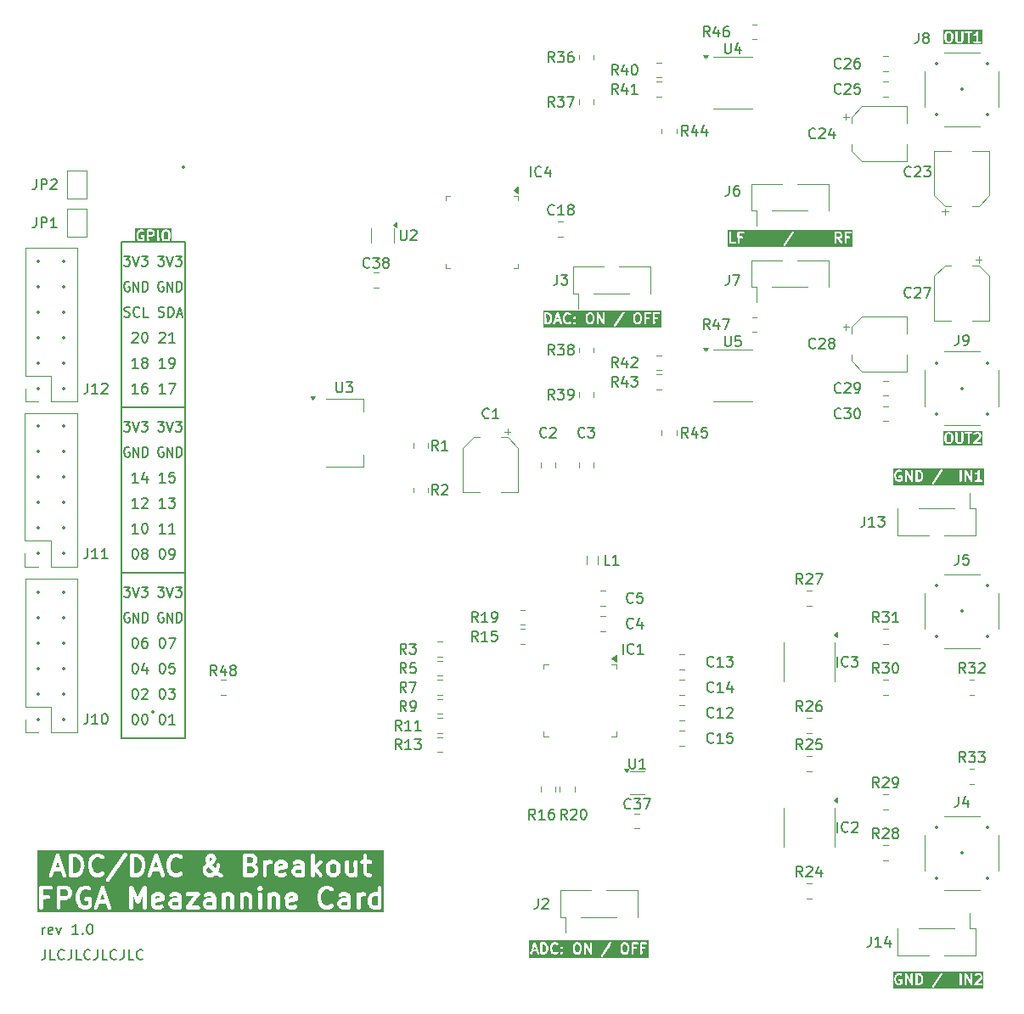
<source format=gto>
%TF.GenerationSoftware,KiCad,Pcbnew,8.0.0*%
%TF.CreationDate,2024-08-30T23:26:17+03:00*%
%TF.ProjectId,ML605_LPC_Board_wADC_DAC,4d4c3630-355f-44c5-9043-5f426f617264,rev?*%
%TF.SameCoordinates,Original*%
%TF.FileFunction,Legend,Top*%
%TF.FilePolarity,Positive*%
%FSLAX46Y46*%
G04 Gerber Fmt 4.6, Leading zero omitted, Abs format (unit mm)*
G04 Created by KiCad (PCBNEW 8.0.0) date 2024-08-30 23:26:17*
%MOMM*%
%LPD*%
G01*
G04 APERTURE LIST*
%ADD10C,0.200000*%
%ADD11C,0.203200*%
%ADD12C,0.177800*%
%ADD13C,0.400000*%
%ADD14C,0.120000*%
%ADD15C,0.350000*%
G04 APERTURE END LIST*
D10*
X85160000Y-73800000D02*
X91510000Y-73800000D01*
X91510000Y-123330000D01*
X85160000Y-123330000D01*
X85160000Y-73800000D01*
X85160000Y-90310000D02*
X91510000Y-90310000D01*
X85160000Y-106820000D02*
X91510000Y-106820000D01*
D11*
G36*
X156795677Y-72978364D02*
G01*
X156821864Y-73003417D01*
X156853480Y-73064310D01*
X156854632Y-73161689D01*
X156825553Y-73222137D01*
X156800499Y-73248324D01*
X156739903Y-73279786D01*
X156617722Y-73280372D01*
X156613955Y-73279708D01*
X156610804Y-73280406D01*
X156474751Y-73281058D01*
X156474127Y-72950213D01*
X156734565Y-72948964D01*
X156795677Y-72978364D01*
G37*
G36*
X158086599Y-74321487D02*
G01*
X145661099Y-74321487D01*
X145661099Y-74107104D01*
X151192653Y-74107104D01*
X151200428Y-74145976D01*
X151222486Y-74178915D01*
X151255470Y-74200905D01*
X151294359Y-74208598D01*
X151333231Y-74200823D01*
X151366170Y-74178765D01*
X151378789Y-74163356D01*
X152252637Y-72849093D01*
X156272652Y-72849093D01*
X156274604Y-73884914D01*
X156289775Y-73921539D01*
X156317806Y-73949570D01*
X156354431Y-73964741D01*
X156394073Y-73964741D01*
X156430698Y-73949570D01*
X156458729Y-73921539D01*
X156473900Y-73884914D01*
X156475852Y-73865093D01*
X156475130Y-73482400D01*
X156562827Y-73481979D01*
X156884556Y-73938476D01*
X156917988Y-73959780D01*
X156957026Y-73966669D01*
X156995731Y-73958095D01*
X157028207Y-73935362D01*
X157049511Y-73901930D01*
X157056400Y-73862891D01*
X157047826Y-73824187D01*
X157038058Y-73806830D01*
X156803154Y-73473528D01*
X156806737Y-73472158D01*
X156903290Y-73422026D01*
X156914508Y-73417380D01*
X156918414Y-73414173D01*
X156920354Y-73413167D01*
X156922112Y-73411138D01*
X156929904Y-73404745D01*
X156978602Y-73353842D01*
X156986707Y-73346814D01*
X156989361Y-73342596D01*
X156990920Y-73340968D01*
X156991945Y-73338491D01*
X156997317Y-73329959D01*
X157037894Y-73245612D01*
X157039301Y-73244206D01*
X157043822Y-73233289D01*
X157052816Y-73214596D01*
X157053074Y-73210954D01*
X157054472Y-73207581D01*
X157056424Y-73187760D01*
X157054883Y-73057552D01*
X157055626Y-73055324D01*
X157054703Y-73042338D01*
X157054472Y-73022796D01*
X157053074Y-73019422D01*
X157052816Y-73015781D01*
X157045698Y-72997180D01*
X156995566Y-72900626D01*
X156990920Y-72889409D01*
X156987713Y-72885502D01*
X156986707Y-72883563D01*
X156984678Y-72881804D01*
X156978285Y-72874013D01*
X156952237Y-72849093D01*
X157288652Y-72849093D01*
X157290604Y-73884914D01*
X157305775Y-73921539D01*
X157333806Y-73949570D01*
X157370431Y-73964741D01*
X157410073Y-73964741D01*
X157446698Y-73949570D01*
X157474729Y-73921539D01*
X157489900Y-73884914D01*
X157491852Y-73865093D01*
X157491039Y-73433954D01*
X157748740Y-73432551D01*
X157785365Y-73417380D01*
X157813396Y-73389349D01*
X157828567Y-73352724D01*
X157828567Y-73313082D01*
X157813396Y-73276457D01*
X157785365Y-73248426D01*
X157748740Y-73233255D01*
X157728919Y-73231303D01*
X157490660Y-73232600D01*
X157490128Y-72950305D01*
X157893883Y-72948741D01*
X157930508Y-72933570D01*
X157958539Y-72905539D01*
X157973710Y-72868914D01*
X157973710Y-72829272D01*
X157958539Y-72792647D01*
X157930508Y-72764616D01*
X157893883Y-72749445D01*
X157874062Y-72747493D01*
X157370431Y-72749445D01*
X157333806Y-72764616D01*
X157305775Y-72792647D01*
X157290604Y-72829272D01*
X157288652Y-72849093D01*
X156952237Y-72849093D01*
X156927382Y-72825314D01*
X156920354Y-72817210D01*
X156916136Y-72814555D01*
X156914508Y-72812997D01*
X156912031Y-72811971D01*
X156903499Y-72806600D01*
X156819153Y-72766023D01*
X156817746Y-72764616D01*
X156806823Y-72760091D01*
X156788135Y-72751101D01*
X156784494Y-72750842D01*
X156781121Y-72749445D01*
X156761300Y-72747493D01*
X156354431Y-72749445D01*
X156317806Y-72764616D01*
X156289775Y-72792647D01*
X156274604Y-72829272D01*
X156272652Y-72849093D01*
X152252637Y-72849093D01*
X152259018Y-72839496D01*
X152266711Y-72800607D01*
X152258936Y-72761734D01*
X152236878Y-72728796D01*
X152203894Y-72706806D01*
X152165005Y-72699113D01*
X152126133Y-72706888D01*
X152093194Y-72728946D01*
X152080575Y-72744355D01*
X151200346Y-74068215D01*
X151192653Y-74107104D01*
X145661099Y-74107104D01*
X145661099Y-72849093D01*
X145773988Y-72849093D01*
X145775940Y-73884914D01*
X145791111Y-73921539D01*
X145819142Y-73949570D01*
X145855767Y-73964741D01*
X145875588Y-73966693D01*
X146379219Y-73964741D01*
X146415844Y-73949570D01*
X146443875Y-73921539D01*
X146459046Y-73884914D01*
X146459046Y-73845272D01*
X146443875Y-73808647D01*
X146415844Y-73780616D01*
X146379219Y-73765445D01*
X146359398Y-73763493D01*
X145976999Y-73764975D01*
X145975273Y-72849093D01*
X146596464Y-72849093D01*
X146598416Y-73884914D01*
X146613587Y-73921539D01*
X146641618Y-73949570D01*
X146678243Y-73964741D01*
X146717885Y-73964741D01*
X146754510Y-73949570D01*
X146782541Y-73921539D01*
X146797712Y-73884914D01*
X146799664Y-73865093D01*
X146798851Y-73433954D01*
X147056552Y-73432551D01*
X147093177Y-73417380D01*
X147121208Y-73389349D01*
X147136379Y-73352724D01*
X147136379Y-73313082D01*
X147121208Y-73276457D01*
X147093177Y-73248426D01*
X147056552Y-73233255D01*
X147036731Y-73231303D01*
X146798472Y-73232600D01*
X146797940Y-72950305D01*
X147201695Y-72948741D01*
X147238320Y-72933570D01*
X147266351Y-72905539D01*
X147281522Y-72868914D01*
X147281522Y-72829272D01*
X147266351Y-72792647D01*
X147238320Y-72764616D01*
X147201695Y-72749445D01*
X147181874Y-72747493D01*
X146678243Y-72749445D01*
X146641618Y-72764616D01*
X146613587Y-72792647D01*
X146598416Y-72829272D01*
X146596464Y-72849093D01*
X145975273Y-72849093D01*
X145975236Y-72829272D01*
X145960065Y-72792647D01*
X145932034Y-72764616D01*
X145895409Y-72749445D01*
X145855767Y-72749445D01*
X145819142Y-72764616D01*
X145791111Y-72792647D01*
X145775940Y-72829272D01*
X145773988Y-72849093D01*
X145661099Y-72849093D01*
X145661099Y-72586224D01*
X158086599Y-72586224D01*
X158086599Y-74321487D01*
G37*
D12*
X85414858Y-108210414D02*
X86012363Y-108210414D01*
X86012363Y-108210414D02*
X85690630Y-108597462D01*
X85690630Y-108597462D02*
X85828515Y-108597462D01*
X85828515Y-108597462D02*
X85920439Y-108645843D01*
X85920439Y-108645843D02*
X85966401Y-108694224D01*
X85966401Y-108694224D02*
X86012363Y-108790986D01*
X86012363Y-108790986D02*
X86012363Y-109032891D01*
X86012363Y-109032891D02*
X85966401Y-109129653D01*
X85966401Y-109129653D02*
X85920439Y-109178034D01*
X85920439Y-109178034D02*
X85828515Y-109226414D01*
X85828515Y-109226414D02*
X85552744Y-109226414D01*
X85552744Y-109226414D02*
X85460820Y-109178034D01*
X85460820Y-109178034D02*
X85414858Y-109129653D01*
X86288134Y-108210414D02*
X86609868Y-109226414D01*
X86609868Y-109226414D02*
X86931601Y-108210414D01*
X87161410Y-108210414D02*
X87758915Y-108210414D01*
X87758915Y-108210414D02*
X87437182Y-108597462D01*
X87437182Y-108597462D02*
X87575067Y-108597462D01*
X87575067Y-108597462D02*
X87666991Y-108645843D01*
X87666991Y-108645843D02*
X87712953Y-108694224D01*
X87712953Y-108694224D02*
X87758915Y-108790986D01*
X87758915Y-108790986D02*
X87758915Y-109032891D01*
X87758915Y-109032891D02*
X87712953Y-109129653D01*
X87712953Y-109129653D02*
X87666991Y-109178034D01*
X87666991Y-109178034D02*
X87575067Y-109226414D01*
X87575067Y-109226414D02*
X87299296Y-109226414D01*
X87299296Y-109226414D02*
X87207372Y-109178034D01*
X87207372Y-109178034D02*
X87161410Y-109129653D01*
X88816038Y-108210414D02*
X89413543Y-108210414D01*
X89413543Y-108210414D02*
X89091810Y-108597462D01*
X89091810Y-108597462D02*
X89229695Y-108597462D01*
X89229695Y-108597462D02*
X89321619Y-108645843D01*
X89321619Y-108645843D02*
X89367581Y-108694224D01*
X89367581Y-108694224D02*
X89413543Y-108790986D01*
X89413543Y-108790986D02*
X89413543Y-109032891D01*
X89413543Y-109032891D02*
X89367581Y-109129653D01*
X89367581Y-109129653D02*
X89321619Y-109178034D01*
X89321619Y-109178034D02*
X89229695Y-109226414D01*
X89229695Y-109226414D02*
X88953924Y-109226414D01*
X88953924Y-109226414D02*
X88862000Y-109178034D01*
X88862000Y-109178034D02*
X88816038Y-109129653D01*
X89689314Y-108210414D02*
X90011048Y-109226414D01*
X90011048Y-109226414D02*
X90332781Y-108210414D01*
X90562590Y-108210414D02*
X91160095Y-108210414D01*
X91160095Y-108210414D02*
X90838362Y-108597462D01*
X90838362Y-108597462D02*
X90976247Y-108597462D01*
X90976247Y-108597462D02*
X91068171Y-108645843D01*
X91068171Y-108645843D02*
X91114133Y-108694224D01*
X91114133Y-108694224D02*
X91160095Y-108790986D01*
X91160095Y-108790986D02*
X91160095Y-109032891D01*
X91160095Y-109032891D02*
X91114133Y-109129653D01*
X91114133Y-109129653D02*
X91068171Y-109178034D01*
X91068171Y-109178034D02*
X90976247Y-109226414D01*
X90976247Y-109226414D02*
X90700476Y-109226414D01*
X90700476Y-109226414D02*
X90608552Y-109178034D01*
X90608552Y-109178034D02*
X90562590Y-109129653D01*
X86825163Y-102876414D02*
X86244591Y-102876414D01*
X86534877Y-102876414D02*
X86534877Y-101860414D01*
X86534877Y-101860414D02*
X86438115Y-102005557D01*
X86438115Y-102005557D02*
X86341353Y-102102319D01*
X86341353Y-102102319D02*
X86244591Y-102150700D01*
X87454115Y-101860414D02*
X87550877Y-101860414D01*
X87550877Y-101860414D02*
X87647639Y-101908795D01*
X87647639Y-101908795D02*
X87696020Y-101957176D01*
X87696020Y-101957176D02*
X87744401Y-102053938D01*
X87744401Y-102053938D02*
X87792782Y-102247462D01*
X87792782Y-102247462D02*
X87792782Y-102489367D01*
X87792782Y-102489367D02*
X87744401Y-102682891D01*
X87744401Y-102682891D02*
X87696020Y-102779653D01*
X87696020Y-102779653D02*
X87647639Y-102828034D01*
X87647639Y-102828034D02*
X87550877Y-102876414D01*
X87550877Y-102876414D02*
X87454115Y-102876414D01*
X87454115Y-102876414D02*
X87357353Y-102828034D01*
X87357353Y-102828034D02*
X87308972Y-102779653D01*
X87308972Y-102779653D02*
X87260591Y-102682891D01*
X87260591Y-102682891D02*
X87212210Y-102489367D01*
X87212210Y-102489367D02*
X87212210Y-102247462D01*
X87212210Y-102247462D02*
X87260591Y-102053938D01*
X87260591Y-102053938D02*
X87308972Y-101957176D01*
X87308972Y-101957176D02*
X87357353Y-101908795D01*
X87357353Y-101908795D02*
X87454115Y-101860414D01*
X89534496Y-102876414D02*
X88953924Y-102876414D01*
X89244210Y-102876414D02*
X89244210Y-101860414D01*
X89244210Y-101860414D02*
X89147448Y-102005557D01*
X89147448Y-102005557D02*
X89050686Y-102102319D01*
X89050686Y-102102319D02*
X88953924Y-102150700D01*
X90502115Y-102876414D02*
X89921543Y-102876414D01*
X90211829Y-102876414D02*
X90211829Y-101860414D01*
X90211829Y-101860414D02*
X90115067Y-102005557D01*
X90115067Y-102005557D02*
X90018305Y-102102319D01*
X90018305Y-102102319D02*
X89921543Y-102150700D01*
X86486496Y-113290414D02*
X86583258Y-113290414D01*
X86583258Y-113290414D02*
X86680020Y-113338795D01*
X86680020Y-113338795D02*
X86728401Y-113387176D01*
X86728401Y-113387176D02*
X86776782Y-113483938D01*
X86776782Y-113483938D02*
X86825163Y-113677462D01*
X86825163Y-113677462D02*
X86825163Y-113919367D01*
X86825163Y-113919367D02*
X86776782Y-114112891D01*
X86776782Y-114112891D02*
X86728401Y-114209653D01*
X86728401Y-114209653D02*
X86680020Y-114258034D01*
X86680020Y-114258034D02*
X86583258Y-114306414D01*
X86583258Y-114306414D02*
X86486496Y-114306414D01*
X86486496Y-114306414D02*
X86389734Y-114258034D01*
X86389734Y-114258034D02*
X86341353Y-114209653D01*
X86341353Y-114209653D02*
X86292972Y-114112891D01*
X86292972Y-114112891D02*
X86244591Y-113919367D01*
X86244591Y-113919367D02*
X86244591Y-113677462D01*
X86244591Y-113677462D02*
X86292972Y-113483938D01*
X86292972Y-113483938D02*
X86341353Y-113387176D01*
X86341353Y-113387176D02*
X86389734Y-113338795D01*
X86389734Y-113338795D02*
X86486496Y-113290414D01*
X87696020Y-113290414D02*
X87502496Y-113290414D01*
X87502496Y-113290414D02*
X87405734Y-113338795D01*
X87405734Y-113338795D02*
X87357353Y-113387176D01*
X87357353Y-113387176D02*
X87260591Y-113532319D01*
X87260591Y-113532319D02*
X87212210Y-113725843D01*
X87212210Y-113725843D02*
X87212210Y-114112891D01*
X87212210Y-114112891D02*
X87260591Y-114209653D01*
X87260591Y-114209653D02*
X87308972Y-114258034D01*
X87308972Y-114258034D02*
X87405734Y-114306414D01*
X87405734Y-114306414D02*
X87599258Y-114306414D01*
X87599258Y-114306414D02*
X87696020Y-114258034D01*
X87696020Y-114258034D02*
X87744401Y-114209653D01*
X87744401Y-114209653D02*
X87792782Y-114112891D01*
X87792782Y-114112891D02*
X87792782Y-113870986D01*
X87792782Y-113870986D02*
X87744401Y-113774224D01*
X87744401Y-113774224D02*
X87696020Y-113725843D01*
X87696020Y-113725843D02*
X87599258Y-113677462D01*
X87599258Y-113677462D02*
X87405734Y-113677462D01*
X87405734Y-113677462D02*
X87308972Y-113725843D01*
X87308972Y-113725843D02*
X87260591Y-113774224D01*
X87260591Y-113774224D02*
X87212210Y-113870986D01*
X89195829Y-113290414D02*
X89292591Y-113290414D01*
X89292591Y-113290414D02*
X89389353Y-113338795D01*
X89389353Y-113338795D02*
X89437734Y-113387176D01*
X89437734Y-113387176D02*
X89486115Y-113483938D01*
X89486115Y-113483938D02*
X89534496Y-113677462D01*
X89534496Y-113677462D02*
X89534496Y-113919367D01*
X89534496Y-113919367D02*
X89486115Y-114112891D01*
X89486115Y-114112891D02*
X89437734Y-114209653D01*
X89437734Y-114209653D02*
X89389353Y-114258034D01*
X89389353Y-114258034D02*
X89292591Y-114306414D01*
X89292591Y-114306414D02*
X89195829Y-114306414D01*
X89195829Y-114306414D02*
X89099067Y-114258034D01*
X89099067Y-114258034D02*
X89050686Y-114209653D01*
X89050686Y-114209653D02*
X89002305Y-114112891D01*
X89002305Y-114112891D02*
X88953924Y-113919367D01*
X88953924Y-113919367D02*
X88953924Y-113677462D01*
X88953924Y-113677462D02*
X89002305Y-113483938D01*
X89002305Y-113483938D02*
X89050686Y-113387176D01*
X89050686Y-113387176D02*
X89099067Y-113338795D01*
X89099067Y-113338795D02*
X89195829Y-113290414D01*
X89873162Y-113290414D02*
X90550496Y-113290414D01*
X90550496Y-113290414D02*
X90115067Y-114306414D01*
X85954306Y-110798795D02*
X85869639Y-110750414D01*
X85869639Y-110750414D02*
X85742639Y-110750414D01*
X85742639Y-110750414D02*
X85615639Y-110798795D01*
X85615639Y-110798795D02*
X85530973Y-110895557D01*
X85530973Y-110895557D02*
X85488639Y-110992319D01*
X85488639Y-110992319D02*
X85446306Y-111185843D01*
X85446306Y-111185843D02*
X85446306Y-111330986D01*
X85446306Y-111330986D02*
X85488639Y-111524510D01*
X85488639Y-111524510D02*
X85530973Y-111621272D01*
X85530973Y-111621272D02*
X85615639Y-111718034D01*
X85615639Y-111718034D02*
X85742639Y-111766414D01*
X85742639Y-111766414D02*
X85827306Y-111766414D01*
X85827306Y-111766414D02*
X85954306Y-111718034D01*
X85954306Y-111718034D02*
X85996639Y-111669653D01*
X85996639Y-111669653D02*
X85996639Y-111330986D01*
X85996639Y-111330986D02*
X85827306Y-111330986D01*
X86377639Y-111766414D02*
X86377639Y-110750414D01*
X86377639Y-110750414D02*
X86885639Y-111766414D01*
X86885639Y-111766414D02*
X86885639Y-110750414D01*
X87308972Y-111766414D02*
X87308972Y-110750414D01*
X87308972Y-110750414D02*
X87520639Y-110750414D01*
X87520639Y-110750414D02*
X87647639Y-110798795D01*
X87647639Y-110798795D02*
X87732306Y-110895557D01*
X87732306Y-110895557D02*
X87774639Y-110992319D01*
X87774639Y-110992319D02*
X87816972Y-111185843D01*
X87816972Y-111185843D02*
X87816972Y-111330986D01*
X87816972Y-111330986D02*
X87774639Y-111524510D01*
X87774639Y-111524510D02*
X87732306Y-111621272D01*
X87732306Y-111621272D02*
X87647639Y-111718034D01*
X87647639Y-111718034D02*
X87520639Y-111766414D01*
X87520639Y-111766414D02*
X87308972Y-111766414D01*
X89340972Y-110798795D02*
X89256305Y-110750414D01*
X89256305Y-110750414D02*
X89129305Y-110750414D01*
X89129305Y-110750414D02*
X89002305Y-110798795D01*
X89002305Y-110798795D02*
X88917639Y-110895557D01*
X88917639Y-110895557D02*
X88875305Y-110992319D01*
X88875305Y-110992319D02*
X88832972Y-111185843D01*
X88832972Y-111185843D02*
X88832972Y-111330986D01*
X88832972Y-111330986D02*
X88875305Y-111524510D01*
X88875305Y-111524510D02*
X88917639Y-111621272D01*
X88917639Y-111621272D02*
X89002305Y-111718034D01*
X89002305Y-111718034D02*
X89129305Y-111766414D01*
X89129305Y-111766414D02*
X89213972Y-111766414D01*
X89213972Y-111766414D02*
X89340972Y-111718034D01*
X89340972Y-111718034D02*
X89383305Y-111669653D01*
X89383305Y-111669653D02*
X89383305Y-111330986D01*
X89383305Y-111330986D02*
X89213972Y-111330986D01*
X89764305Y-111766414D02*
X89764305Y-110750414D01*
X89764305Y-110750414D02*
X90272305Y-111766414D01*
X90272305Y-111766414D02*
X90272305Y-110750414D01*
X90695638Y-111766414D02*
X90695638Y-110750414D01*
X90695638Y-110750414D02*
X90907305Y-110750414D01*
X90907305Y-110750414D02*
X91034305Y-110798795D01*
X91034305Y-110798795D02*
X91118972Y-110895557D01*
X91118972Y-110895557D02*
X91161305Y-110992319D01*
X91161305Y-110992319D02*
X91203638Y-111185843D01*
X91203638Y-111185843D02*
X91203638Y-111330986D01*
X91203638Y-111330986D02*
X91161305Y-111524510D01*
X91161305Y-111524510D02*
X91118972Y-111621272D01*
X91118972Y-111621272D02*
X91034305Y-111718034D01*
X91034305Y-111718034D02*
X90907305Y-111766414D01*
X90907305Y-111766414D02*
X90695638Y-111766414D01*
X86486496Y-120910414D02*
X86583258Y-120910414D01*
X86583258Y-120910414D02*
X86680020Y-120958795D01*
X86680020Y-120958795D02*
X86728401Y-121007176D01*
X86728401Y-121007176D02*
X86776782Y-121103938D01*
X86776782Y-121103938D02*
X86825163Y-121297462D01*
X86825163Y-121297462D02*
X86825163Y-121539367D01*
X86825163Y-121539367D02*
X86776782Y-121732891D01*
X86776782Y-121732891D02*
X86728401Y-121829653D01*
X86728401Y-121829653D02*
X86680020Y-121878034D01*
X86680020Y-121878034D02*
X86583258Y-121926414D01*
X86583258Y-121926414D02*
X86486496Y-121926414D01*
X86486496Y-121926414D02*
X86389734Y-121878034D01*
X86389734Y-121878034D02*
X86341353Y-121829653D01*
X86341353Y-121829653D02*
X86292972Y-121732891D01*
X86292972Y-121732891D02*
X86244591Y-121539367D01*
X86244591Y-121539367D02*
X86244591Y-121297462D01*
X86244591Y-121297462D02*
X86292972Y-121103938D01*
X86292972Y-121103938D02*
X86341353Y-121007176D01*
X86341353Y-121007176D02*
X86389734Y-120958795D01*
X86389734Y-120958795D02*
X86486496Y-120910414D01*
X87454115Y-120910414D02*
X87550877Y-120910414D01*
X87550877Y-120910414D02*
X87647639Y-120958795D01*
X87647639Y-120958795D02*
X87696020Y-121007176D01*
X87696020Y-121007176D02*
X87744401Y-121103938D01*
X87744401Y-121103938D02*
X87792782Y-121297462D01*
X87792782Y-121297462D02*
X87792782Y-121539367D01*
X87792782Y-121539367D02*
X87744401Y-121732891D01*
X87744401Y-121732891D02*
X87696020Y-121829653D01*
X87696020Y-121829653D02*
X87647639Y-121878034D01*
X87647639Y-121878034D02*
X87550877Y-121926414D01*
X87550877Y-121926414D02*
X87454115Y-121926414D01*
X87454115Y-121926414D02*
X87357353Y-121878034D01*
X87357353Y-121878034D02*
X87308972Y-121829653D01*
X87308972Y-121829653D02*
X87260591Y-121732891D01*
X87260591Y-121732891D02*
X87212210Y-121539367D01*
X87212210Y-121539367D02*
X87212210Y-121297462D01*
X87212210Y-121297462D02*
X87260591Y-121103938D01*
X87260591Y-121103938D02*
X87308972Y-121007176D01*
X87308972Y-121007176D02*
X87357353Y-120958795D01*
X87357353Y-120958795D02*
X87454115Y-120910414D01*
X89195829Y-120910414D02*
X89292591Y-120910414D01*
X89292591Y-120910414D02*
X89389353Y-120958795D01*
X89389353Y-120958795D02*
X89437734Y-121007176D01*
X89437734Y-121007176D02*
X89486115Y-121103938D01*
X89486115Y-121103938D02*
X89534496Y-121297462D01*
X89534496Y-121297462D02*
X89534496Y-121539367D01*
X89534496Y-121539367D02*
X89486115Y-121732891D01*
X89486115Y-121732891D02*
X89437734Y-121829653D01*
X89437734Y-121829653D02*
X89389353Y-121878034D01*
X89389353Y-121878034D02*
X89292591Y-121926414D01*
X89292591Y-121926414D02*
X89195829Y-121926414D01*
X89195829Y-121926414D02*
X89099067Y-121878034D01*
X89099067Y-121878034D02*
X89050686Y-121829653D01*
X89050686Y-121829653D02*
X89002305Y-121732891D01*
X89002305Y-121732891D02*
X88953924Y-121539367D01*
X88953924Y-121539367D02*
X88953924Y-121297462D01*
X88953924Y-121297462D02*
X89002305Y-121103938D01*
X89002305Y-121103938D02*
X89050686Y-121007176D01*
X89050686Y-121007176D02*
X89099067Y-120958795D01*
X89099067Y-120958795D02*
X89195829Y-120910414D01*
X90502115Y-121926414D02*
X89921543Y-121926414D01*
X90211829Y-121926414D02*
X90211829Y-120910414D01*
X90211829Y-120910414D02*
X90115067Y-121055557D01*
X90115067Y-121055557D02*
X90018305Y-121152319D01*
X90018305Y-121152319D02*
X89921543Y-121200700D01*
D11*
G36*
X164786434Y-96754199D02*
G01*
X164854648Y-96820734D01*
X164890839Y-96890438D01*
X164935013Y-97060682D01*
X164936442Y-97181394D01*
X164895558Y-97351342D01*
X164859061Y-97427208D01*
X164790677Y-97497318D01*
X164685843Y-97533582D01*
X164557379Y-97534540D01*
X164555844Y-96719948D01*
X164676861Y-96719045D01*
X164786434Y-96754199D01*
G37*
G36*
X171151554Y-98091487D02*
G01*
X162112718Y-98091487D01*
X162112718Y-97877104D01*
X165999321Y-97877104D01*
X166007096Y-97915976D01*
X166029154Y-97948915D01*
X166062138Y-97970905D01*
X166101027Y-97978598D01*
X166139899Y-97970823D01*
X166172838Y-97948765D01*
X166185457Y-97933356D01*
X167059305Y-96619093D01*
X168757035Y-96619093D01*
X168758987Y-97654914D01*
X168774158Y-97691539D01*
X168802189Y-97719570D01*
X168838814Y-97734741D01*
X168878456Y-97734741D01*
X168915081Y-97719570D01*
X168943112Y-97691539D01*
X168958283Y-97654914D01*
X168960235Y-97635093D01*
X168958320Y-96619093D01*
X169240845Y-96619093D01*
X169242797Y-97654914D01*
X169257968Y-97691539D01*
X169285999Y-97719570D01*
X169322624Y-97734741D01*
X169362266Y-97734741D01*
X169398891Y-97719570D01*
X169426922Y-97691539D01*
X169442093Y-97654914D01*
X169444045Y-97635093D01*
X169442845Y-96998320D01*
X169833497Y-97679366D01*
X169838540Y-97691539D01*
X169843089Y-97696088D01*
X169846332Y-97701741D01*
X169857016Y-97710015D01*
X169866571Y-97719570D01*
X169872554Y-97722048D01*
X169877675Y-97726014D01*
X169890709Y-97729568D01*
X169903196Y-97734741D01*
X169909675Y-97734741D01*
X169915920Y-97736444D01*
X169929317Y-97734741D01*
X169942838Y-97734741D01*
X169948823Y-97732261D01*
X169955247Y-97731445D01*
X169966977Y-97724741D01*
X169979463Y-97719570D01*
X169984042Y-97714990D01*
X169989666Y-97711777D01*
X169997938Y-97701094D01*
X170007494Y-97691539D01*
X170009973Y-97685553D01*
X170013938Y-97680434D01*
X170017491Y-97667402D01*
X170022665Y-97654914D01*
X170023663Y-97644770D01*
X170024368Y-97642189D01*
X170024114Y-97640195D01*
X170024617Y-97635093D01*
X170023225Y-96896671D01*
X170257643Y-96896671D01*
X170260453Y-96936214D01*
X170278181Y-96971671D01*
X170308130Y-96997645D01*
X170345737Y-97010181D01*
X170385280Y-97007371D01*
X170403882Y-97000253D01*
X170500435Y-96950121D01*
X170511653Y-96945475D01*
X170515559Y-96942268D01*
X170517499Y-96941262D01*
X170519257Y-96939233D01*
X170527049Y-96932840D01*
X170547682Y-96911685D01*
X170548856Y-97534761D01*
X170338624Y-97535445D01*
X170301999Y-97550616D01*
X170273968Y-97578647D01*
X170258797Y-97615272D01*
X170258797Y-97654914D01*
X170273968Y-97691539D01*
X170301999Y-97719570D01*
X170338624Y-97734741D01*
X170358445Y-97736693D01*
X170958838Y-97734741D01*
X170995463Y-97719570D01*
X171023494Y-97691539D01*
X171038665Y-97654914D01*
X171038665Y-97615272D01*
X171023494Y-97578647D01*
X170995463Y-97550616D01*
X170958838Y-97535445D01*
X170939017Y-97533493D01*
X170750140Y-97534107D01*
X170748434Y-96628575D01*
X170750331Y-96618987D01*
X170748397Y-96609322D01*
X170748379Y-96599272D01*
X170744528Y-96589975D01*
X170742556Y-96580115D01*
X170737018Y-96571845D01*
X170733208Y-96562647D01*
X170726095Y-96555534D01*
X170720498Y-96547176D01*
X170712214Y-96541653D01*
X170705177Y-96534616D01*
X170695885Y-96530767D01*
X170687514Y-96525186D01*
X170677747Y-96523254D01*
X170668552Y-96519445D01*
X170658492Y-96519445D01*
X170648624Y-96517493D01*
X170638865Y-96519445D01*
X170628910Y-96519445D01*
X170619614Y-96523295D01*
X170609752Y-96525268D01*
X170601480Y-96530806D01*
X170592285Y-96534616D01*
X170585174Y-96541726D01*
X170576813Y-96547326D01*
X170564330Y-96562570D01*
X170564254Y-96562647D01*
X170564239Y-96562681D01*
X170564195Y-96562736D01*
X170478611Y-96693947D01*
X170398708Y-96775867D01*
X170296153Y-96829115D01*
X170270179Y-96859064D01*
X170257643Y-96896671D01*
X170023225Y-96896671D01*
X170022665Y-96599272D01*
X170007494Y-96562647D01*
X169979463Y-96534616D01*
X169942838Y-96519445D01*
X169903196Y-96519445D01*
X169866571Y-96534616D01*
X169838540Y-96562647D01*
X169823369Y-96599272D01*
X169821417Y-96619093D01*
X169822616Y-97255865D01*
X169431962Y-96574815D01*
X169426922Y-96562647D01*
X169422373Y-96558098D01*
X169419130Y-96552444D01*
X169408444Y-96544169D01*
X169398891Y-96534616D01*
X169392906Y-96532136D01*
X169387786Y-96528172D01*
X169374752Y-96524617D01*
X169362266Y-96519445D01*
X169355789Y-96519445D01*
X169349541Y-96517741D01*
X169336136Y-96519445D01*
X169322624Y-96519445D01*
X169316641Y-96521923D01*
X169310215Y-96522740D01*
X169298477Y-96529446D01*
X169285999Y-96534616D01*
X169281421Y-96539193D01*
X169275796Y-96542408D01*
X169267521Y-96553093D01*
X169257968Y-96562647D01*
X169255488Y-96568631D01*
X169251524Y-96573752D01*
X169247969Y-96586785D01*
X169242797Y-96599272D01*
X169241798Y-96609409D01*
X169241093Y-96611997D01*
X169241347Y-96613995D01*
X169240845Y-96619093D01*
X168958320Y-96619093D01*
X168958283Y-96599272D01*
X168943112Y-96562647D01*
X168915081Y-96534616D01*
X168878456Y-96519445D01*
X168838814Y-96519445D01*
X168802189Y-96534616D01*
X168774158Y-96562647D01*
X168758987Y-96599272D01*
X168757035Y-96619093D01*
X167059305Y-96619093D01*
X167065686Y-96609496D01*
X167073379Y-96570607D01*
X167065604Y-96531734D01*
X167043546Y-96498796D01*
X167010562Y-96476806D01*
X166971673Y-96469113D01*
X166932801Y-96476888D01*
X166899862Y-96498946D01*
X166887243Y-96514355D01*
X166007014Y-97838215D01*
X165999321Y-97877104D01*
X162112718Y-97877104D01*
X162112718Y-97054522D01*
X162225607Y-97054522D01*
X162227260Y-97194296D01*
X162225727Y-97204604D01*
X162227526Y-97216774D01*
X162227559Y-97219486D01*
X162228132Y-97220871D01*
X162228641Y-97224307D01*
X162276905Y-97410314D01*
X162277596Y-97420024D01*
X162283279Y-97434877D01*
X162283723Y-97436586D01*
X162284158Y-97437173D01*
X162284714Y-97438626D01*
X162334845Y-97535179D01*
X162339492Y-97546397D01*
X162342698Y-97550303D01*
X162343705Y-97552243D01*
X162345733Y-97554001D01*
X162352127Y-97561793D01*
X162439446Y-97646962D01*
X162440468Y-97649006D01*
X162450152Y-97657405D01*
X162464285Y-97671190D01*
X162467656Y-97672586D01*
X162470416Y-97674980D01*
X162488603Y-97683099D01*
X162633972Y-97729736D01*
X162646053Y-97734741D01*
X162651127Y-97735240D01*
X162653167Y-97735895D01*
X162655841Y-97735704D01*
X162665874Y-97736693D01*
X162763556Y-97735057D01*
X162775343Y-97735895D01*
X162780256Y-97734777D01*
X162782457Y-97734741D01*
X162784938Y-97733713D01*
X162794764Y-97731479D01*
X162925193Y-97686361D01*
X162927600Y-97686361D01*
X162939788Y-97681312D01*
X162958094Y-97674980D01*
X162960853Y-97672586D01*
X162964225Y-97671190D01*
X162979621Y-97658555D01*
X163040637Y-97594778D01*
X163055808Y-97558153D01*
X163057760Y-97538332D01*
X163055808Y-97179844D01*
X163040637Y-97143219D01*
X163012606Y-97115188D01*
X162975981Y-97100017D01*
X162956160Y-97098065D01*
X162742815Y-97100017D01*
X162706190Y-97115188D01*
X162678159Y-97143219D01*
X162662988Y-97179844D01*
X162662988Y-97219486D01*
X162678159Y-97256111D01*
X162706190Y-97284142D01*
X162742815Y-97299313D01*
X162762636Y-97301265D01*
X162855108Y-97300418D01*
X162856173Y-97495908D01*
X162854519Y-97497636D01*
X162750265Y-97533700D01*
X162685762Y-97534780D01*
X162577313Y-97499987D01*
X162509099Y-97433452D01*
X162472908Y-97363748D01*
X162428734Y-97193504D01*
X162427305Y-97072792D01*
X162468189Y-96902844D01*
X162504687Y-96826977D01*
X162573070Y-96756868D01*
X162678060Y-96720548D01*
X162784946Y-96719284D01*
X162880943Y-96765466D01*
X162920486Y-96768276D01*
X162958094Y-96755740D01*
X162988042Y-96729766D01*
X163005771Y-96694309D01*
X163008581Y-96654766D01*
X162996690Y-96619093D01*
X163289988Y-96619093D01*
X163291940Y-97654914D01*
X163307111Y-97691539D01*
X163335142Y-97719570D01*
X163371767Y-97734741D01*
X163411409Y-97734741D01*
X163448034Y-97719570D01*
X163476065Y-97691539D01*
X163491236Y-97654914D01*
X163493188Y-97635093D01*
X163491988Y-96998320D01*
X163882640Y-97679366D01*
X163887683Y-97691539D01*
X163892232Y-97696088D01*
X163895475Y-97701741D01*
X163906159Y-97710015D01*
X163915714Y-97719570D01*
X163921697Y-97722048D01*
X163926818Y-97726014D01*
X163939852Y-97729568D01*
X163952339Y-97734741D01*
X163958818Y-97734741D01*
X163965063Y-97736444D01*
X163978460Y-97734741D01*
X163991981Y-97734741D01*
X163997966Y-97732261D01*
X164004390Y-97731445D01*
X164016120Y-97724741D01*
X164028606Y-97719570D01*
X164033185Y-97714990D01*
X164038809Y-97711777D01*
X164047081Y-97701094D01*
X164056637Y-97691539D01*
X164059116Y-97685553D01*
X164063081Y-97680434D01*
X164066634Y-97667402D01*
X164071808Y-97654914D01*
X164072806Y-97644770D01*
X164073511Y-97642189D01*
X164073257Y-97640195D01*
X164073760Y-97635093D01*
X164071845Y-96619093D01*
X164354369Y-96619093D01*
X164356321Y-97654914D01*
X164371492Y-97691539D01*
X164399523Y-97719570D01*
X164436148Y-97734741D01*
X164455969Y-97736693D01*
X164696559Y-97734898D01*
X164710581Y-97735895D01*
X164715587Y-97734756D01*
X164717695Y-97734741D01*
X164720176Y-97733713D01*
X164730002Y-97731479D01*
X164860431Y-97686361D01*
X164862838Y-97686361D01*
X164875026Y-97681312D01*
X164893332Y-97674980D01*
X164896091Y-97672586D01*
X164899463Y-97671190D01*
X164914859Y-97658555D01*
X165010378Y-97560624D01*
X165020043Y-97552243D01*
X165022752Y-97547937D01*
X165024256Y-97546397D01*
X165025281Y-97543920D01*
X165030653Y-97535388D01*
X165074777Y-97443667D01*
X165080025Y-97436586D01*
X165085336Y-97421720D01*
X165086152Y-97420025D01*
X165086204Y-97419291D01*
X165086726Y-97417831D01*
X165132019Y-97229552D01*
X165136189Y-97219486D01*
X165137400Y-97207182D01*
X165138021Y-97204604D01*
X165137800Y-97203122D01*
X165138141Y-97199665D01*
X165136487Y-97059890D01*
X165138021Y-97049583D01*
X165136221Y-97037412D01*
X165136189Y-97034701D01*
X165135615Y-97033315D01*
X165135107Y-97029880D01*
X165086842Y-96843873D01*
X165086152Y-96834162D01*
X165080468Y-96819308D01*
X165080025Y-96817601D01*
X165079589Y-96817013D01*
X165079034Y-96815561D01*
X165028902Y-96719007D01*
X165024256Y-96707790D01*
X165021049Y-96703883D01*
X165020043Y-96701944D01*
X165018014Y-96700185D01*
X165011621Y-96692394D01*
X164924300Y-96607223D01*
X164923280Y-96605182D01*
X164913604Y-96596790D01*
X164899463Y-96582997D01*
X164896089Y-96581599D01*
X164893332Y-96579208D01*
X164875146Y-96571088D01*
X164729773Y-96524448D01*
X164717695Y-96519445D01*
X164712621Y-96518945D01*
X164710582Y-96518291D01*
X164707907Y-96518481D01*
X164697874Y-96517493D01*
X164436148Y-96519445D01*
X164399523Y-96534616D01*
X164371492Y-96562647D01*
X164356321Y-96599272D01*
X164354369Y-96619093D01*
X164071845Y-96619093D01*
X164071808Y-96599272D01*
X164056637Y-96562647D01*
X164028606Y-96534616D01*
X163991981Y-96519445D01*
X163952339Y-96519445D01*
X163915714Y-96534616D01*
X163887683Y-96562647D01*
X163872512Y-96599272D01*
X163870560Y-96619093D01*
X163871759Y-97255865D01*
X163481105Y-96574815D01*
X163476065Y-96562647D01*
X163471516Y-96558098D01*
X163468273Y-96552444D01*
X163457587Y-96544169D01*
X163448034Y-96534616D01*
X163442049Y-96532136D01*
X163436929Y-96528172D01*
X163423895Y-96524617D01*
X163411409Y-96519445D01*
X163404932Y-96519445D01*
X163398684Y-96517741D01*
X163385279Y-96519445D01*
X163371767Y-96519445D01*
X163365784Y-96521923D01*
X163359358Y-96522740D01*
X163347620Y-96529446D01*
X163335142Y-96534616D01*
X163330564Y-96539193D01*
X163324939Y-96542408D01*
X163316664Y-96553093D01*
X163307111Y-96562647D01*
X163304631Y-96568631D01*
X163300667Y-96573752D01*
X163297112Y-96586785D01*
X163291940Y-96599272D01*
X163290941Y-96609409D01*
X163290236Y-96611997D01*
X163290490Y-96613995D01*
X163289988Y-96619093D01*
X162996690Y-96619093D01*
X162996045Y-96617159D01*
X162970071Y-96587210D01*
X162953216Y-96576600D01*
X162868870Y-96536023D01*
X162867463Y-96534616D01*
X162856540Y-96530091D01*
X162837852Y-96521101D01*
X162834211Y-96520842D01*
X162830838Y-96519445D01*
X162811017Y-96517493D01*
X162666071Y-96519208D01*
X162653166Y-96518291D01*
X162648202Y-96519419D01*
X162646053Y-96519445D01*
X162643572Y-96520472D01*
X162633745Y-96522707D01*
X162503318Y-96567826D01*
X162500910Y-96567826D01*
X162488710Y-96572879D01*
X162470416Y-96579208D01*
X162467658Y-96581599D01*
X162464285Y-96582997D01*
X162448889Y-96595632D01*
X162353369Y-96693562D01*
X162343705Y-96701944D01*
X162340995Y-96706249D01*
X162339492Y-96707790D01*
X162338466Y-96710266D01*
X162333095Y-96718799D01*
X162288971Y-96810517D01*
X162283723Y-96817601D01*
X162278410Y-96832470D01*
X162277596Y-96834163D01*
X162277543Y-96834895D01*
X162277022Y-96836356D01*
X162231728Y-97024634D01*
X162227559Y-97034701D01*
X162226347Y-97047004D01*
X162225727Y-97049583D01*
X162225947Y-97051064D01*
X162225607Y-97054522D01*
X162112718Y-97054522D01*
X162112718Y-96356224D01*
X171151554Y-96356224D01*
X171151554Y-98091487D01*
G37*
D13*
G36*
X89043597Y-139117847D02*
G01*
X89081250Y-139190366D01*
X88532730Y-139302241D01*
X88532309Y-139214446D01*
X88577457Y-139120599D01*
X88663904Y-139075715D01*
X88950567Y-139073092D01*
X89043597Y-139117847D01*
G37*
G36*
X90786890Y-139645963D02*
G01*
X90804087Y-139644740D01*
X90805313Y-139991193D01*
X90769566Y-140009753D01*
X90387840Y-140012601D01*
X90294495Y-139967694D01*
X90249276Y-139880603D01*
X90247653Y-139783674D01*
X90291743Y-139692028D01*
X90378049Y-139647217D01*
X90781621Y-139644206D01*
X90786890Y-139645963D01*
G37*
G36*
X94215462Y-139645963D02*
G01*
X94232659Y-139644740D01*
X94233885Y-139991193D01*
X94198138Y-140009753D01*
X93816412Y-140012601D01*
X93723067Y-139967694D01*
X93677848Y-139880603D01*
X93676225Y-139783674D01*
X93720315Y-139692028D01*
X93806621Y-139647217D01*
X94210193Y-139644206D01*
X94215462Y-139645963D01*
G37*
G36*
X102376932Y-139117847D02*
G01*
X102414585Y-139190366D01*
X101866065Y-139302241D01*
X101865644Y-139214446D01*
X101910792Y-139120599D01*
X101997239Y-139075715D01*
X102283902Y-139073092D01*
X102376932Y-139117847D01*
G37*
G36*
X107644035Y-139645963D02*
G01*
X107661232Y-139644740D01*
X107662458Y-139991193D01*
X107626711Y-140009753D01*
X107244985Y-140012601D01*
X107151640Y-139967694D01*
X107106421Y-139880603D01*
X107104798Y-139783674D01*
X107148888Y-139692028D01*
X107235194Y-139647217D01*
X107638766Y-139644206D01*
X107644035Y-139645963D01*
G37*
G36*
X110708811Y-139094238D02*
G01*
X110710501Y-139990973D01*
X110674190Y-140009826D01*
X110387527Y-140012449D01*
X110268042Y-139954967D01*
X110216493Y-139905648D01*
X110154497Y-139786243D01*
X110151495Y-139309402D01*
X110209233Y-139189383D01*
X110258552Y-139137833D01*
X110378192Y-139075715D01*
X110664855Y-139073092D01*
X110708811Y-139094238D01*
G37*
G36*
X83489474Y-139439074D02*
G01*
X83086859Y-139440634D01*
X83287225Y-138835929D01*
X83489474Y-139439074D01*
G37*
G36*
X79736718Y-138463908D02*
G01*
X79788268Y-138513227D01*
X79850503Y-138633091D01*
X79852771Y-138824785D01*
X79795528Y-138943775D01*
X79746208Y-138995327D01*
X79626927Y-139057259D01*
X79104974Y-139059763D01*
X79103746Y-138408494D01*
X79616419Y-138406034D01*
X79736718Y-138463908D01*
G37*
G36*
X80795758Y-135255507D02*
G01*
X80930039Y-135386483D01*
X81001276Y-135523686D01*
X81088237Y-135858821D01*
X81091049Y-136096435D01*
X81010570Y-136430985D01*
X80938724Y-136580326D01*
X80804110Y-136718338D01*
X80597746Y-136789726D01*
X80344863Y-136791612D01*
X80341841Y-135188083D01*
X80580061Y-135186306D01*
X80795758Y-135255507D01*
G37*
G36*
X86890996Y-135255507D02*
G01*
X87025277Y-135386483D01*
X87096514Y-135523686D01*
X87183475Y-135858821D01*
X87186287Y-136096435D01*
X87105808Y-136430985D01*
X87033962Y-136580326D01*
X86899348Y-136718338D01*
X86692984Y-136789726D01*
X86440101Y-136791612D01*
X86437079Y-135188083D01*
X86675299Y-135186306D01*
X86890996Y-135255507D01*
G37*
G36*
X93896356Y-136165206D02*
G01*
X94300370Y-136645212D01*
X94293730Y-136654204D01*
X94289530Y-136657652D01*
X94222400Y-136727820D01*
X94102535Y-136790055D01*
X93910841Y-136792323D01*
X93791850Y-136735079D01*
X93740301Y-136685760D01*
X93678065Y-136565894D01*
X93675797Y-136374201D01*
X93733041Y-136255210D01*
X93786895Y-136198920D01*
X93877677Y-136137701D01*
X93896356Y-136165206D01*
G37*
G36*
X94186456Y-135231294D02*
G01*
X94232216Y-135319427D01*
X94232294Y-135322159D01*
X94176481Y-135438174D01*
X94122627Y-135494464D01*
X94008792Y-135571228D01*
X93963877Y-135441390D01*
X93961939Y-135325691D01*
X94006028Y-135234046D01*
X94094163Y-135188285D01*
X94096895Y-135188207D01*
X94186456Y-135231294D01*
G37*
G36*
X98320451Y-136208171D02*
G01*
X98359698Y-136245720D01*
X98421933Y-136365584D01*
X98424201Y-136557278D01*
X98366958Y-136676268D01*
X98317638Y-136727820D01*
X98198357Y-136789752D01*
X97678199Y-136792247D01*
X97676971Y-136140850D01*
X98103375Y-136138528D01*
X98320451Y-136208171D01*
G37*
G36*
X98212910Y-135244020D02*
G01*
X98264460Y-135293339D01*
X98326912Y-135413621D01*
X98328535Y-135510550D01*
X98271719Y-135628650D01*
X98222400Y-135680200D01*
X98103066Y-135742160D01*
X97676224Y-135744485D01*
X97675176Y-135188479D01*
X98092733Y-135186205D01*
X98212910Y-135244020D01*
G37*
G36*
X101329312Y-135897959D02*
G01*
X101366965Y-135970478D01*
X100818445Y-136082353D01*
X100818024Y-135994558D01*
X100863172Y-135900711D01*
X100949619Y-135855827D01*
X101236282Y-135853204D01*
X101329312Y-135897959D01*
G37*
G36*
X103072605Y-136426075D02*
G01*
X103089802Y-136424852D01*
X103091028Y-136771305D01*
X103055281Y-136789865D01*
X102673555Y-136792713D01*
X102580210Y-136747806D01*
X102534991Y-136660715D01*
X102533368Y-136563786D01*
X102577458Y-136472140D01*
X102663764Y-136427329D01*
X103067336Y-136424318D01*
X103072605Y-136426075D01*
G37*
G36*
X106498625Y-135910686D02*
G01*
X106550174Y-135960004D01*
X106612170Y-136079409D01*
X106615172Y-136556251D01*
X106557435Y-136676268D01*
X106508115Y-136727820D01*
X106388250Y-136790055D01*
X106196556Y-136792323D01*
X106077565Y-136735079D01*
X106026016Y-136685760D01*
X105964020Y-136566355D01*
X105961018Y-136089514D01*
X106018756Y-135969495D01*
X106068075Y-135917945D01*
X106187939Y-135855710D01*
X106379634Y-135853442D01*
X106498625Y-135910686D01*
G37*
G36*
X79013284Y-136219186D02*
G01*
X78610669Y-136220746D01*
X78811035Y-135616041D01*
X79013284Y-136219186D01*
G37*
G36*
X88822808Y-136219186D02*
G01*
X88420193Y-136220746D01*
X88620559Y-135616041D01*
X88822808Y-136219186D01*
G37*
G36*
X111329366Y-140631660D02*
G01*
X76770633Y-140631660D01*
X76770633Y-138209438D01*
X76992855Y-138209438D01*
X76996698Y-140248456D01*
X77026561Y-140320552D01*
X77081741Y-140375732D01*
X77153837Y-140405595D01*
X77231873Y-140405595D01*
X77303969Y-140375732D01*
X77359149Y-140320552D01*
X77389012Y-140248456D01*
X77392855Y-140209438D01*
X77391255Y-139360738D01*
X77898540Y-139357976D01*
X77970636Y-139328113D01*
X78025816Y-139272933D01*
X78055679Y-139200837D01*
X78055679Y-139122801D01*
X78025816Y-139050705D01*
X77970636Y-138995525D01*
X77898540Y-138965662D01*
X77859522Y-138961819D01*
X77390508Y-138964373D01*
X77389461Y-138408675D01*
X78184254Y-138405595D01*
X78256350Y-138375732D01*
X78311530Y-138320552D01*
X78341393Y-138248456D01*
X78341393Y-138209438D01*
X78707141Y-138209438D01*
X78710984Y-140248456D01*
X78740847Y-140320552D01*
X78796027Y-140375732D01*
X78868123Y-140405595D01*
X78946159Y-140405595D01*
X79018255Y-140375732D01*
X79073435Y-140320552D01*
X79103298Y-140248456D01*
X79107141Y-140209438D01*
X79105721Y-139456104D01*
X79638218Y-139453549D01*
X79644032Y-139455487D01*
X79673694Y-139453378D01*
X79708064Y-139453214D01*
X79714701Y-139450464D01*
X79721871Y-139449955D01*
X79758489Y-139435942D01*
X79948548Y-139337261D01*
X79970637Y-139328112D01*
X79978329Y-139321799D01*
X79982145Y-139319818D01*
X79985606Y-139315827D01*
X80000944Y-139303240D01*
X80096809Y-139203035D01*
X80112759Y-139189203D01*
X80117982Y-139180904D01*
X80121055Y-139177693D01*
X80123076Y-139172811D01*
X80133645Y-139156023D01*
X80176674Y-139066580D01*
X80611903Y-139066580D01*
X80615159Y-139341726D01*
X80612140Y-139362017D01*
X80615682Y-139385981D01*
X80615746Y-139391313D01*
X80616873Y-139394035D01*
X80617874Y-139400802D01*
X80712884Y-139766958D01*
X80714243Y-139786072D01*
X80725428Y-139815302D01*
X80726304Y-139818675D01*
X80727163Y-139819834D01*
X80728256Y-139822690D01*
X80826934Y-140012746D01*
X80836085Y-140034837D01*
X80842399Y-140042530D01*
X80844380Y-140046346D01*
X80848370Y-140049806D01*
X80860957Y-140065144D01*
X81032845Y-140232801D01*
X81034856Y-140236823D01*
X81053912Y-140253350D01*
X81081740Y-140280493D01*
X81088379Y-140283243D01*
X81093809Y-140287952D01*
X81129610Y-140303937D01*
X81415770Y-140395744D01*
X81439552Y-140405595D01*
X81449540Y-140406578D01*
X81453556Y-140407867D01*
X81458821Y-140407492D01*
X81478570Y-140409438D01*
X81670855Y-140406218D01*
X81694061Y-140407867D01*
X81703735Y-140405667D01*
X81708064Y-140405595D01*
X81712942Y-140403574D01*
X81732292Y-140399175D01*
X81989040Y-140310357D01*
X81993779Y-140310357D01*
X82017787Y-140300412D01*
X82053806Y-140287952D01*
X82059235Y-140283243D01*
X82065875Y-140280493D01*
X82096182Y-140255621D01*
X82164297Y-140184423D01*
X82422998Y-140184423D01*
X82428529Y-140262263D01*
X82463428Y-140332061D01*
X82522381Y-140383190D01*
X82596412Y-140407867D01*
X82674252Y-140402336D01*
X82744050Y-140367437D01*
X82795179Y-140308484D01*
X82811164Y-140272683D01*
X82955375Y-139837452D01*
X83622193Y-139834868D01*
X83781008Y-140308484D01*
X83832137Y-140367437D01*
X83901935Y-140402335D01*
X83979775Y-140407867D01*
X84053806Y-140383190D01*
X84112759Y-140332061D01*
X84147658Y-140262263D01*
X84153189Y-140184423D01*
X84144497Y-140146192D01*
X83495057Y-138209438D01*
X85945237Y-138209438D01*
X85949080Y-140248456D01*
X85978943Y-140320552D01*
X86034123Y-140375732D01*
X86106219Y-140405595D01*
X86184255Y-140405595D01*
X86256351Y-140375732D01*
X86311531Y-140320552D01*
X86341394Y-140248456D01*
X86345237Y-140209438D01*
X86343148Y-139101458D01*
X86630934Y-139714333D01*
X86640891Y-139741713D01*
X86646843Y-139748213D01*
X86650650Y-139756319D01*
X86673069Y-139776850D01*
X86693595Y-139799263D01*
X86701646Y-139803020D01*
X86708200Y-139809022D01*
X86736772Y-139819412D01*
X86764310Y-139832263D01*
X86773183Y-139832653D01*
X86781538Y-139835691D01*
X86811915Y-139834355D01*
X86842270Y-139835690D01*
X86850618Y-139832654D01*
X86859499Y-139832264D01*
X86887050Y-139819406D01*
X86915608Y-139809022D01*
X86922160Y-139803021D01*
X86930214Y-139799263D01*
X86950747Y-139776841D01*
X86973158Y-139756318D01*
X86979780Y-139745138D01*
X86982917Y-139741714D01*
X86984677Y-139736872D01*
X86993141Y-139722586D01*
X87280255Y-139103501D01*
X87282413Y-140248456D01*
X87312276Y-140320552D01*
X87367456Y-140375732D01*
X87439552Y-140405595D01*
X87517588Y-140405595D01*
X87589684Y-140375732D01*
X87644864Y-140320552D01*
X87674727Y-140248456D01*
X87678570Y-140209438D01*
X87677314Y-139542980D01*
X88135713Y-139542980D01*
X88137586Y-139552349D01*
X88139220Y-139892894D01*
X88137283Y-139898708D01*
X88139391Y-139928370D01*
X88139556Y-139962741D01*
X88142305Y-139969378D01*
X88142815Y-139976548D01*
X88156827Y-140013165D01*
X88250901Y-140194352D01*
X88257199Y-140213246D01*
X88265948Y-140223334D01*
X88272952Y-140236823D01*
X88291898Y-140253255D01*
X88308328Y-140272199D01*
X88328066Y-140284624D01*
X88331905Y-140287953D01*
X88334987Y-140288980D01*
X88341508Y-140293085D01*
X88507542Y-140372961D01*
X88510313Y-140375732D01*
X88531814Y-140384638D01*
X88568602Y-140402336D01*
X88575771Y-140402845D01*
X88582409Y-140405595D01*
X88621427Y-140409438D01*
X88972440Y-140406226D01*
X88977366Y-140407868D01*
X89004612Y-140405931D01*
X89041398Y-140405595D01*
X89048035Y-140402845D01*
X89055205Y-140402336D01*
X89091823Y-140388323D01*
X89315479Y-140272199D01*
X89366609Y-140213246D01*
X89391286Y-140139214D01*
X89385754Y-140061375D01*
X89350855Y-139991577D01*
X89291903Y-139940448D01*
X89217871Y-139915770D01*
X89140031Y-139921302D01*
X89103414Y-139935314D01*
X88959902Y-140009826D01*
X88673239Y-140012449D01*
X88580209Y-139967694D01*
X88535510Y-139881605D01*
X88534798Y-139733247D01*
X89849999Y-139733247D01*
X89852712Y-139895278D01*
X89851569Y-139898708D01*
X89853139Y-139920811D01*
X89853842Y-139962741D01*
X89856591Y-139969378D01*
X89857101Y-139976548D01*
X89871113Y-140013165D01*
X89965187Y-140194352D01*
X89971485Y-140213246D01*
X89980234Y-140223334D01*
X89987238Y-140236823D01*
X90006184Y-140253255D01*
X90022614Y-140272199D01*
X90042352Y-140284624D01*
X90046191Y-140287953D01*
X90049273Y-140288980D01*
X90055794Y-140293085D01*
X90221828Y-140372961D01*
X90224599Y-140375732D01*
X90246100Y-140384638D01*
X90282888Y-140402336D01*
X90290057Y-140402845D01*
X90296695Y-140405595D01*
X90335713Y-140409438D01*
X90781621Y-140406111D01*
X90786890Y-140407868D01*
X90815114Y-140405862D01*
X90850922Y-140405595D01*
X90857559Y-140402845D01*
X90864729Y-140402336D01*
X90901347Y-140388323D01*
X90910362Y-140383642D01*
X90963362Y-140405595D01*
X91041398Y-140405595D01*
X91113494Y-140375732D01*
X91168674Y-140320552D01*
X91198537Y-140248456D01*
X91202380Y-140209438D01*
X91202326Y-140194069D01*
X91564876Y-140194069D01*
X91568128Y-140221167D01*
X91568128Y-140248456D01*
X91572738Y-140259586D01*
X91574174Y-140271549D01*
X91587547Y-140295339D01*
X91597991Y-140320552D01*
X91606509Y-140329070D01*
X91612414Y-140339574D01*
X91633874Y-140356435D01*
X91653171Y-140375732D01*
X91664302Y-140380342D01*
X91673776Y-140387786D01*
X91700053Y-140395151D01*
X91725267Y-140405595D01*
X91743840Y-140407424D01*
X91748916Y-140408847D01*
X91753139Y-140408340D01*
X91764285Y-140409438D01*
X92850922Y-140405595D01*
X92923018Y-140375732D01*
X92978198Y-140320552D01*
X93008061Y-140248456D01*
X93008061Y-140170420D01*
X92978198Y-140098324D01*
X92923018Y-140043144D01*
X92850922Y-140013281D01*
X92811904Y-140009438D01*
X92172852Y-140011698D01*
X92390639Y-139733247D01*
X93278571Y-139733247D01*
X93281284Y-139895278D01*
X93280141Y-139898708D01*
X93281711Y-139920811D01*
X93282414Y-139962741D01*
X93285163Y-139969378D01*
X93285673Y-139976548D01*
X93299685Y-140013165D01*
X93393759Y-140194352D01*
X93400057Y-140213246D01*
X93408806Y-140223334D01*
X93415810Y-140236823D01*
X93434756Y-140253255D01*
X93451186Y-140272199D01*
X93470924Y-140284624D01*
X93474763Y-140287953D01*
X93477845Y-140288980D01*
X93484366Y-140293085D01*
X93650400Y-140372961D01*
X93653171Y-140375732D01*
X93674672Y-140384638D01*
X93711460Y-140402336D01*
X93718629Y-140402845D01*
X93725267Y-140405595D01*
X93764285Y-140409438D01*
X94210193Y-140406111D01*
X94215462Y-140407868D01*
X94243686Y-140405862D01*
X94279494Y-140405595D01*
X94286131Y-140402845D01*
X94293301Y-140402336D01*
X94329919Y-140388323D01*
X94338934Y-140383642D01*
X94391934Y-140405595D01*
X94469970Y-140405595D01*
X94542066Y-140375732D01*
X94597246Y-140320552D01*
X94627109Y-140248456D01*
X94630952Y-140209438D01*
X94628023Y-139381384D01*
X94629382Y-139377309D01*
X94627937Y-139356979D01*
X94627356Y-139192909D01*
X94629382Y-139186834D01*
X94627228Y-139156529D01*
X94627109Y-139122801D01*
X94624359Y-139116162D01*
X94623850Y-139108995D01*
X94609838Y-139072377D01*
X94515766Y-138891193D01*
X94510736Y-138876104D01*
X95183333Y-138876104D01*
X95187176Y-140248456D01*
X95217039Y-140320552D01*
X95272219Y-140375732D01*
X95344315Y-140405595D01*
X95422351Y-140405595D01*
X95494447Y-140375732D01*
X95549627Y-140320552D01*
X95579490Y-140248456D01*
X95583333Y-140209438D01*
X95580365Y-139149873D01*
X95591884Y-139137833D01*
X95711748Y-139075598D01*
X95903443Y-139073330D01*
X95995979Y-139117847D01*
X96040624Y-139203833D01*
X96044319Y-140248456D01*
X96074182Y-140320552D01*
X96129362Y-140375732D01*
X96201458Y-140405595D01*
X96279494Y-140405595D01*
X96351590Y-140375732D01*
X96406770Y-140320552D01*
X96436633Y-140248456D01*
X96440476Y-140209438D01*
X96436880Y-139192909D01*
X96438906Y-139186834D01*
X96436752Y-139156529D01*
X96436633Y-139122801D01*
X96433883Y-139116162D01*
X96433374Y-139108995D01*
X96419362Y-139072377D01*
X96325290Y-138891193D01*
X96320260Y-138876104D01*
X96992857Y-138876104D01*
X96996700Y-140248456D01*
X97026563Y-140320552D01*
X97081743Y-140375732D01*
X97153839Y-140405595D01*
X97231875Y-140405595D01*
X97303971Y-140375732D01*
X97359151Y-140320552D01*
X97389014Y-140248456D01*
X97392857Y-140209438D01*
X97389889Y-139149873D01*
X97401408Y-139137833D01*
X97521272Y-139075598D01*
X97712967Y-139073330D01*
X97805503Y-139117847D01*
X97850148Y-139203833D01*
X97853843Y-140248456D01*
X97883706Y-140320552D01*
X97938886Y-140375732D01*
X98010982Y-140405595D01*
X98089018Y-140405595D01*
X98161114Y-140375732D01*
X98216294Y-140320552D01*
X98246157Y-140248456D01*
X98250000Y-140209438D01*
X98246404Y-139192909D01*
X98248430Y-139186834D01*
X98246276Y-139156529D01*
X98246157Y-139122801D01*
X98243407Y-139116162D01*
X98242898Y-139108995D01*
X98228886Y-139072377D01*
X98134814Y-138891193D01*
X98129784Y-138876104D01*
X98802381Y-138876104D01*
X98806224Y-140248456D01*
X98836087Y-140320552D01*
X98891267Y-140375732D01*
X98963363Y-140405595D01*
X99041399Y-140405595D01*
X99113495Y-140375732D01*
X99168675Y-140320552D01*
X99198538Y-140248456D01*
X99202381Y-140209438D01*
X99198647Y-138876104D01*
X99754762Y-138876104D01*
X99758605Y-140248456D01*
X99788468Y-140320552D01*
X99843648Y-140375732D01*
X99915744Y-140405595D01*
X99993780Y-140405595D01*
X100065876Y-140375732D01*
X100121056Y-140320552D01*
X100150919Y-140248456D01*
X100154762Y-140209438D01*
X100151794Y-139149873D01*
X100163313Y-139137833D01*
X100283177Y-139075598D01*
X100474872Y-139073330D01*
X100567408Y-139117847D01*
X100612053Y-139203833D01*
X100615748Y-140248456D01*
X100645611Y-140320552D01*
X100700791Y-140375732D01*
X100772887Y-140405595D01*
X100850923Y-140405595D01*
X100923019Y-140375732D01*
X100978199Y-140320552D01*
X101008062Y-140248456D01*
X101011905Y-140209438D01*
X101009547Y-139542980D01*
X101469048Y-139542980D01*
X101470921Y-139552349D01*
X101472555Y-139892894D01*
X101470618Y-139898708D01*
X101472726Y-139928370D01*
X101472891Y-139962741D01*
X101475640Y-139969378D01*
X101476150Y-139976548D01*
X101490162Y-140013165D01*
X101584236Y-140194352D01*
X101590534Y-140213246D01*
X101599283Y-140223334D01*
X101606287Y-140236823D01*
X101625233Y-140253255D01*
X101641663Y-140272199D01*
X101661401Y-140284624D01*
X101665240Y-140287953D01*
X101668322Y-140288980D01*
X101674843Y-140293085D01*
X101840877Y-140372961D01*
X101843648Y-140375732D01*
X101865149Y-140384638D01*
X101901937Y-140402336D01*
X101909106Y-140402845D01*
X101915744Y-140405595D01*
X101954762Y-140409438D01*
X102305775Y-140406226D01*
X102310701Y-140407868D01*
X102337947Y-140405931D01*
X102374733Y-140405595D01*
X102381370Y-140402845D01*
X102388540Y-140402336D01*
X102425158Y-140388323D01*
X102648814Y-140272199D01*
X102699944Y-140213246D01*
X102724621Y-140139214D01*
X102719089Y-140061375D01*
X102684190Y-139991577D01*
X102625238Y-139940448D01*
X102551206Y-139915770D01*
X102473366Y-139921302D01*
X102436749Y-139935314D01*
X102293237Y-140009826D01*
X102006574Y-140012449D01*
X101913544Y-139967694D01*
X101868845Y-139881605D01*
X101868004Y-139706307D01*
X102641966Y-139548452D01*
X102660447Y-139548452D01*
X102678374Y-139541026D01*
X102698159Y-139536991D01*
X102714440Y-139526087D01*
X102732543Y-139518589D01*
X102746546Y-139504585D01*
X102762998Y-139493568D01*
X102773866Y-139477265D01*
X102787723Y-139463409D01*
X102795301Y-139445113D01*
X102806285Y-139428638D01*
X102810087Y-139409415D01*
X102817586Y-139391313D01*
X102821429Y-139352295D01*
X102821425Y-139352102D01*
X102821429Y-139352086D01*
X102821425Y-139352066D01*
X102818715Y-139190263D01*
X102819859Y-139186834D01*
X102818288Y-139164730D01*
X102817586Y-139122801D01*
X102814836Y-139116162D01*
X102814327Y-139108995D01*
X102800315Y-139072377D01*
X102797305Y-139066580D01*
X104707144Y-139066580D01*
X104710400Y-139341726D01*
X104707381Y-139362017D01*
X104710923Y-139385981D01*
X104710987Y-139391313D01*
X104712114Y-139394035D01*
X104713115Y-139400802D01*
X104808125Y-139766958D01*
X104809484Y-139786072D01*
X104820669Y-139815302D01*
X104821545Y-139818675D01*
X104822404Y-139819834D01*
X104823497Y-139822690D01*
X104922175Y-140012746D01*
X104931326Y-140034837D01*
X104937640Y-140042530D01*
X104939621Y-140046346D01*
X104943611Y-140049806D01*
X104956198Y-140065144D01*
X105128086Y-140232801D01*
X105130097Y-140236823D01*
X105149153Y-140253350D01*
X105176981Y-140280493D01*
X105183620Y-140283243D01*
X105189050Y-140287952D01*
X105224851Y-140303937D01*
X105511011Y-140395744D01*
X105534793Y-140405595D01*
X105544781Y-140406578D01*
X105548797Y-140407867D01*
X105554062Y-140407492D01*
X105573811Y-140409438D01*
X105766096Y-140406218D01*
X105789302Y-140407867D01*
X105798976Y-140405667D01*
X105803305Y-140405595D01*
X105808183Y-140403574D01*
X105827533Y-140399175D01*
X106084281Y-140310357D01*
X106089020Y-140310357D01*
X106113028Y-140300412D01*
X106149047Y-140287952D01*
X106154476Y-140283243D01*
X106161116Y-140280493D01*
X106191423Y-140255621D01*
X106311534Y-140130074D01*
X106341397Y-140057978D01*
X106341396Y-139979942D01*
X106311533Y-139907846D01*
X106256352Y-139852666D01*
X106184256Y-139822803D01*
X106106220Y-139822804D01*
X106034124Y-139852667D01*
X106003817Y-139877540D01*
X105945160Y-139938852D01*
X105739937Y-140009845D01*
X105612964Y-140011971D01*
X105399479Y-139943480D01*
X105265199Y-139812505D01*
X105224048Y-139733247D01*
X106707144Y-139733247D01*
X106709857Y-139895278D01*
X106708714Y-139898708D01*
X106710284Y-139920811D01*
X106710987Y-139962741D01*
X106713736Y-139969378D01*
X106714246Y-139976548D01*
X106728258Y-140013165D01*
X106822332Y-140194352D01*
X106828630Y-140213246D01*
X106837379Y-140223334D01*
X106844383Y-140236823D01*
X106863329Y-140253255D01*
X106879759Y-140272199D01*
X106899497Y-140284624D01*
X106903336Y-140287953D01*
X106906418Y-140288980D01*
X106912939Y-140293085D01*
X107078973Y-140372961D01*
X107081744Y-140375732D01*
X107103245Y-140384638D01*
X107140033Y-140402336D01*
X107147202Y-140402845D01*
X107153840Y-140405595D01*
X107192858Y-140409438D01*
X107638766Y-140406111D01*
X107644035Y-140407868D01*
X107672259Y-140405862D01*
X107708067Y-140405595D01*
X107714704Y-140402845D01*
X107721874Y-140402336D01*
X107758492Y-140388323D01*
X107767507Y-140383642D01*
X107820507Y-140405595D01*
X107898543Y-140405595D01*
X107970639Y-140375732D01*
X108025819Y-140320552D01*
X108055682Y-140248456D01*
X108059525Y-140209438D01*
X108056596Y-139381384D01*
X108057955Y-139377309D01*
X108056510Y-139356979D01*
X108055929Y-139192909D01*
X108057955Y-139186834D01*
X108055801Y-139156529D01*
X108055682Y-139122801D01*
X108052932Y-139116162D01*
X108052423Y-139108995D01*
X108038411Y-139072377D01*
X107944339Y-138891193D01*
X107939309Y-138876104D01*
X108611906Y-138876104D01*
X108615749Y-140248456D01*
X108645612Y-140320552D01*
X108700792Y-140375732D01*
X108772888Y-140405595D01*
X108850924Y-140405595D01*
X108923020Y-140375732D01*
X108978200Y-140320552D01*
X109008063Y-140248456D01*
X109011906Y-140209438D01*
X109009381Y-139307857D01*
X109033820Y-139257057D01*
X109754763Y-139257057D01*
X109758168Y-139797965D01*
X109756333Y-139803471D01*
X109758384Y-139832338D01*
X109758606Y-139867503D01*
X109761355Y-139874140D01*
X109761865Y-139881310D01*
X109775878Y-139917928D01*
X109874558Y-140107988D01*
X109883707Y-140130074D01*
X109890020Y-140137766D01*
X109892002Y-140141584D01*
X109895993Y-140145045D01*
X109908579Y-140160382D01*
X110008785Y-140256251D01*
X110022616Y-140272199D01*
X110030912Y-140277421D01*
X110034124Y-140280494D01*
X110039006Y-140282516D01*
X110055796Y-140293085D01*
X110221830Y-140372961D01*
X110224601Y-140375732D01*
X110246102Y-140384638D01*
X110282890Y-140402336D01*
X110290059Y-140402845D01*
X110296697Y-140405595D01*
X110335715Y-140409438D01*
X110686728Y-140406226D01*
X110691654Y-140407868D01*
X110718900Y-140405931D01*
X110755686Y-140405595D01*
X110762323Y-140402845D01*
X110769493Y-140402336D01*
X110806111Y-140388323D01*
X110815126Y-140383642D01*
X110868126Y-140405595D01*
X110946162Y-140405595D01*
X111018258Y-140375732D01*
X111073438Y-140320552D01*
X111103301Y-140248456D01*
X111107144Y-140209438D01*
X111104784Y-138957439D01*
X111105574Y-138946328D01*
X111104758Y-138943882D01*
X111103301Y-138170420D01*
X111073438Y-138098324D01*
X111018258Y-138043144D01*
X110946162Y-138013281D01*
X110868126Y-138013281D01*
X110796030Y-138043144D01*
X110740850Y-138098324D01*
X110710987Y-138170420D01*
X110707144Y-138209438D01*
X110708023Y-138676183D01*
X110365655Y-138679315D01*
X110360730Y-138677674D01*
X110333483Y-138679610D01*
X110296697Y-138679947D01*
X110290059Y-138682696D01*
X110282890Y-138683206D01*
X110246273Y-138697218D01*
X110056214Y-138795898D01*
X110034125Y-138805048D01*
X110026431Y-138811361D01*
X110022616Y-138813343D01*
X110019154Y-138817334D01*
X110003818Y-138829921D01*
X109907955Y-138930120D01*
X109892002Y-138943957D01*
X109886777Y-138952256D01*
X109883707Y-138955466D01*
X109881685Y-138960345D01*
X109871116Y-138977137D01*
X109791239Y-139143172D01*
X109788469Y-139145943D01*
X109779565Y-139167439D01*
X109761865Y-139204232D01*
X109761355Y-139211401D01*
X109758606Y-139218039D01*
X109754763Y-139257057D01*
X109033820Y-139257057D01*
X109066376Y-139189383D01*
X109115695Y-139137833D01*
X109235977Y-139075381D01*
X109422353Y-139072261D01*
X109494449Y-139042398D01*
X109549629Y-138987218D01*
X109579492Y-138915122D01*
X109579492Y-138837086D01*
X109549629Y-138764990D01*
X109494449Y-138709810D01*
X109422353Y-138679947D01*
X109383335Y-138676104D01*
X109221302Y-138678817D01*
X109217873Y-138677674D01*
X109195769Y-138679244D01*
X109153840Y-138679947D01*
X109147202Y-138682696D01*
X109140033Y-138683206D01*
X109103416Y-138697218D01*
X108976384Y-138763174D01*
X108923020Y-138709810D01*
X108850924Y-138679947D01*
X108772888Y-138679947D01*
X108700792Y-138709810D01*
X108645612Y-138764990D01*
X108615749Y-138837086D01*
X108611906Y-138876104D01*
X107939309Y-138876104D01*
X107938040Y-138872296D01*
X107929287Y-138862204D01*
X107922286Y-138848719D01*
X107903341Y-138832288D01*
X107886910Y-138813343D01*
X107867170Y-138800917D01*
X107863334Y-138797590D01*
X107860252Y-138796562D01*
X107853730Y-138792457D01*
X107687695Y-138712580D01*
X107684925Y-138709810D01*
X107663423Y-138700903D01*
X107626636Y-138683206D01*
X107619466Y-138682696D01*
X107612829Y-138679947D01*
X107573811Y-138676104D01*
X107222798Y-138679315D01*
X107217873Y-138677674D01*
X107190626Y-138679610D01*
X107153840Y-138679947D01*
X107147202Y-138682696D01*
X107140033Y-138683206D01*
X107103416Y-138697218D01*
X106879759Y-138813343D01*
X106828630Y-138872296D01*
X106803952Y-138946328D01*
X106809484Y-139024167D01*
X106844383Y-139093965D01*
X106903336Y-139145094D01*
X106977368Y-139169772D01*
X107055207Y-139164240D01*
X107091825Y-139150227D01*
X107235335Y-139075715D01*
X107521998Y-139073092D01*
X107615028Y-139117847D01*
X107659673Y-139203833D01*
X107659768Y-139230685D01*
X107626711Y-139247848D01*
X107223141Y-139250859D01*
X107217873Y-139249103D01*
X107189648Y-139251108D01*
X107153840Y-139251376D01*
X107147202Y-139254125D01*
X107140033Y-139254635D01*
X107103416Y-139268647D01*
X106922232Y-139362719D01*
X106903336Y-139369018D01*
X106893245Y-139377769D01*
X106879759Y-139384772D01*
X106863329Y-139403715D01*
X106844383Y-139420148D01*
X106831955Y-139439890D01*
X106828630Y-139443725D01*
X106827603Y-139446804D01*
X106823497Y-139453328D01*
X106743620Y-139619362D01*
X106740850Y-139622133D01*
X106731943Y-139643634D01*
X106714246Y-139680422D01*
X106713736Y-139687591D01*
X106710987Y-139694229D01*
X106707144Y-139733247D01*
X105224048Y-139733247D01*
X105193959Y-139675296D01*
X105107000Y-139340165D01*
X105104188Y-139102551D01*
X105184667Y-138768001D01*
X105256514Y-138618658D01*
X105391126Y-138480649D01*
X105598159Y-138409030D01*
X105725132Y-138406904D01*
X105939500Y-138475678D01*
X106034125Y-138566208D01*
X106106221Y-138596071D01*
X106184257Y-138596071D01*
X106256353Y-138566208D01*
X106311533Y-138511028D01*
X106341396Y-138438932D01*
X106341396Y-138360896D01*
X106311533Y-138288800D01*
X106286660Y-138258493D01*
X106209135Y-138184324D01*
X106208000Y-138182053D01*
X106194753Y-138170564D01*
X106161115Y-138138382D01*
X106154475Y-138135631D01*
X106149047Y-138130924D01*
X106113247Y-138114939D01*
X105827083Y-138023130D01*
X105803305Y-138013281D01*
X105793317Y-138012297D01*
X105789302Y-138011009D01*
X105784036Y-138011383D01*
X105764287Y-138009438D01*
X105572002Y-138012657D01*
X105548797Y-138011009D01*
X105539122Y-138013208D01*
X105534793Y-138013281D01*
X105529912Y-138015302D01*
X105510566Y-138019701D01*
X105253817Y-138108519D01*
X105249078Y-138108519D01*
X105225068Y-138118464D01*
X105189050Y-138130924D01*
X105183621Y-138135631D01*
X105176982Y-138138382D01*
X105146675Y-138163254D01*
X104958645Y-138356029D01*
X104939621Y-138372529D01*
X104934287Y-138381001D01*
X104931326Y-138384038D01*
X104929304Y-138388917D01*
X104918735Y-138405709D01*
X104831877Y-138586254D01*
X104821545Y-138600200D01*
X104811084Y-138629475D01*
X104809484Y-138632803D01*
X104809381Y-138634241D01*
X104808353Y-138637121D01*
X104719195Y-139007743D01*
X104710987Y-139027562D01*
X104708601Y-139051786D01*
X104707381Y-139056858D01*
X104707814Y-139059771D01*
X104707144Y-139066580D01*
X102797305Y-139066580D01*
X102706243Y-138891193D01*
X102699944Y-138872296D01*
X102691191Y-138862204D01*
X102684190Y-138848719D01*
X102665245Y-138832288D01*
X102648814Y-138813343D01*
X102629074Y-138800917D01*
X102625238Y-138797590D01*
X102622156Y-138796562D01*
X102615634Y-138792457D01*
X102449599Y-138712580D01*
X102446829Y-138709810D01*
X102425327Y-138700903D01*
X102388540Y-138683206D01*
X102381370Y-138682696D01*
X102374733Y-138679947D01*
X102335715Y-138676104D01*
X101984702Y-138679315D01*
X101979777Y-138677674D01*
X101952530Y-138679610D01*
X101915744Y-138679947D01*
X101909106Y-138682696D01*
X101901937Y-138683206D01*
X101865320Y-138697218D01*
X101684137Y-138791289D01*
X101665240Y-138797589D01*
X101655149Y-138806340D01*
X101641663Y-138813343D01*
X101625233Y-138832286D01*
X101606287Y-138848719D01*
X101593859Y-138868461D01*
X101590534Y-138872296D01*
X101589507Y-138875375D01*
X101585401Y-138881899D01*
X101505524Y-139047934D01*
X101502754Y-139050705D01*
X101493848Y-139072205D01*
X101476150Y-139108994D01*
X101475640Y-139116163D01*
X101472891Y-139122801D01*
X101469048Y-139161819D01*
X101470833Y-139533953D01*
X101469048Y-139542980D01*
X101009547Y-139542980D01*
X101008309Y-139192909D01*
X101010335Y-139186834D01*
X101008181Y-139156529D01*
X101008062Y-139122801D01*
X101005312Y-139116162D01*
X101004803Y-139108995D01*
X100990791Y-139072377D01*
X100896719Y-138891193D01*
X100890420Y-138872296D01*
X100881667Y-138862204D01*
X100874666Y-138848719D01*
X100855721Y-138832288D01*
X100839290Y-138813343D01*
X100819550Y-138800917D01*
X100815714Y-138797590D01*
X100812632Y-138796562D01*
X100806110Y-138792457D01*
X100640075Y-138712580D01*
X100637305Y-138709810D01*
X100615803Y-138700903D01*
X100579016Y-138683206D01*
X100571846Y-138682696D01*
X100565209Y-138679947D01*
X100526191Y-138676104D01*
X100269880Y-138679137D01*
X100265491Y-138677674D01*
X100239911Y-138679491D01*
X100201458Y-138679947D01*
X100194820Y-138682696D01*
X100187651Y-138683206D01*
X100151034Y-138697218D01*
X100086691Y-138730625D01*
X100065876Y-138709810D01*
X99993780Y-138679947D01*
X99915744Y-138679947D01*
X99843648Y-138709810D01*
X99788468Y-138764990D01*
X99758605Y-138837086D01*
X99754762Y-138876104D01*
X99198647Y-138876104D01*
X99198538Y-138837086D01*
X99168675Y-138764990D01*
X99113495Y-138709810D01*
X99041399Y-138679947D01*
X98963363Y-138679947D01*
X98891267Y-138709810D01*
X98836087Y-138764990D01*
X98806224Y-138837086D01*
X98802381Y-138876104D01*
X98129784Y-138876104D01*
X98128515Y-138872296D01*
X98119762Y-138862204D01*
X98112761Y-138848719D01*
X98093816Y-138832288D01*
X98077385Y-138813343D01*
X98057645Y-138800917D01*
X98053809Y-138797590D01*
X98050727Y-138796562D01*
X98044205Y-138792457D01*
X97878170Y-138712580D01*
X97875400Y-138709810D01*
X97853898Y-138700903D01*
X97817111Y-138683206D01*
X97809941Y-138682696D01*
X97803304Y-138679947D01*
X97764286Y-138676104D01*
X97507975Y-138679137D01*
X97503586Y-138677674D01*
X97478006Y-138679491D01*
X97439553Y-138679947D01*
X97432915Y-138682696D01*
X97425746Y-138683206D01*
X97389129Y-138697218D01*
X97324786Y-138730625D01*
X97303971Y-138709810D01*
X97231875Y-138679947D01*
X97153839Y-138679947D01*
X97081743Y-138709810D01*
X97026563Y-138764990D01*
X96996700Y-138837086D01*
X96992857Y-138876104D01*
X96320260Y-138876104D01*
X96318991Y-138872296D01*
X96310238Y-138862204D01*
X96303237Y-138848719D01*
X96284292Y-138832288D01*
X96267861Y-138813343D01*
X96248121Y-138800917D01*
X96244285Y-138797590D01*
X96241203Y-138796562D01*
X96234681Y-138792457D01*
X96068646Y-138712580D01*
X96065876Y-138709810D01*
X96044374Y-138700903D01*
X96007587Y-138683206D01*
X96000417Y-138682696D01*
X95993780Y-138679947D01*
X95954762Y-138676104D01*
X95698451Y-138679137D01*
X95694062Y-138677674D01*
X95668482Y-138679491D01*
X95630029Y-138679947D01*
X95623391Y-138682696D01*
X95616222Y-138683206D01*
X95579605Y-138697218D01*
X95515262Y-138730625D01*
X95494447Y-138709810D01*
X95422351Y-138679947D01*
X95344315Y-138679947D01*
X95272219Y-138709810D01*
X95217039Y-138764990D01*
X95187176Y-138837086D01*
X95183333Y-138876104D01*
X94510736Y-138876104D01*
X94509467Y-138872296D01*
X94500714Y-138862204D01*
X94493713Y-138848719D01*
X94474768Y-138832288D01*
X94458337Y-138813343D01*
X94438597Y-138800917D01*
X94434761Y-138797590D01*
X94431679Y-138796562D01*
X94425157Y-138792457D01*
X94259122Y-138712580D01*
X94256352Y-138709810D01*
X94234850Y-138700903D01*
X94198063Y-138683206D01*
X94190893Y-138682696D01*
X94184256Y-138679947D01*
X94145238Y-138676104D01*
X93794225Y-138679315D01*
X93789300Y-138677674D01*
X93762053Y-138679610D01*
X93725267Y-138679947D01*
X93718629Y-138682696D01*
X93711460Y-138683206D01*
X93674843Y-138697218D01*
X93451186Y-138813343D01*
X93400057Y-138872296D01*
X93375379Y-138946328D01*
X93380911Y-139024167D01*
X93415810Y-139093965D01*
X93474763Y-139145094D01*
X93548795Y-139169772D01*
X93626634Y-139164240D01*
X93663252Y-139150227D01*
X93806762Y-139075715D01*
X94093425Y-139073092D01*
X94186455Y-139117847D01*
X94231100Y-139203833D01*
X94231195Y-139230685D01*
X94198138Y-139247848D01*
X93794568Y-139250859D01*
X93789300Y-139249103D01*
X93761075Y-139251108D01*
X93725267Y-139251376D01*
X93718629Y-139254125D01*
X93711460Y-139254635D01*
X93674843Y-139268647D01*
X93493659Y-139362719D01*
X93474763Y-139369018D01*
X93464672Y-139377769D01*
X93451186Y-139384772D01*
X93434756Y-139403715D01*
X93415810Y-139420148D01*
X93403382Y-139439890D01*
X93400057Y-139443725D01*
X93399030Y-139446804D01*
X93394924Y-139453328D01*
X93315047Y-139619362D01*
X93312277Y-139622133D01*
X93303370Y-139643634D01*
X93285673Y-139680422D01*
X93285163Y-139687591D01*
X93282414Y-139694229D01*
X93278571Y-139733247D01*
X92390639Y-139733247D01*
X92959553Y-139005862D01*
X92978198Y-138987218D01*
X92982770Y-138976177D01*
X92990252Y-138966613D01*
X92997617Y-138940335D01*
X93008061Y-138915122D01*
X93008061Y-138903075D01*
X93011313Y-138891473D01*
X93008061Y-138864373D01*
X93008061Y-138837086D01*
X93003450Y-138825955D01*
X93002015Y-138813992D01*
X92988640Y-138790200D01*
X92978198Y-138764990D01*
X92969679Y-138756471D01*
X92963775Y-138745968D01*
X92942313Y-138729105D01*
X92923018Y-138709810D01*
X92911888Y-138705199D01*
X92902414Y-138697756D01*
X92876133Y-138690390D01*
X92850922Y-138679947D01*
X92832348Y-138678117D01*
X92827273Y-138676695D01*
X92823049Y-138677201D01*
X92811904Y-138676104D01*
X91725267Y-138679947D01*
X91653171Y-138709810D01*
X91597991Y-138764990D01*
X91568128Y-138837086D01*
X91568128Y-138915122D01*
X91597991Y-138987218D01*
X91653171Y-139042398D01*
X91725267Y-139072261D01*
X91764285Y-139076104D01*
X92403336Y-139073843D01*
X91616635Y-140079679D01*
X91597991Y-140098324D01*
X91593418Y-140109364D01*
X91585937Y-140118929D01*
X91578571Y-140145206D01*
X91568128Y-140170420D01*
X91568128Y-140182466D01*
X91564876Y-140194069D01*
X91202326Y-140194069D01*
X91199451Y-139381384D01*
X91200810Y-139377309D01*
X91199365Y-139356979D01*
X91198784Y-139192909D01*
X91200810Y-139186834D01*
X91198656Y-139156529D01*
X91198537Y-139122801D01*
X91195787Y-139116162D01*
X91195278Y-139108995D01*
X91181266Y-139072377D01*
X91087194Y-138891193D01*
X91080895Y-138872296D01*
X91072142Y-138862204D01*
X91065141Y-138848719D01*
X91046196Y-138832288D01*
X91029765Y-138813343D01*
X91010025Y-138800917D01*
X91006189Y-138797590D01*
X91003107Y-138796562D01*
X90996585Y-138792457D01*
X90830550Y-138712580D01*
X90827780Y-138709810D01*
X90806278Y-138700903D01*
X90769491Y-138683206D01*
X90762321Y-138682696D01*
X90755684Y-138679947D01*
X90716666Y-138676104D01*
X90365653Y-138679315D01*
X90360728Y-138677674D01*
X90333481Y-138679610D01*
X90296695Y-138679947D01*
X90290057Y-138682696D01*
X90282888Y-138683206D01*
X90246271Y-138697218D01*
X90022614Y-138813343D01*
X89971485Y-138872296D01*
X89946807Y-138946328D01*
X89952339Y-139024167D01*
X89987238Y-139093965D01*
X90046191Y-139145094D01*
X90120223Y-139169772D01*
X90198062Y-139164240D01*
X90234680Y-139150227D01*
X90378190Y-139075715D01*
X90664853Y-139073092D01*
X90757883Y-139117847D01*
X90802528Y-139203833D01*
X90802623Y-139230685D01*
X90769566Y-139247848D01*
X90365996Y-139250859D01*
X90360728Y-139249103D01*
X90332503Y-139251108D01*
X90296695Y-139251376D01*
X90290057Y-139254125D01*
X90282888Y-139254635D01*
X90246271Y-139268647D01*
X90065087Y-139362719D01*
X90046191Y-139369018D01*
X90036100Y-139377769D01*
X90022614Y-139384772D01*
X90006184Y-139403715D01*
X89987238Y-139420148D01*
X89974810Y-139439890D01*
X89971485Y-139443725D01*
X89970458Y-139446804D01*
X89966352Y-139453328D01*
X89886475Y-139619362D01*
X89883705Y-139622133D01*
X89874798Y-139643634D01*
X89857101Y-139680422D01*
X89856591Y-139687591D01*
X89853842Y-139694229D01*
X89849999Y-139733247D01*
X88534798Y-139733247D01*
X88534669Y-139706307D01*
X89308631Y-139548452D01*
X89327112Y-139548452D01*
X89345039Y-139541026D01*
X89364824Y-139536991D01*
X89381105Y-139526087D01*
X89399208Y-139518589D01*
X89413211Y-139504585D01*
X89429663Y-139493568D01*
X89440531Y-139477265D01*
X89454388Y-139463409D01*
X89461966Y-139445113D01*
X89472950Y-139428638D01*
X89476752Y-139409415D01*
X89484251Y-139391313D01*
X89488094Y-139352295D01*
X89488090Y-139352102D01*
X89488094Y-139352086D01*
X89488090Y-139352066D01*
X89485380Y-139190263D01*
X89486524Y-139186834D01*
X89484953Y-139164730D01*
X89484251Y-139122801D01*
X89481501Y-139116162D01*
X89480992Y-139108995D01*
X89466980Y-139072377D01*
X89372908Y-138891193D01*
X89366609Y-138872296D01*
X89357856Y-138862204D01*
X89350855Y-138848719D01*
X89331910Y-138832288D01*
X89315479Y-138813343D01*
X89295739Y-138800917D01*
X89291903Y-138797590D01*
X89288821Y-138796562D01*
X89282299Y-138792457D01*
X89116264Y-138712580D01*
X89113494Y-138709810D01*
X89091992Y-138700903D01*
X89055205Y-138683206D01*
X89048035Y-138682696D01*
X89041398Y-138679947D01*
X89002380Y-138676104D01*
X88651367Y-138679315D01*
X88646442Y-138677674D01*
X88619195Y-138679610D01*
X88582409Y-138679947D01*
X88575771Y-138682696D01*
X88568602Y-138683206D01*
X88531985Y-138697218D01*
X88350802Y-138791289D01*
X88331905Y-138797589D01*
X88321814Y-138806340D01*
X88308328Y-138813343D01*
X88291898Y-138832286D01*
X88272952Y-138848719D01*
X88260524Y-138868461D01*
X88257199Y-138872296D01*
X88256172Y-138875375D01*
X88252066Y-138881899D01*
X88172189Y-139047934D01*
X88169419Y-139050705D01*
X88160513Y-139072205D01*
X88142815Y-139108994D01*
X88142305Y-139116163D01*
X88139556Y-139122801D01*
X88135713Y-139161819D01*
X88137498Y-139533953D01*
X88135713Y-139542980D01*
X87677314Y-139542980D01*
X87675053Y-138343694D01*
X98710986Y-138343694D01*
X98740849Y-138415790D01*
X98765722Y-138446097D01*
X98891267Y-138566208D01*
X98963363Y-138596071D01*
X99041399Y-138596071D01*
X99113495Y-138566208D01*
X99143802Y-138541335D01*
X99263913Y-138415790D01*
X99293776Y-138343694D01*
X99293776Y-138265658D01*
X99263913Y-138193562D01*
X99239040Y-138163255D01*
X99113495Y-138043144D01*
X99041399Y-138013281D01*
X98963363Y-138013281D01*
X98891267Y-138043144D01*
X98860960Y-138068017D01*
X98740849Y-138193562D01*
X98710986Y-138265658D01*
X98710986Y-138343694D01*
X87675053Y-138343694D01*
X87674805Y-138211960D01*
X87676251Y-138179072D01*
X87674735Y-138174904D01*
X87674727Y-138170420D01*
X87661442Y-138138349D01*
X87649583Y-138105734D01*
X87646570Y-138102445D01*
X87644864Y-138098324D01*
X87620316Y-138073776D01*
X87596879Y-138048184D01*
X87592838Y-138046298D01*
X87589684Y-138043144D01*
X87557608Y-138029857D01*
X87526164Y-138015184D01*
X87521709Y-138014988D01*
X87517588Y-138013281D01*
X87482873Y-138013281D01*
X87448203Y-138011757D01*
X87444012Y-138013281D01*
X87439552Y-138013281D01*
X87407488Y-138026562D01*
X87374865Y-138038425D01*
X87371575Y-138041437D01*
X87367456Y-138043144D01*
X87342913Y-138067686D01*
X87317316Y-138091129D01*
X87314183Y-138096416D01*
X87312276Y-138098324D01*
X87310468Y-138102688D01*
X87297333Y-138124861D01*
X86812858Y-139169499D01*
X86323963Y-138128338D01*
X86311531Y-138098324D01*
X86308398Y-138095191D01*
X86306491Y-138091129D01*
X86280898Y-138067691D01*
X86256351Y-138043144D01*
X86252229Y-138041437D01*
X86248941Y-138038425D01*
X86216325Y-138026565D01*
X86184255Y-138013281D01*
X86179794Y-138013281D01*
X86175603Y-138011757D01*
X86140933Y-138013281D01*
X86106219Y-138013281D01*
X86102097Y-138014988D01*
X86097642Y-138015184D01*
X86066193Y-138029860D01*
X86034123Y-138043144D01*
X86030968Y-138046298D01*
X86026928Y-138048184D01*
X86003490Y-138073776D01*
X85978943Y-138098324D01*
X85977236Y-138102445D01*
X85974224Y-138105734D01*
X85962364Y-138138349D01*
X85949080Y-138170420D01*
X85948477Y-138176538D01*
X85947556Y-138179072D01*
X85947763Y-138183788D01*
X85945237Y-138209438D01*
X83495057Y-138209438D01*
X83481971Y-138170413D01*
X83480991Y-138156613D01*
X83469917Y-138134466D01*
X83461845Y-138110392D01*
X83452483Y-138099597D01*
X83446092Y-138086815D01*
X83427146Y-138070384D01*
X83410716Y-138051439D01*
X83397933Y-138045047D01*
X83387139Y-138035686D01*
X83363350Y-138027756D01*
X83340918Y-138016540D01*
X83326665Y-138015527D01*
X83313108Y-138011008D01*
X83288088Y-138012786D01*
X83263078Y-138011009D01*
X83249524Y-138015526D01*
X83235268Y-138016540D01*
X83212834Y-138027757D01*
X83189047Y-138035686D01*
X83178252Y-138045047D01*
X83165470Y-138051439D01*
X83149039Y-138070384D01*
X83130094Y-138086815D01*
X83123702Y-138099597D01*
X83114341Y-138110392D01*
X83098356Y-138146192D01*
X82621904Y-139584122D01*
X82615746Y-139598991D01*
X82615746Y-139602709D01*
X82422998Y-140184423D01*
X82164297Y-140184423D01*
X82216293Y-140130074D01*
X82246156Y-140057978D01*
X82246155Y-140057968D01*
X82249998Y-140018961D01*
X82246155Y-139313277D01*
X82216292Y-139241181D01*
X82161112Y-139186001D01*
X82089016Y-139156138D01*
X82049998Y-139152295D01*
X81630028Y-139156138D01*
X81557932Y-139186001D01*
X81502752Y-139241181D01*
X81472889Y-139313277D01*
X81472889Y-139391313D01*
X81502752Y-139463409D01*
X81557932Y-139518589D01*
X81630028Y-139548452D01*
X81669046Y-139552295D01*
X81851078Y-139550629D01*
X81853173Y-139935450D01*
X81849919Y-139938852D01*
X81644696Y-140009845D01*
X81517723Y-140011971D01*
X81304238Y-139943480D01*
X81169958Y-139812505D01*
X81098718Y-139675296D01*
X81011759Y-139340165D01*
X81008947Y-139102551D01*
X81089426Y-138768001D01*
X81161273Y-138618658D01*
X81295885Y-138480649D01*
X81502560Y-138409154D01*
X81712965Y-138406664D01*
X81901935Y-138497574D01*
X81979775Y-138503106D01*
X82053807Y-138478428D01*
X82112759Y-138427299D01*
X82147658Y-138357501D01*
X82153190Y-138279662D01*
X82128513Y-138205630D01*
X82077383Y-138146677D01*
X82044203Y-138125791D01*
X81878168Y-138045914D01*
X81875398Y-138043144D01*
X81853896Y-138034237D01*
X81817109Y-138016540D01*
X81809939Y-138016030D01*
X81803302Y-138013281D01*
X81764284Y-138009438D01*
X81478966Y-138012814D01*
X81453556Y-138011009D01*
X81443783Y-138013230D01*
X81439552Y-138013281D01*
X81434671Y-138015302D01*
X81415325Y-138019701D01*
X81158576Y-138108519D01*
X81153837Y-138108519D01*
X81129827Y-138118464D01*
X81093809Y-138130924D01*
X81088380Y-138135631D01*
X81081741Y-138138382D01*
X81051434Y-138163254D01*
X80863404Y-138356029D01*
X80844380Y-138372529D01*
X80839046Y-138381001D01*
X80836085Y-138384038D01*
X80834063Y-138388917D01*
X80823494Y-138405709D01*
X80736636Y-138586254D01*
X80726304Y-138600200D01*
X80715843Y-138629475D01*
X80714243Y-138632803D01*
X80714140Y-138634241D01*
X80713112Y-138637121D01*
X80623954Y-139007743D01*
X80615746Y-139027562D01*
X80613360Y-139051786D01*
X80612140Y-139056858D01*
X80612573Y-139059771D01*
X80611903Y-139066580D01*
X80176674Y-139066580D01*
X80213521Y-138989988D01*
X80216292Y-138987218D01*
X80225198Y-138965716D01*
X80242896Y-138928929D01*
X80243405Y-138921759D01*
X80246155Y-138915122D01*
X80249998Y-138876104D01*
X80246964Y-138619794D01*
X80248428Y-138615405D01*
X80246610Y-138589825D01*
X80246155Y-138551372D01*
X80243405Y-138544734D01*
X80242896Y-138537565D01*
X80228884Y-138500948D01*
X80130203Y-138310889D01*
X80121054Y-138288800D01*
X80114740Y-138281106D01*
X80112759Y-138277291D01*
X80108767Y-138273829D01*
X80096181Y-138258493D01*
X79995981Y-138162630D01*
X79982145Y-138146677D01*
X79973845Y-138141452D01*
X79970636Y-138138382D01*
X79965756Y-138136360D01*
X79948965Y-138125791D01*
X79782930Y-138045914D01*
X79780160Y-138043144D01*
X79758658Y-138034237D01*
X79721871Y-138016540D01*
X79714701Y-138016030D01*
X79708064Y-138013281D01*
X79669046Y-138009438D01*
X78868123Y-138013281D01*
X78796027Y-138043144D01*
X78740847Y-138098324D01*
X78710984Y-138170420D01*
X78707141Y-138209438D01*
X78341393Y-138209438D01*
X78341393Y-138170420D01*
X78311530Y-138098324D01*
X78256350Y-138043144D01*
X78184254Y-138013281D01*
X78145236Y-138009438D01*
X77153837Y-138013281D01*
X77081741Y-138043144D01*
X77026561Y-138098324D01*
X76996698Y-138170420D01*
X76992855Y-138209438D01*
X76770633Y-138209438D01*
X76770633Y-137465949D01*
X83659523Y-137465949D01*
X83674827Y-137542470D01*
X83718250Y-137607309D01*
X83783180Y-137650596D01*
X83859732Y-137665740D01*
X83936253Y-137650436D01*
X84001092Y-137607013D01*
X84025933Y-137576680D01*
X85746101Y-134989550D01*
X86040475Y-134989550D01*
X86044318Y-137028568D01*
X86074181Y-137100664D01*
X86129361Y-137155844D01*
X86201457Y-137185707D01*
X86240475Y-137189550D01*
X86714072Y-137186017D01*
X86741679Y-137187979D01*
X86751536Y-137185737D01*
X86755683Y-137185707D01*
X86760563Y-137183685D01*
X86779910Y-137179287D01*
X87036659Y-137090469D01*
X87041399Y-137090469D01*
X87065411Y-137080522D01*
X87101426Y-137068064D01*
X87106853Y-137063356D01*
X87113494Y-137060606D01*
X87143802Y-137035733D01*
X87213247Y-136964535D01*
X87756332Y-136964535D01*
X87761863Y-137042375D01*
X87796762Y-137112173D01*
X87855715Y-137163302D01*
X87929746Y-137187979D01*
X88007586Y-137182448D01*
X88077384Y-137147549D01*
X88128513Y-137088596D01*
X88144498Y-137052795D01*
X88288709Y-136617564D01*
X88955527Y-136614980D01*
X89114342Y-137088596D01*
X89165471Y-137147549D01*
X89235269Y-137182447D01*
X89313109Y-137187979D01*
X89387140Y-137163302D01*
X89446093Y-137112173D01*
X89480992Y-137042375D01*
X89486523Y-136964535D01*
X89477831Y-136926304D01*
X89115811Y-135846692D01*
X89659523Y-135846692D01*
X89662779Y-136121838D01*
X89659760Y-136142129D01*
X89663302Y-136166093D01*
X89663366Y-136171425D01*
X89664493Y-136174147D01*
X89665494Y-136180914D01*
X89760504Y-136547070D01*
X89761863Y-136566184D01*
X89773048Y-136595414D01*
X89773924Y-136598787D01*
X89774783Y-136599946D01*
X89775876Y-136602802D01*
X89874554Y-136792858D01*
X89883705Y-136814949D01*
X89890019Y-136822642D01*
X89892000Y-136826458D01*
X89895990Y-136829918D01*
X89908577Y-136845256D01*
X90080465Y-137012913D01*
X90082476Y-137016935D01*
X90101532Y-137033462D01*
X90129360Y-137060605D01*
X90135999Y-137063355D01*
X90141429Y-137068064D01*
X90177230Y-137084049D01*
X90463390Y-137175856D01*
X90487172Y-137185707D01*
X90497160Y-137186690D01*
X90501176Y-137187979D01*
X90506441Y-137187604D01*
X90526190Y-137189550D01*
X90718475Y-137186330D01*
X90741681Y-137187979D01*
X90751355Y-137185779D01*
X90755684Y-137185707D01*
X90760562Y-137183686D01*
X90779912Y-137179287D01*
X91036660Y-137090469D01*
X91041399Y-137090469D01*
X91065407Y-137080524D01*
X91101426Y-137068064D01*
X91106855Y-137063355D01*
X91113495Y-137060605D01*
X91143802Y-137035733D01*
X91263913Y-136910186D01*
X91293776Y-136838090D01*
X91293775Y-136760054D01*
X91263912Y-136687958D01*
X91208731Y-136632778D01*
X91136635Y-136602915D01*
X91058599Y-136602916D01*
X90986503Y-136632779D01*
X90956196Y-136657652D01*
X90897539Y-136718964D01*
X90692316Y-136789957D01*
X90565343Y-136792083D01*
X90351858Y-136723592D01*
X90217578Y-136592617D01*
X90146338Y-136455408D01*
X90111951Y-136322883D01*
X93278571Y-136322883D01*
X93281604Y-136579193D01*
X93280141Y-136583583D01*
X93281958Y-136609162D01*
X93282414Y-136647615D01*
X93285163Y-136654252D01*
X93285673Y-136661422D01*
X93299686Y-136698040D01*
X93398366Y-136888100D01*
X93407515Y-136910186D01*
X93413828Y-136917878D01*
X93415810Y-136921696D01*
X93419801Y-136925157D01*
X93432387Y-136940494D01*
X93532593Y-137036363D01*
X93546424Y-137052311D01*
X93554720Y-137057533D01*
X93557932Y-137060606D01*
X93562814Y-137062628D01*
X93579604Y-137073197D01*
X93745638Y-137153073D01*
X93748409Y-137155844D01*
X93769910Y-137164750D01*
X93806698Y-137182448D01*
X93813867Y-137182957D01*
X93820505Y-137185707D01*
X93859523Y-137189550D01*
X94115834Y-137186516D01*
X94120224Y-137187980D01*
X94145803Y-137186162D01*
X94184256Y-137185707D01*
X94190893Y-137182957D01*
X94198063Y-137182448D01*
X94234681Y-137168435D01*
X94424740Y-137069754D01*
X94446829Y-137060605D01*
X94454521Y-137054292D01*
X94458337Y-137052311D01*
X94461798Y-137048320D01*
X94477136Y-137035733D01*
X94556671Y-136952597D01*
X94564467Y-136947982D01*
X94574761Y-136936744D01*
X94671559Y-137031878D01*
X94689281Y-137052311D01*
X94697817Y-137057684D01*
X94700789Y-137060605D01*
X94705666Y-137062625D01*
X94722462Y-137073198D01*
X94888496Y-137153073D01*
X94891267Y-137155844D01*
X94912772Y-137164751D01*
X94949557Y-137182448D01*
X94956724Y-137182957D01*
X94963363Y-137185707D01*
X95002381Y-137189550D01*
X95136637Y-137185707D01*
X95208733Y-137155844D01*
X95263913Y-137100664D01*
X95293776Y-137028568D01*
X95293776Y-136950532D01*
X95263913Y-136878436D01*
X95208733Y-136823256D01*
X95136637Y-136793393D01*
X95097619Y-136789550D01*
X95050723Y-136790892D01*
X94935675Y-136735545D01*
X94814447Y-136616401D01*
X94872282Y-136538077D01*
X94890418Y-136517167D01*
X94894540Y-136507934D01*
X94897002Y-136504601D01*
X94898312Y-136499487D01*
X94906403Y-136481367D01*
X94998211Y-136195203D01*
X95008061Y-136171425D01*
X95009044Y-136161437D01*
X95010333Y-136157422D01*
X95009958Y-136152156D01*
X95011904Y-136132407D01*
X95008061Y-135902913D01*
X94978198Y-135830817D01*
X94923018Y-135775637D01*
X94850922Y-135745774D01*
X94772886Y-135745774D01*
X94700790Y-135775637D01*
X94645610Y-135830817D01*
X94615747Y-135902913D01*
X94611904Y-135941931D01*
X94614437Y-136093252D01*
X94542598Y-136317171D01*
X94542465Y-136317352D01*
X94221851Y-135936434D01*
X94216410Y-135926229D01*
X94208497Y-135914615D01*
X94334723Y-135829496D01*
X94351590Y-135822510D01*
X94381567Y-135797907D01*
X94381749Y-135797785D01*
X94381788Y-135797726D01*
X94381897Y-135797637D01*
X94477761Y-135697435D01*
X94493713Y-135683601D01*
X94498937Y-135675301D01*
X94502008Y-135672092D01*
X94504029Y-135667212D01*
X94514599Y-135650421D01*
X94594475Y-135484386D01*
X94597246Y-135481616D01*
X94606152Y-135460114D01*
X94623850Y-135423327D01*
X94624359Y-135416157D01*
X94627109Y-135409520D01*
X94630952Y-135370502D01*
X94628976Y-135301494D01*
X94629382Y-135300279D01*
X94628645Y-135289910D01*
X94627109Y-135236246D01*
X94624359Y-135229608D01*
X94623850Y-135222439D01*
X94609838Y-135185822D01*
X94515765Y-135004638D01*
X94510736Y-134989550D01*
X97278571Y-134989550D01*
X97282414Y-137028568D01*
X97312277Y-137100664D01*
X97367457Y-137155844D01*
X97439553Y-137185707D01*
X97478571Y-137189550D01*
X98209648Y-137186042D01*
X98215462Y-137187980D01*
X98245124Y-137185871D01*
X98279494Y-137185707D01*
X98286131Y-137182957D01*
X98293301Y-137182448D01*
X98329919Y-137168435D01*
X98519978Y-137069754D01*
X98542067Y-137060605D01*
X98549759Y-137054292D01*
X98553575Y-137052311D01*
X98557036Y-137048320D01*
X98572374Y-137035733D01*
X98668239Y-136935528D01*
X98684189Y-136921696D01*
X98689412Y-136913397D01*
X98692485Y-136910186D01*
X98694506Y-136905304D01*
X98705075Y-136888516D01*
X98784951Y-136722481D01*
X98787722Y-136719711D01*
X98796628Y-136698209D01*
X98814326Y-136661422D01*
X98814835Y-136654252D01*
X98817585Y-136647615D01*
X98821428Y-136608597D01*
X98818394Y-136352287D01*
X98819858Y-136347898D01*
X98818040Y-136322318D01*
X98817585Y-136283865D01*
X98814835Y-136277227D01*
X98814326Y-136270058D01*
X98800314Y-136233441D01*
X98701633Y-136043382D01*
X98692484Y-136021293D01*
X98686170Y-136013599D01*
X98684189Y-136009784D01*
X98680197Y-136006322D01*
X98667611Y-135990986D01*
X98590086Y-135916817D01*
X98588951Y-135914546D01*
X98575704Y-135903057D01*
X98566726Y-135894468D01*
X98572999Y-135887911D01*
X98588951Y-135874077D01*
X98594175Y-135865777D01*
X98597246Y-135862568D01*
X98599267Y-135857688D01*
X98609837Y-135840897D01*
X98689713Y-135674862D01*
X98692484Y-135672092D01*
X98699060Y-135656216D01*
X99278571Y-135656216D01*
X99282414Y-137028568D01*
X99312277Y-137100664D01*
X99367457Y-137155844D01*
X99439553Y-137185707D01*
X99517589Y-137185707D01*
X99589685Y-137155844D01*
X99644865Y-137100664D01*
X99674728Y-137028568D01*
X99678571Y-136989550D01*
X99676704Y-136323092D01*
X100421428Y-136323092D01*
X100423301Y-136332461D01*
X100424935Y-136673006D01*
X100422998Y-136678820D01*
X100425106Y-136708482D01*
X100425271Y-136742853D01*
X100428020Y-136749490D01*
X100428530Y-136756660D01*
X100442542Y-136793277D01*
X100536616Y-136974464D01*
X100542914Y-136993358D01*
X100551663Y-137003446D01*
X100558667Y-137016935D01*
X100577613Y-137033367D01*
X100594043Y-137052311D01*
X100613781Y-137064736D01*
X100617620Y-137068065D01*
X100620702Y-137069092D01*
X100627223Y-137073197D01*
X100793257Y-137153073D01*
X100796028Y-137155844D01*
X100817529Y-137164750D01*
X100854317Y-137182448D01*
X100861486Y-137182957D01*
X100868124Y-137185707D01*
X100907142Y-137189550D01*
X101258155Y-137186338D01*
X101263081Y-137187980D01*
X101290327Y-137186043D01*
X101327113Y-137185707D01*
X101333750Y-137182957D01*
X101340920Y-137182448D01*
X101377538Y-137168435D01*
X101601194Y-137052311D01*
X101652324Y-136993358D01*
X101677001Y-136919326D01*
X101671469Y-136841487D01*
X101636570Y-136771689D01*
X101577618Y-136720560D01*
X101503586Y-136695882D01*
X101425746Y-136701414D01*
X101389129Y-136715426D01*
X101245617Y-136789938D01*
X100958954Y-136792561D01*
X100865924Y-136747806D01*
X100821225Y-136661717D01*
X100820513Y-136513359D01*
X102135714Y-136513359D01*
X102138427Y-136675390D01*
X102137284Y-136678820D01*
X102138854Y-136700923D01*
X102139557Y-136742853D01*
X102142306Y-136749490D01*
X102142816Y-136756660D01*
X102156828Y-136793277D01*
X102250902Y-136974464D01*
X102257200Y-136993358D01*
X102265949Y-137003446D01*
X102272953Y-137016935D01*
X102291899Y-137033367D01*
X102308329Y-137052311D01*
X102328067Y-137064736D01*
X102331906Y-137068065D01*
X102334988Y-137069092D01*
X102341509Y-137073197D01*
X102507543Y-137153073D01*
X102510314Y-137155844D01*
X102531815Y-137164750D01*
X102568603Y-137182448D01*
X102575772Y-137182957D01*
X102582410Y-137185707D01*
X102621428Y-137189550D01*
X103067336Y-137186223D01*
X103072605Y-137187980D01*
X103100829Y-137185974D01*
X103136637Y-137185707D01*
X103143274Y-137182957D01*
X103150444Y-137182448D01*
X103187062Y-137168435D01*
X103196077Y-137163754D01*
X103249077Y-137185707D01*
X103327113Y-137185707D01*
X103399209Y-137155844D01*
X103454389Y-137100664D01*
X103484252Y-137028568D01*
X103488095Y-136989550D01*
X103485166Y-136161496D01*
X103486525Y-136157421D01*
X103485080Y-136137091D01*
X103484499Y-135973021D01*
X103486525Y-135966946D01*
X103484371Y-135936641D01*
X103484252Y-135902913D01*
X103481502Y-135896274D01*
X103480993Y-135889107D01*
X103466981Y-135852489D01*
X103372909Y-135671305D01*
X103366610Y-135652408D01*
X103357857Y-135642316D01*
X103350856Y-135628831D01*
X103331911Y-135612400D01*
X103315480Y-135593455D01*
X103295740Y-135581029D01*
X103291904Y-135577702D01*
X103288822Y-135576674D01*
X103282300Y-135572569D01*
X103116265Y-135492692D01*
X103113495Y-135489922D01*
X103091993Y-135481015D01*
X103055206Y-135463318D01*
X103048036Y-135462808D01*
X103041399Y-135460059D01*
X103002381Y-135456216D01*
X102651368Y-135459427D01*
X102646443Y-135457786D01*
X102619196Y-135459722D01*
X102582410Y-135460059D01*
X102575772Y-135462808D01*
X102568603Y-135463318D01*
X102531986Y-135477330D01*
X102308329Y-135593455D01*
X102257200Y-135652408D01*
X102232522Y-135726440D01*
X102238054Y-135804279D01*
X102272953Y-135874077D01*
X102331906Y-135925206D01*
X102405938Y-135949884D01*
X102483777Y-135944352D01*
X102520395Y-135930339D01*
X102663905Y-135855827D01*
X102950568Y-135853204D01*
X103043598Y-135897959D01*
X103088243Y-135983945D01*
X103088338Y-136010797D01*
X103055281Y-136027960D01*
X102651711Y-136030971D01*
X102646443Y-136029215D01*
X102618218Y-136031220D01*
X102582410Y-136031488D01*
X102575772Y-136034237D01*
X102568603Y-136034747D01*
X102531986Y-136048759D01*
X102350802Y-136142831D01*
X102331906Y-136149130D01*
X102321815Y-136157881D01*
X102308329Y-136164884D01*
X102291899Y-136183827D01*
X102272953Y-136200260D01*
X102260525Y-136220002D01*
X102257200Y-136223837D01*
X102256173Y-136226916D01*
X102252067Y-136233440D01*
X102172190Y-136399474D01*
X102169420Y-136402245D01*
X102160513Y-136423746D01*
X102142816Y-136460534D01*
X102142306Y-136467703D01*
X102139557Y-136474341D01*
X102135714Y-136513359D01*
X100820513Y-136513359D01*
X100820384Y-136486419D01*
X101594346Y-136328564D01*
X101612827Y-136328564D01*
X101630754Y-136321138D01*
X101650539Y-136317103D01*
X101666820Y-136306199D01*
X101684923Y-136298701D01*
X101698926Y-136284697D01*
X101715378Y-136273680D01*
X101726246Y-136257377D01*
X101740103Y-136243521D01*
X101747681Y-136225225D01*
X101758665Y-136208750D01*
X101762467Y-136189527D01*
X101769966Y-136171425D01*
X101773809Y-136132407D01*
X101773805Y-136132214D01*
X101773809Y-136132198D01*
X101773805Y-136132178D01*
X101771095Y-135970375D01*
X101772239Y-135966946D01*
X101770668Y-135944842D01*
X101769966Y-135902913D01*
X101767216Y-135896274D01*
X101766707Y-135889107D01*
X101752695Y-135852489D01*
X101658623Y-135671305D01*
X101652324Y-135652408D01*
X101643571Y-135642316D01*
X101636570Y-135628831D01*
X101617625Y-135612400D01*
X101601194Y-135593455D01*
X101581454Y-135581029D01*
X101577618Y-135577702D01*
X101574536Y-135576674D01*
X101568014Y-135572569D01*
X101401979Y-135492692D01*
X101399209Y-135489922D01*
X101377707Y-135481015D01*
X101340920Y-135463318D01*
X101333750Y-135462808D01*
X101327113Y-135460059D01*
X101288095Y-135456216D01*
X100937082Y-135459427D01*
X100932157Y-135457786D01*
X100904910Y-135459722D01*
X100868124Y-135460059D01*
X100861486Y-135462808D01*
X100854317Y-135463318D01*
X100817700Y-135477330D01*
X100636517Y-135571401D01*
X100617620Y-135577701D01*
X100607529Y-135586452D01*
X100594043Y-135593455D01*
X100577613Y-135612398D01*
X100558667Y-135628831D01*
X100546239Y-135648573D01*
X100542914Y-135652408D01*
X100541887Y-135655487D01*
X100537781Y-135662011D01*
X100457904Y-135828046D01*
X100455134Y-135830817D01*
X100446228Y-135852317D01*
X100428530Y-135889106D01*
X100428020Y-135896275D01*
X100425271Y-135902913D01*
X100421428Y-135941931D01*
X100423213Y-136314065D01*
X100421428Y-136323092D01*
X99676704Y-136323092D01*
X99676046Y-136087969D01*
X99733041Y-135969495D01*
X99782360Y-135917945D01*
X99902642Y-135855493D01*
X100089018Y-135852373D01*
X100161114Y-135822510D01*
X100216294Y-135767330D01*
X100246157Y-135695234D01*
X100246157Y-135617198D01*
X100216294Y-135545102D01*
X100161114Y-135489922D01*
X100089018Y-135460059D01*
X100050000Y-135456216D01*
X99887967Y-135458929D01*
X99884538Y-135457786D01*
X99862434Y-135459356D01*
X99820505Y-135460059D01*
X99813867Y-135462808D01*
X99806698Y-135463318D01*
X99770081Y-135477330D01*
X99643049Y-135543286D01*
X99589685Y-135489922D01*
X99517589Y-135460059D01*
X99439553Y-135460059D01*
X99367457Y-135489922D01*
X99312277Y-135545102D01*
X99282414Y-135617198D01*
X99278571Y-135656216D01*
X98699060Y-135656216D01*
X98701390Y-135650590D01*
X98719088Y-135613803D01*
X98719597Y-135606633D01*
X98722347Y-135599996D01*
X98726190Y-135560978D01*
X98723476Y-135398946D01*
X98724620Y-135395517D01*
X98723049Y-135373413D01*
X98722347Y-135331484D01*
X98719597Y-135324846D01*
X98719088Y-135317677D01*
X98705076Y-135281060D01*
X98606395Y-135091001D01*
X98597246Y-135068912D01*
X98590932Y-135061218D01*
X98588951Y-135057403D01*
X98584959Y-135053941D01*
X98572373Y-135038605D01*
X98521099Y-134989550D01*
X104040476Y-134989550D01*
X104044319Y-137028568D01*
X104074182Y-137100664D01*
X104129362Y-137155844D01*
X104201458Y-137185707D01*
X104279494Y-137185707D01*
X104351590Y-137155844D01*
X104406770Y-137100664D01*
X104436633Y-137028568D01*
X104440476Y-136989550D01*
X104439686Y-136570817D01*
X104868866Y-137138458D01*
X104936014Y-137178217D01*
X105013266Y-137189253D01*
X105088861Y-137169886D01*
X105151289Y-137123064D01*
X105191048Y-137055916D01*
X105202084Y-136978664D01*
X105182717Y-136903070D01*
X105162381Y-136869550D01*
X104691949Y-136247347D01*
X104900686Y-136037169D01*
X105564286Y-136037169D01*
X105567691Y-136578077D01*
X105565856Y-136583583D01*
X105567907Y-136612450D01*
X105568129Y-136647615D01*
X105570878Y-136654252D01*
X105571388Y-136661422D01*
X105585401Y-136698040D01*
X105684081Y-136888100D01*
X105693230Y-136910186D01*
X105699543Y-136917878D01*
X105701525Y-136921696D01*
X105705516Y-136925157D01*
X105718102Y-136940494D01*
X105818308Y-137036363D01*
X105832139Y-137052311D01*
X105840435Y-137057533D01*
X105843647Y-137060606D01*
X105848529Y-137062628D01*
X105865319Y-137073197D01*
X106031353Y-137153073D01*
X106034124Y-137155844D01*
X106055625Y-137164750D01*
X106092413Y-137182448D01*
X106099582Y-137182957D01*
X106106220Y-137185707D01*
X106145238Y-137189550D01*
X106401549Y-137186516D01*
X106405939Y-137187980D01*
X106431518Y-137186162D01*
X106469971Y-137185707D01*
X106476608Y-137182957D01*
X106483778Y-137182448D01*
X106520396Y-137168435D01*
X106710455Y-137069754D01*
X106732544Y-137060605D01*
X106740236Y-137054292D01*
X106744052Y-137052311D01*
X106747513Y-137048320D01*
X106762851Y-137035733D01*
X106858716Y-136935528D01*
X106874666Y-136921696D01*
X106879889Y-136913397D01*
X106882962Y-136910186D01*
X106884983Y-136905304D01*
X106895552Y-136888516D01*
X106975428Y-136722481D01*
X106978199Y-136719711D01*
X106987105Y-136698209D01*
X107004803Y-136661422D01*
X107005312Y-136654252D01*
X107008062Y-136647615D01*
X107011905Y-136608597D01*
X107008499Y-136067689D01*
X107010335Y-136062184D01*
X107008283Y-136033316D01*
X107008062Y-135998151D01*
X107005312Y-135991512D01*
X107004803Y-135984345D01*
X106990791Y-135947727D01*
X106892111Y-135757668D01*
X106882961Y-135735578D01*
X106876647Y-135727884D01*
X106874666Y-135724069D01*
X106870674Y-135720606D01*
X106858088Y-135705271D01*
X106806814Y-135656216D01*
X107469048Y-135656216D01*
X107472643Y-136672744D01*
X107470618Y-136678820D01*
X107472771Y-136709124D01*
X107472891Y-136742853D01*
X107475640Y-136749490D01*
X107476150Y-136756660D01*
X107490162Y-136793277D01*
X107584236Y-136974464D01*
X107590534Y-136993358D01*
X107599283Y-137003446D01*
X107606287Y-137016935D01*
X107625233Y-137033367D01*
X107641663Y-137052311D01*
X107661401Y-137064736D01*
X107665240Y-137068065D01*
X107668322Y-137069092D01*
X107674843Y-137073197D01*
X107840877Y-137153073D01*
X107843648Y-137155844D01*
X107865149Y-137164750D01*
X107901937Y-137182448D01*
X107909106Y-137182957D01*
X107915744Y-137185707D01*
X107954762Y-137189550D01*
X108211073Y-137186516D01*
X108215463Y-137187980D01*
X108241042Y-137186162D01*
X108279495Y-137185707D01*
X108286132Y-137182957D01*
X108293302Y-137182448D01*
X108329920Y-137168435D01*
X108394261Y-137135028D01*
X108415077Y-137155844D01*
X108487173Y-137185707D01*
X108565209Y-137185707D01*
X108637305Y-137155844D01*
X108692485Y-137100664D01*
X108722348Y-137028568D01*
X108726191Y-136989550D01*
X108722567Y-135695234D01*
X108996701Y-135695234D01*
X109026564Y-135767330D01*
X109081744Y-135822510D01*
X109153840Y-135852373D01*
X109192858Y-135856216D01*
X109280470Y-135855795D01*
X109282260Y-136672464D01*
X109280142Y-136678820D01*
X109282342Y-136709783D01*
X109282415Y-136742853D01*
X109285164Y-136749490D01*
X109285674Y-136756660D01*
X109299686Y-136793277D01*
X109393760Y-136974464D01*
X109400058Y-136993358D01*
X109408807Y-137003446D01*
X109415811Y-137016935D01*
X109434757Y-137033367D01*
X109451187Y-137052311D01*
X109470925Y-137064736D01*
X109474764Y-137068065D01*
X109477846Y-137069092D01*
X109484367Y-137073197D01*
X109650401Y-137153073D01*
X109653172Y-137155844D01*
X109674673Y-137164750D01*
X109711461Y-137182448D01*
X109718630Y-137182957D01*
X109725268Y-137185707D01*
X109764286Y-137189550D01*
X109993780Y-137185707D01*
X110065876Y-137155844D01*
X110121056Y-137100664D01*
X110150919Y-137028568D01*
X110150919Y-136950532D01*
X110121056Y-136878436D01*
X110065876Y-136823256D01*
X109993780Y-136793393D01*
X109954762Y-136789550D01*
X109814713Y-136791895D01*
X109723068Y-136747806D01*
X109678480Y-136661929D01*
X109676709Y-135853894D01*
X109993780Y-135852373D01*
X110065876Y-135822510D01*
X110121056Y-135767330D01*
X110150919Y-135695234D01*
X110150919Y-135617198D01*
X110121056Y-135545102D01*
X110065876Y-135489922D01*
X109993780Y-135460059D01*
X109954762Y-135456216D01*
X109675840Y-135457554D01*
X109674729Y-134950532D01*
X109644866Y-134878436D01*
X109589686Y-134823256D01*
X109517590Y-134793393D01*
X109439554Y-134793393D01*
X109367458Y-134823256D01*
X109312278Y-134878436D01*
X109282415Y-134950532D01*
X109278572Y-134989550D01*
X109279601Y-135459455D01*
X109153840Y-135460059D01*
X109081744Y-135489922D01*
X109026564Y-135545102D01*
X108996701Y-135617198D01*
X108996701Y-135695234D01*
X108722567Y-135695234D01*
X108722348Y-135617198D01*
X108692485Y-135545102D01*
X108637305Y-135489922D01*
X108565209Y-135460059D01*
X108487173Y-135460059D01*
X108415077Y-135489922D01*
X108359897Y-135545102D01*
X108330034Y-135617198D01*
X108326191Y-135656216D01*
X108329158Y-136715780D01*
X108317639Y-136727820D01*
X108197774Y-136790055D01*
X108006080Y-136792323D01*
X107913544Y-136747806D01*
X107868899Y-136661820D01*
X107865205Y-135617198D01*
X107835342Y-135545102D01*
X107780162Y-135489922D01*
X107708066Y-135460059D01*
X107630030Y-135460059D01*
X107557934Y-135489922D01*
X107502754Y-135545102D01*
X107472891Y-135617198D01*
X107469048Y-135656216D01*
X106806814Y-135656216D01*
X106757888Y-135609408D01*
X106744052Y-135593455D01*
X106735752Y-135588230D01*
X106732543Y-135585160D01*
X106727663Y-135583138D01*
X106710872Y-135572569D01*
X106544837Y-135492692D01*
X106542067Y-135489922D01*
X106520565Y-135481015D01*
X106483778Y-135463318D01*
X106476608Y-135462808D01*
X106469971Y-135460059D01*
X106430953Y-135456216D01*
X106174642Y-135459249D01*
X106170253Y-135457786D01*
X106144673Y-135459603D01*
X106106220Y-135460059D01*
X106099582Y-135462808D01*
X106092413Y-135463318D01*
X106055796Y-135477330D01*
X105865737Y-135576010D01*
X105843648Y-135585160D01*
X105835954Y-135591473D01*
X105832139Y-135593455D01*
X105828677Y-135597446D01*
X105813341Y-135610033D01*
X105717478Y-135710232D01*
X105701525Y-135724069D01*
X105696300Y-135732368D01*
X105693230Y-135735578D01*
X105691208Y-135740457D01*
X105680639Y-135757249D01*
X105600762Y-135923284D01*
X105597992Y-135926055D01*
X105589088Y-135947551D01*
X105571388Y-135984344D01*
X105570878Y-135991513D01*
X105568129Y-135998151D01*
X105564286Y-136037169D01*
X104900686Y-136037169D01*
X105168675Y-135767330D01*
X105198538Y-135695234D01*
X105198538Y-135617198D01*
X105168675Y-135545102D01*
X105113495Y-135489922D01*
X105041399Y-135460059D01*
X104963363Y-135460059D01*
X104891267Y-135489922D01*
X104860959Y-135514795D01*
X104438498Y-135940174D01*
X104436633Y-134950532D01*
X104406770Y-134878436D01*
X104351590Y-134823256D01*
X104279494Y-134793393D01*
X104201458Y-134793393D01*
X104129362Y-134823256D01*
X104074182Y-134878436D01*
X104044319Y-134950532D01*
X104040476Y-134989550D01*
X98521099Y-134989550D01*
X98472173Y-134942742D01*
X98458337Y-134926789D01*
X98450037Y-134921564D01*
X98446828Y-134918494D01*
X98441948Y-134916472D01*
X98425157Y-134905903D01*
X98259122Y-134826026D01*
X98256352Y-134823256D01*
X98234850Y-134814349D01*
X98198063Y-134796652D01*
X98190893Y-134796142D01*
X98184256Y-134793393D01*
X98145238Y-134789550D01*
X97439553Y-134793393D01*
X97367457Y-134823256D01*
X97312277Y-134878436D01*
X97282414Y-134950532D01*
X97278571Y-134989550D01*
X94510736Y-134989550D01*
X94509467Y-134985742D01*
X94500715Y-134975651D01*
X94493713Y-134962165D01*
X94474769Y-134945735D01*
X94458337Y-134926789D01*
X94438594Y-134914361D01*
X94434760Y-134911036D01*
X94431680Y-134910009D01*
X94425157Y-134905903D01*
X94259122Y-134826026D01*
X94256352Y-134823256D01*
X94234850Y-134814349D01*
X94198063Y-134796652D01*
X94190893Y-134796142D01*
X94184256Y-134793393D01*
X94145238Y-134789550D01*
X94076230Y-134791525D01*
X94075015Y-134791120D01*
X94064646Y-134791856D01*
X94010982Y-134793393D01*
X94004343Y-134796142D01*
X93997176Y-134796652D01*
X93960558Y-134810664D01*
X93779374Y-134904735D01*
X93760477Y-134911035D01*
X93750385Y-134919787D01*
X93736900Y-134926789D01*
X93720469Y-134945733D01*
X93701524Y-134962165D01*
X93689098Y-134981904D01*
X93685771Y-134985741D01*
X93684743Y-134988822D01*
X93680638Y-134995345D01*
X93600761Y-135161379D01*
X93597991Y-135164150D01*
X93589084Y-135185651D01*
X93571387Y-135222439D01*
X93570877Y-135229608D01*
X93568128Y-135236246D01*
X93564285Y-135275264D01*
X93567504Y-135467549D01*
X93565856Y-135490755D01*
X93568055Y-135500429D01*
X93568128Y-135504758D01*
X93570148Y-135509636D01*
X93574548Y-135528986D01*
X93668535Y-135800678D01*
X93574799Y-135863888D01*
X93557933Y-135870875D01*
X93527955Y-135895477D01*
X93527774Y-135895600D01*
X93527734Y-135895658D01*
X93527626Y-135895748D01*
X93431763Y-135995947D01*
X93415810Y-136009784D01*
X93410585Y-136018083D01*
X93407515Y-136021293D01*
X93405493Y-136026172D01*
X93394924Y-136042964D01*
X93315047Y-136208998D01*
X93312277Y-136211769D01*
X93303370Y-136233270D01*
X93285673Y-136270058D01*
X93285163Y-136277227D01*
X93282414Y-136283865D01*
X93278571Y-136322883D01*
X90111951Y-136322883D01*
X90059379Y-136120277D01*
X90056567Y-135882663D01*
X90137046Y-135548113D01*
X90208893Y-135398770D01*
X90343505Y-135260761D01*
X90550538Y-135189142D01*
X90677511Y-135187016D01*
X90891879Y-135255790D01*
X90986504Y-135346320D01*
X91058600Y-135376183D01*
X91136636Y-135376183D01*
X91208732Y-135346320D01*
X91263912Y-135291140D01*
X91293775Y-135219044D01*
X91293775Y-135141008D01*
X91263912Y-135068912D01*
X91239039Y-135038605D01*
X91161514Y-134964436D01*
X91160379Y-134962165D01*
X91147132Y-134950676D01*
X91113494Y-134918494D01*
X91106854Y-134915743D01*
X91101426Y-134911036D01*
X91065626Y-134895051D01*
X90779462Y-134803242D01*
X90755684Y-134793393D01*
X90745696Y-134792409D01*
X90741681Y-134791121D01*
X90736415Y-134791495D01*
X90716666Y-134789550D01*
X90524381Y-134792769D01*
X90501176Y-134791121D01*
X90491501Y-134793320D01*
X90487172Y-134793393D01*
X90482291Y-134795414D01*
X90462945Y-134799813D01*
X90206196Y-134888631D01*
X90201457Y-134888631D01*
X90177447Y-134898576D01*
X90141429Y-134911036D01*
X90136000Y-134915743D01*
X90129361Y-134918494D01*
X90099054Y-134943366D01*
X89911024Y-135136141D01*
X89892000Y-135152641D01*
X89886666Y-135161113D01*
X89883705Y-135164150D01*
X89881683Y-135169029D01*
X89871114Y-135185821D01*
X89784256Y-135366366D01*
X89773924Y-135380312D01*
X89763463Y-135409587D01*
X89761863Y-135412915D01*
X89761760Y-135414353D01*
X89760732Y-135417233D01*
X89671574Y-135787855D01*
X89663366Y-135807674D01*
X89660980Y-135831898D01*
X89659760Y-135836970D01*
X89660193Y-135839883D01*
X89659523Y-135846692D01*
X89115811Y-135846692D01*
X88815305Y-134950525D01*
X88814325Y-134936725D01*
X88803251Y-134914578D01*
X88795179Y-134890504D01*
X88785817Y-134879709D01*
X88779426Y-134866927D01*
X88760480Y-134850496D01*
X88744050Y-134831551D01*
X88731267Y-134825159D01*
X88720473Y-134815798D01*
X88696684Y-134807868D01*
X88674252Y-134796652D01*
X88659999Y-134795639D01*
X88646442Y-134791120D01*
X88621422Y-134792898D01*
X88596412Y-134791121D01*
X88582858Y-134795638D01*
X88568602Y-134796652D01*
X88546168Y-134807869D01*
X88522381Y-134815798D01*
X88511586Y-134825159D01*
X88498804Y-134831551D01*
X88482373Y-134850496D01*
X88463428Y-134866927D01*
X88457036Y-134879709D01*
X88447675Y-134890504D01*
X88431690Y-134926304D01*
X87955238Y-136364234D01*
X87949080Y-136379103D01*
X87949080Y-136382821D01*
X87756332Y-136964535D01*
X87213247Y-136964535D01*
X87331833Y-136842955D01*
X87350855Y-136826458D01*
X87356188Y-136817985D01*
X87359150Y-136814949D01*
X87361171Y-136810069D01*
X87371741Y-136793278D01*
X87458598Y-136612732D01*
X87468931Y-136598787D01*
X87479391Y-136569511D01*
X87480992Y-136566184D01*
X87481094Y-136564745D01*
X87482123Y-136561866D01*
X87571280Y-136191243D01*
X87579489Y-136171425D01*
X87581874Y-136147200D01*
X87583095Y-136142129D01*
X87582661Y-136139215D01*
X87583332Y-136132407D01*
X87580075Y-135857260D01*
X87583095Y-135836970D01*
X87579552Y-135813010D01*
X87579489Y-135807674D01*
X87578360Y-135804948D01*
X87577360Y-135798185D01*
X87482350Y-135432028D01*
X87480992Y-135412915D01*
X87469805Y-135383680D01*
X87468931Y-135380312D01*
X87468072Y-135379153D01*
X87466980Y-135376298D01*
X87368299Y-135186239D01*
X87359150Y-135164150D01*
X87352835Y-135156456D01*
X87350855Y-135152641D01*
X87346865Y-135149180D01*
X87334278Y-135133843D01*
X87162389Y-134966185D01*
X87160379Y-134962165D01*
X87141323Y-134945638D01*
X87113494Y-134918494D01*
X87106854Y-134915743D01*
X87101426Y-134911036D01*
X87065625Y-134895051D01*
X86779464Y-134803243D01*
X86755683Y-134793393D01*
X86745694Y-134792409D01*
X86741679Y-134791121D01*
X86736413Y-134791495D01*
X86716665Y-134789550D01*
X86201457Y-134793393D01*
X86129361Y-134823256D01*
X86074181Y-134878436D01*
X86044318Y-134950532D01*
X86040475Y-134989550D01*
X85746101Y-134989550D01*
X85758664Y-134970655D01*
X85773808Y-134894103D01*
X85758504Y-134817582D01*
X85715081Y-134752742D01*
X85650152Y-134709456D01*
X85573599Y-134694312D01*
X85497078Y-134709616D01*
X85432239Y-134753038D01*
X85407398Y-134783372D01*
X83674667Y-137389397D01*
X83659523Y-137465949D01*
X76770633Y-137465949D01*
X76770633Y-136964535D01*
X77946808Y-136964535D01*
X77952339Y-137042375D01*
X77987238Y-137112173D01*
X78046191Y-137163302D01*
X78120222Y-137187979D01*
X78198062Y-137182448D01*
X78267860Y-137147549D01*
X78318989Y-137088596D01*
X78334974Y-137052795D01*
X78479185Y-136617564D01*
X79146003Y-136614980D01*
X79304818Y-137088596D01*
X79355947Y-137147549D01*
X79425745Y-137182447D01*
X79503585Y-137187979D01*
X79577616Y-137163302D01*
X79636569Y-137112173D01*
X79671468Y-137042375D01*
X79676999Y-136964535D01*
X79668307Y-136926304D01*
X79018867Y-134989550D01*
X79945237Y-134989550D01*
X79949080Y-137028568D01*
X79978943Y-137100664D01*
X80034123Y-137155844D01*
X80106219Y-137185707D01*
X80145237Y-137189550D01*
X80618834Y-137186017D01*
X80646441Y-137187979D01*
X80656298Y-137185737D01*
X80660445Y-137185707D01*
X80665325Y-137183685D01*
X80684672Y-137179287D01*
X80941421Y-137090469D01*
X80946161Y-137090469D01*
X80970173Y-137080522D01*
X81006188Y-137068064D01*
X81011615Y-137063356D01*
X81018256Y-137060606D01*
X81048564Y-137035733D01*
X81236595Y-136842955D01*
X81255617Y-136826458D01*
X81260950Y-136817985D01*
X81263912Y-136814949D01*
X81265933Y-136810069D01*
X81276503Y-136793278D01*
X81363360Y-136612732D01*
X81373693Y-136598787D01*
X81384153Y-136569511D01*
X81385754Y-136566184D01*
X81385856Y-136564745D01*
X81386885Y-136561866D01*
X81476042Y-136191243D01*
X81484251Y-136171425D01*
X81486636Y-136147200D01*
X81487857Y-136142129D01*
X81487423Y-136139215D01*
X81488094Y-136132407D01*
X81484837Y-135857260D01*
X81486410Y-135846692D01*
X81849999Y-135846692D01*
X81853255Y-136121838D01*
X81850236Y-136142129D01*
X81853778Y-136166093D01*
X81853842Y-136171425D01*
X81854969Y-136174147D01*
X81855970Y-136180914D01*
X81950980Y-136547070D01*
X81952339Y-136566184D01*
X81963524Y-136595414D01*
X81964400Y-136598787D01*
X81965259Y-136599946D01*
X81966352Y-136602802D01*
X82065030Y-136792858D01*
X82074181Y-136814949D01*
X82080495Y-136822642D01*
X82082476Y-136826458D01*
X82086466Y-136829918D01*
X82099053Y-136845256D01*
X82270941Y-137012913D01*
X82272952Y-137016935D01*
X82292008Y-137033462D01*
X82319836Y-137060605D01*
X82326475Y-137063355D01*
X82331905Y-137068064D01*
X82367706Y-137084049D01*
X82653866Y-137175856D01*
X82677648Y-137185707D01*
X82687636Y-137186690D01*
X82691652Y-137187979D01*
X82696917Y-137187604D01*
X82716666Y-137189550D01*
X82908951Y-137186330D01*
X82932157Y-137187979D01*
X82941831Y-137185779D01*
X82946160Y-137185707D01*
X82951038Y-137183686D01*
X82970388Y-137179287D01*
X83227136Y-137090469D01*
X83231875Y-137090469D01*
X83255883Y-137080524D01*
X83291902Y-137068064D01*
X83297331Y-137063355D01*
X83303971Y-137060605D01*
X83334278Y-137035733D01*
X83454389Y-136910186D01*
X83484252Y-136838090D01*
X83484251Y-136760054D01*
X83454388Y-136687958D01*
X83399207Y-136632778D01*
X83327111Y-136602915D01*
X83249075Y-136602916D01*
X83176979Y-136632779D01*
X83146672Y-136657652D01*
X83088015Y-136718964D01*
X82882792Y-136789957D01*
X82755819Y-136792083D01*
X82542334Y-136723592D01*
X82408054Y-136592617D01*
X82336814Y-136455408D01*
X82249855Y-136120277D01*
X82247043Y-135882663D01*
X82327522Y-135548113D01*
X82399369Y-135398770D01*
X82533981Y-135260761D01*
X82741014Y-135189142D01*
X82867987Y-135187016D01*
X83082355Y-135255790D01*
X83176980Y-135346320D01*
X83249076Y-135376183D01*
X83327112Y-135376183D01*
X83399208Y-135346320D01*
X83454388Y-135291140D01*
X83484251Y-135219044D01*
X83484251Y-135141008D01*
X83454388Y-135068912D01*
X83429515Y-135038605D01*
X83351990Y-134964436D01*
X83350855Y-134962165D01*
X83337608Y-134950676D01*
X83303970Y-134918494D01*
X83297330Y-134915743D01*
X83291902Y-134911036D01*
X83256102Y-134895051D01*
X82969938Y-134803242D01*
X82946160Y-134793393D01*
X82936172Y-134792409D01*
X82932157Y-134791121D01*
X82926891Y-134791495D01*
X82907142Y-134789550D01*
X82714857Y-134792769D01*
X82691652Y-134791121D01*
X82681977Y-134793320D01*
X82677648Y-134793393D01*
X82672767Y-134795414D01*
X82653421Y-134799813D01*
X82396672Y-134888631D01*
X82391933Y-134888631D01*
X82367923Y-134898576D01*
X82331905Y-134911036D01*
X82326476Y-134915743D01*
X82319837Y-134918494D01*
X82289530Y-134943366D01*
X82101500Y-135136141D01*
X82082476Y-135152641D01*
X82077142Y-135161113D01*
X82074181Y-135164150D01*
X82072159Y-135169029D01*
X82061590Y-135185821D01*
X81974732Y-135366366D01*
X81964400Y-135380312D01*
X81953939Y-135409587D01*
X81952339Y-135412915D01*
X81952236Y-135414353D01*
X81951208Y-135417233D01*
X81862050Y-135787855D01*
X81853842Y-135807674D01*
X81851456Y-135831898D01*
X81850236Y-135836970D01*
X81850669Y-135839883D01*
X81849999Y-135846692D01*
X81486410Y-135846692D01*
X81487857Y-135836970D01*
X81484314Y-135813010D01*
X81484251Y-135807674D01*
X81483122Y-135804948D01*
X81482122Y-135798185D01*
X81387112Y-135432028D01*
X81385754Y-135412915D01*
X81374567Y-135383680D01*
X81373693Y-135380312D01*
X81372834Y-135379153D01*
X81371742Y-135376298D01*
X81273061Y-135186239D01*
X81263912Y-135164150D01*
X81257597Y-135156456D01*
X81255617Y-135152641D01*
X81251627Y-135149180D01*
X81239040Y-135133843D01*
X81067151Y-134966185D01*
X81065141Y-134962165D01*
X81046085Y-134945638D01*
X81018256Y-134918494D01*
X81011616Y-134915743D01*
X81006188Y-134911036D01*
X80970387Y-134895051D01*
X80684226Y-134803243D01*
X80660445Y-134793393D01*
X80650456Y-134792409D01*
X80646441Y-134791121D01*
X80641175Y-134791495D01*
X80621427Y-134789550D01*
X80106219Y-134793393D01*
X80034123Y-134823256D01*
X79978943Y-134878436D01*
X79949080Y-134950532D01*
X79945237Y-134989550D01*
X79018867Y-134989550D01*
X79005781Y-134950525D01*
X79004801Y-134936725D01*
X78993727Y-134914578D01*
X78985655Y-134890504D01*
X78976293Y-134879709D01*
X78969902Y-134866927D01*
X78950956Y-134850496D01*
X78934526Y-134831551D01*
X78921743Y-134825159D01*
X78910949Y-134815798D01*
X78887160Y-134807868D01*
X78864728Y-134796652D01*
X78850475Y-134795639D01*
X78836918Y-134791120D01*
X78811898Y-134792898D01*
X78786888Y-134791121D01*
X78773334Y-134795638D01*
X78759078Y-134796652D01*
X78736644Y-134807869D01*
X78712857Y-134815798D01*
X78702062Y-134825159D01*
X78689280Y-134831551D01*
X78672849Y-134850496D01*
X78653904Y-134866927D01*
X78647512Y-134879709D01*
X78638151Y-134890504D01*
X78622166Y-134926304D01*
X78145714Y-136364234D01*
X78139556Y-136379103D01*
X78139556Y-136382821D01*
X77946808Y-136964535D01*
X76770633Y-136964535D01*
X76770633Y-134472090D01*
X111329366Y-134472090D01*
X111329366Y-140631660D01*
G37*
D11*
G36*
X89742466Y-72778192D02*
G01*
X89809918Y-72843983D01*
X89848783Y-72993765D01*
X89850490Y-73307167D01*
X89812150Y-73466540D01*
X89748709Y-73531582D01*
X89686868Y-73563690D01*
X89541242Y-73565022D01*
X89480901Y-73535994D01*
X89413449Y-73470203D01*
X89374584Y-73320421D01*
X89372877Y-73007019D01*
X89411217Y-72847646D01*
X89474658Y-72782604D01*
X89536501Y-72750495D01*
X89682124Y-72749163D01*
X89742466Y-72778192D01*
G37*
G36*
X88243013Y-72778364D02*
G01*
X88269200Y-72803417D01*
X88300816Y-72864310D01*
X88301968Y-72961689D01*
X88272889Y-73022137D01*
X88247835Y-73048324D01*
X88187239Y-73079786D01*
X87922087Y-73081058D01*
X87921463Y-72750213D01*
X88181901Y-72748964D01*
X88243013Y-72778364D01*
G37*
G36*
X90164840Y-73879582D02*
G01*
X86542718Y-73879582D01*
X86542718Y-73084522D01*
X86655607Y-73084522D01*
X86657260Y-73224296D01*
X86655727Y-73234604D01*
X86657526Y-73246774D01*
X86657559Y-73249486D01*
X86658132Y-73250871D01*
X86658641Y-73254307D01*
X86706905Y-73440314D01*
X86707596Y-73450024D01*
X86713279Y-73464877D01*
X86713723Y-73466586D01*
X86714158Y-73467173D01*
X86714714Y-73468626D01*
X86764845Y-73565179D01*
X86769492Y-73576397D01*
X86772698Y-73580303D01*
X86773705Y-73582243D01*
X86775733Y-73584001D01*
X86782127Y-73591793D01*
X86869446Y-73676962D01*
X86870468Y-73679006D01*
X86880152Y-73687405D01*
X86894285Y-73701190D01*
X86897656Y-73702586D01*
X86900416Y-73704980D01*
X86918603Y-73713099D01*
X87063972Y-73759736D01*
X87076053Y-73764741D01*
X87081127Y-73765240D01*
X87083167Y-73765895D01*
X87085841Y-73765704D01*
X87095874Y-73766693D01*
X87193556Y-73765057D01*
X87205343Y-73765895D01*
X87210256Y-73764777D01*
X87212457Y-73764741D01*
X87214938Y-73763713D01*
X87224764Y-73761479D01*
X87355193Y-73716361D01*
X87357600Y-73716361D01*
X87369788Y-73711312D01*
X87388094Y-73704980D01*
X87390853Y-73702586D01*
X87394225Y-73701190D01*
X87409621Y-73688555D01*
X87470637Y-73624778D01*
X87485808Y-73588153D01*
X87487760Y-73568332D01*
X87485808Y-73209844D01*
X87470637Y-73173219D01*
X87442606Y-73145188D01*
X87405981Y-73130017D01*
X87386160Y-73128065D01*
X87172815Y-73130017D01*
X87136190Y-73145188D01*
X87108159Y-73173219D01*
X87092988Y-73209844D01*
X87092988Y-73249486D01*
X87108159Y-73286111D01*
X87136190Y-73314142D01*
X87172815Y-73329313D01*
X87192636Y-73331265D01*
X87285108Y-73330418D01*
X87286173Y-73525908D01*
X87284519Y-73527636D01*
X87180265Y-73563700D01*
X87115762Y-73564780D01*
X87007313Y-73529987D01*
X86939099Y-73463452D01*
X86902908Y-73393748D01*
X86858734Y-73223504D01*
X86857305Y-73102792D01*
X86898189Y-72932844D01*
X86934687Y-72856977D01*
X87003070Y-72786868D01*
X87108060Y-72750548D01*
X87214946Y-72749284D01*
X87310943Y-72795466D01*
X87350486Y-72798276D01*
X87388094Y-72785740D01*
X87418042Y-72759766D01*
X87435771Y-72724309D01*
X87438581Y-72684766D01*
X87426690Y-72649093D01*
X87719988Y-72649093D01*
X87721940Y-73684914D01*
X87737111Y-73721539D01*
X87765142Y-73749570D01*
X87801767Y-73764741D01*
X87841409Y-73764741D01*
X87878034Y-73749570D01*
X87906065Y-73721539D01*
X87921236Y-73684914D01*
X87923188Y-73665093D01*
X87922466Y-73282400D01*
X88192976Y-73281102D01*
X88195928Y-73282086D01*
X88210987Y-73281015D01*
X88228457Y-73280932D01*
X88231830Y-73279534D01*
X88235471Y-73279276D01*
X88254073Y-73272158D01*
X88350626Y-73222026D01*
X88361844Y-73217380D01*
X88365750Y-73214173D01*
X88367690Y-73213167D01*
X88369448Y-73211138D01*
X88377240Y-73204745D01*
X88425938Y-73153842D01*
X88434043Y-73146814D01*
X88436697Y-73142596D01*
X88438256Y-73140968D01*
X88439281Y-73138491D01*
X88444653Y-73129959D01*
X88485230Y-73045612D01*
X88486637Y-73044206D01*
X88491158Y-73033289D01*
X88500152Y-73014596D01*
X88500410Y-73010954D01*
X88501808Y-73007581D01*
X88503760Y-72987760D01*
X88502219Y-72857552D01*
X88502962Y-72855324D01*
X88502039Y-72842338D01*
X88501808Y-72822796D01*
X88500410Y-72819422D01*
X88500152Y-72815781D01*
X88493034Y-72797180D01*
X88442902Y-72700626D01*
X88438256Y-72689409D01*
X88435049Y-72685502D01*
X88434043Y-72683563D01*
X88432014Y-72681804D01*
X88425621Y-72674013D01*
X88399573Y-72649093D01*
X88735988Y-72649093D01*
X88737940Y-73684914D01*
X88753111Y-73721539D01*
X88781142Y-73749570D01*
X88817767Y-73764741D01*
X88857409Y-73764741D01*
X88894034Y-73749570D01*
X88922065Y-73721539D01*
X88937236Y-73684914D01*
X88939188Y-73665093D01*
X88937912Y-72987760D01*
X89171417Y-72987760D01*
X89173226Y-73320014D01*
X89171537Y-73331366D01*
X89173354Y-73343657D01*
X89173369Y-73346248D01*
X89173942Y-73347633D01*
X89174451Y-73351069D01*
X89221750Y-73533353D01*
X89221750Y-73539772D01*
X89226208Y-73550534D01*
X89229533Y-73563348D01*
X89234029Y-73569417D01*
X89236921Y-73576397D01*
X89249556Y-73591793D01*
X89347484Y-73687310D01*
X89355868Y-73696977D01*
X89360172Y-73699686D01*
X89361714Y-73701190D01*
X89364191Y-73702216D01*
X89372724Y-73707587D01*
X89457068Y-73748162D01*
X89458476Y-73749570D01*
X89469403Y-73754096D01*
X89488088Y-73763085D01*
X89491727Y-73763343D01*
X89495101Y-73764741D01*
X89514922Y-73766693D01*
X89693237Y-73765061D01*
X89695738Y-73765895D01*
X89709570Y-73764912D01*
X89728267Y-73764741D01*
X89731640Y-73763343D01*
X89735281Y-73763085D01*
X89753882Y-73755967D01*
X89850433Y-73705837D01*
X89861654Y-73701190D01*
X89865560Y-73697983D01*
X89867500Y-73696977D01*
X89869259Y-73694948D01*
X89877050Y-73688555D01*
X89965104Y-73598278D01*
X89970235Y-73595200D01*
X89976960Y-73586123D01*
X89986447Y-73576397D01*
X89989338Y-73569417D01*
X89993835Y-73563348D01*
X90000536Y-73544593D01*
X90045829Y-73356314D01*
X90049999Y-73346248D01*
X90051210Y-73333944D01*
X90051831Y-73331366D01*
X90051610Y-73329884D01*
X90051951Y-73326427D01*
X90050141Y-72994172D01*
X90051831Y-72982821D01*
X90050013Y-72970529D01*
X90049999Y-72967939D01*
X90049425Y-72966553D01*
X90048917Y-72963118D01*
X90001618Y-72780833D01*
X90001618Y-72774415D01*
X89997159Y-72763652D01*
X89993835Y-72750839D01*
X89989338Y-72744769D01*
X89986447Y-72737790D01*
X89973812Y-72722394D01*
X89875881Y-72626874D01*
X89867500Y-72617210D01*
X89863194Y-72614500D01*
X89861654Y-72612997D01*
X89859177Y-72611971D01*
X89850645Y-72606600D01*
X89766299Y-72566023D01*
X89764892Y-72564616D01*
X89753969Y-72560091D01*
X89735281Y-72551101D01*
X89731640Y-72550842D01*
X89728267Y-72549445D01*
X89708446Y-72547493D01*
X89530129Y-72549124D01*
X89527629Y-72548291D01*
X89513796Y-72549273D01*
X89495101Y-72549445D01*
X89491727Y-72550842D01*
X89488086Y-72551101D01*
X89469485Y-72558219D01*
X89372931Y-72608350D01*
X89361714Y-72612997D01*
X89357807Y-72616203D01*
X89355868Y-72617210D01*
X89354109Y-72619238D01*
X89346318Y-72625632D01*
X89258263Y-72715908D01*
X89253133Y-72718987D01*
X89246407Y-72728063D01*
X89236921Y-72737790D01*
X89234029Y-72744769D01*
X89229533Y-72750839D01*
X89222832Y-72769594D01*
X89177538Y-72957872D01*
X89173369Y-72967939D01*
X89172157Y-72980242D01*
X89171537Y-72982821D01*
X89171757Y-72984302D01*
X89171417Y-72987760D01*
X88937912Y-72987760D01*
X88937236Y-72629272D01*
X88922065Y-72592647D01*
X88894034Y-72564616D01*
X88857409Y-72549445D01*
X88817767Y-72549445D01*
X88781142Y-72564616D01*
X88753111Y-72592647D01*
X88737940Y-72629272D01*
X88735988Y-72649093D01*
X88399573Y-72649093D01*
X88374718Y-72625314D01*
X88367690Y-72617210D01*
X88363472Y-72614555D01*
X88361844Y-72612997D01*
X88359367Y-72611971D01*
X88350835Y-72606600D01*
X88266489Y-72566023D01*
X88265082Y-72564616D01*
X88254159Y-72560091D01*
X88235471Y-72551101D01*
X88231830Y-72550842D01*
X88228457Y-72549445D01*
X88208636Y-72547493D01*
X87801767Y-72549445D01*
X87765142Y-72564616D01*
X87737111Y-72592647D01*
X87721940Y-72629272D01*
X87719988Y-72649093D01*
X87426690Y-72649093D01*
X87426045Y-72647159D01*
X87400071Y-72617210D01*
X87383216Y-72606600D01*
X87298870Y-72566023D01*
X87297463Y-72564616D01*
X87286540Y-72560091D01*
X87267852Y-72551101D01*
X87264211Y-72550842D01*
X87260838Y-72549445D01*
X87241017Y-72547493D01*
X87096071Y-72549208D01*
X87083166Y-72548291D01*
X87078202Y-72549419D01*
X87076053Y-72549445D01*
X87073572Y-72550472D01*
X87063745Y-72552707D01*
X86933318Y-72597826D01*
X86930910Y-72597826D01*
X86918710Y-72602879D01*
X86900416Y-72609208D01*
X86897658Y-72611599D01*
X86894285Y-72612997D01*
X86878889Y-72625632D01*
X86783369Y-72723562D01*
X86773705Y-72731944D01*
X86770995Y-72736249D01*
X86769492Y-72737790D01*
X86768466Y-72740266D01*
X86763095Y-72748799D01*
X86718971Y-72840517D01*
X86713723Y-72847601D01*
X86708410Y-72862470D01*
X86707596Y-72864163D01*
X86707543Y-72864895D01*
X86707022Y-72866356D01*
X86661728Y-73054634D01*
X86657559Y-73064701D01*
X86656347Y-73077004D01*
X86655727Y-73079583D01*
X86655947Y-73081064D01*
X86655607Y-73084522D01*
X86542718Y-73084522D01*
X86542718Y-72434604D01*
X90164840Y-72434604D01*
X90164840Y-73879582D01*
G37*
D12*
X85954306Y-77778795D02*
X85869639Y-77730414D01*
X85869639Y-77730414D02*
X85742639Y-77730414D01*
X85742639Y-77730414D02*
X85615639Y-77778795D01*
X85615639Y-77778795D02*
X85530973Y-77875557D01*
X85530973Y-77875557D02*
X85488639Y-77972319D01*
X85488639Y-77972319D02*
X85446306Y-78165843D01*
X85446306Y-78165843D02*
X85446306Y-78310986D01*
X85446306Y-78310986D02*
X85488639Y-78504510D01*
X85488639Y-78504510D02*
X85530973Y-78601272D01*
X85530973Y-78601272D02*
X85615639Y-78698034D01*
X85615639Y-78698034D02*
X85742639Y-78746414D01*
X85742639Y-78746414D02*
X85827306Y-78746414D01*
X85827306Y-78746414D02*
X85954306Y-78698034D01*
X85954306Y-78698034D02*
X85996639Y-78649653D01*
X85996639Y-78649653D02*
X85996639Y-78310986D01*
X85996639Y-78310986D02*
X85827306Y-78310986D01*
X86377639Y-78746414D02*
X86377639Y-77730414D01*
X86377639Y-77730414D02*
X86885639Y-78746414D01*
X86885639Y-78746414D02*
X86885639Y-77730414D01*
X87308972Y-78746414D02*
X87308972Y-77730414D01*
X87308972Y-77730414D02*
X87520639Y-77730414D01*
X87520639Y-77730414D02*
X87647639Y-77778795D01*
X87647639Y-77778795D02*
X87732306Y-77875557D01*
X87732306Y-77875557D02*
X87774639Y-77972319D01*
X87774639Y-77972319D02*
X87816972Y-78165843D01*
X87816972Y-78165843D02*
X87816972Y-78310986D01*
X87816972Y-78310986D02*
X87774639Y-78504510D01*
X87774639Y-78504510D02*
X87732306Y-78601272D01*
X87732306Y-78601272D02*
X87647639Y-78698034D01*
X87647639Y-78698034D02*
X87520639Y-78746414D01*
X87520639Y-78746414D02*
X87308972Y-78746414D01*
X89340972Y-77778795D02*
X89256305Y-77730414D01*
X89256305Y-77730414D02*
X89129305Y-77730414D01*
X89129305Y-77730414D02*
X89002305Y-77778795D01*
X89002305Y-77778795D02*
X88917639Y-77875557D01*
X88917639Y-77875557D02*
X88875305Y-77972319D01*
X88875305Y-77972319D02*
X88832972Y-78165843D01*
X88832972Y-78165843D02*
X88832972Y-78310986D01*
X88832972Y-78310986D02*
X88875305Y-78504510D01*
X88875305Y-78504510D02*
X88917639Y-78601272D01*
X88917639Y-78601272D02*
X89002305Y-78698034D01*
X89002305Y-78698034D02*
X89129305Y-78746414D01*
X89129305Y-78746414D02*
X89213972Y-78746414D01*
X89213972Y-78746414D02*
X89340972Y-78698034D01*
X89340972Y-78698034D02*
X89383305Y-78649653D01*
X89383305Y-78649653D02*
X89383305Y-78310986D01*
X89383305Y-78310986D02*
X89213972Y-78310986D01*
X89764305Y-78746414D02*
X89764305Y-77730414D01*
X89764305Y-77730414D02*
X90272305Y-78746414D01*
X90272305Y-78746414D02*
X90272305Y-77730414D01*
X90695638Y-78746414D02*
X90695638Y-77730414D01*
X90695638Y-77730414D02*
X90907305Y-77730414D01*
X90907305Y-77730414D02*
X91034305Y-77778795D01*
X91034305Y-77778795D02*
X91118972Y-77875557D01*
X91118972Y-77875557D02*
X91161305Y-77972319D01*
X91161305Y-77972319D02*
X91203638Y-78165843D01*
X91203638Y-78165843D02*
X91203638Y-78310986D01*
X91203638Y-78310986D02*
X91161305Y-78504510D01*
X91161305Y-78504510D02*
X91118972Y-78601272D01*
X91118972Y-78601272D02*
X91034305Y-78698034D01*
X91034305Y-78698034D02*
X90907305Y-78746414D01*
X90907305Y-78746414D02*
X90695638Y-78746414D01*
X86825163Y-97796414D02*
X86244591Y-97796414D01*
X86534877Y-97796414D02*
X86534877Y-96780414D01*
X86534877Y-96780414D02*
X86438115Y-96925557D01*
X86438115Y-96925557D02*
X86341353Y-97022319D01*
X86341353Y-97022319D02*
X86244591Y-97070700D01*
X87696020Y-97119081D02*
X87696020Y-97796414D01*
X87454115Y-96732034D02*
X87212210Y-97457748D01*
X87212210Y-97457748D02*
X87841163Y-97457748D01*
X89534496Y-97796414D02*
X88953924Y-97796414D01*
X89244210Y-97796414D02*
X89244210Y-96780414D01*
X89244210Y-96780414D02*
X89147448Y-96925557D01*
X89147448Y-96925557D02*
X89050686Y-97022319D01*
X89050686Y-97022319D02*
X88953924Y-97070700D01*
X90453734Y-96780414D02*
X89969924Y-96780414D01*
X89969924Y-96780414D02*
X89921543Y-97264224D01*
X89921543Y-97264224D02*
X89969924Y-97215843D01*
X89969924Y-97215843D02*
X90066686Y-97167462D01*
X90066686Y-97167462D02*
X90308591Y-97167462D01*
X90308591Y-97167462D02*
X90405353Y-97215843D01*
X90405353Y-97215843D02*
X90453734Y-97264224D01*
X90453734Y-97264224D02*
X90502115Y-97360986D01*
X90502115Y-97360986D02*
X90502115Y-97602891D01*
X90502115Y-97602891D02*
X90453734Y-97699653D01*
X90453734Y-97699653D02*
X90405353Y-97748034D01*
X90405353Y-97748034D02*
X90308591Y-97796414D01*
X90308591Y-97796414D02*
X90066686Y-97796414D01*
X90066686Y-97796414D02*
X89969924Y-97748034D01*
X89969924Y-97748034D02*
X89921543Y-97699653D01*
D11*
G36*
X164781434Y-146984199D02*
G01*
X164849648Y-147050734D01*
X164885839Y-147120438D01*
X164930013Y-147290682D01*
X164931442Y-147411394D01*
X164890558Y-147581342D01*
X164854061Y-147657208D01*
X164785677Y-147727318D01*
X164680843Y-147763582D01*
X164552379Y-147764540D01*
X164550844Y-146949948D01*
X164671861Y-146949045D01*
X164781434Y-146984199D01*
G37*
G36*
X171148506Y-148321487D02*
G01*
X162107718Y-148321487D01*
X162107718Y-148107104D01*
X165994321Y-148107104D01*
X166002096Y-148145976D01*
X166024154Y-148178915D01*
X166057138Y-148200905D01*
X166096027Y-148208598D01*
X166134899Y-148200823D01*
X166167838Y-148178765D01*
X166180457Y-148163356D01*
X167054305Y-146849093D01*
X168752035Y-146849093D01*
X168753987Y-147884914D01*
X168769158Y-147921539D01*
X168797189Y-147949570D01*
X168833814Y-147964741D01*
X168873456Y-147964741D01*
X168910081Y-147949570D01*
X168938112Y-147921539D01*
X168953283Y-147884914D01*
X168955235Y-147865093D01*
X168953320Y-146849093D01*
X169235845Y-146849093D01*
X169237797Y-147884914D01*
X169252968Y-147921539D01*
X169280999Y-147949570D01*
X169317624Y-147964741D01*
X169357266Y-147964741D01*
X169393891Y-147949570D01*
X169421922Y-147921539D01*
X169437093Y-147884914D01*
X169439045Y-147865093D01*
X169437845Y-147228320D01*
X169828497Y-147909366D01*
X169833540Y-147921539D01*
X169838089Y-147926088D01*
X169841332Y-147931741D01*
X169852016Y-147940015D01*
X169861571Y-147949570D01*
X169867554Y-147952048D01*
X169872675Y-147956014D01*
X169885709Y-147959568D01*
X169898196Y-147964741D01*
X169904675Y-147964741D01*
X169910920Y-147966444D01*
X169924317Y-147964741D01*
X169937838Y-147964741D01*
X169943823Y-147962261D01*
X169950247Y-147961445D01*
X169961977Y-147954741D01*
X169974463Y-147949570D01*
X169979042Y-147944990D01*
X169984666Y-147941777D01*
X169992938Y-147931094D01*
X170002494Y-147921539D01*
X170004973Y-147915553D01*
X170008938Y-147910434D01*
X170012491Y-147897402D01*
X170017665Y-147884914D01*
X170205416Y-147884914D01*
X170220587Y-147921539D01*
X170248618Y-147949570D01*
X170285243Y-147964741D01*
X170305064Y-147966693D01*
X170953838Y-147964741D01*
X170990463Y-147949570D01*
X171018494Y-147921539D01*
X171033665Y-147884914D01*
X171033665Y-147845272D01*
X171018494Y-147808647D01*
X170990463Y-147780616D01*
X170953838Y-147765445D01*
X170934017Y-147763493D01*
X170548389Y-147764653D01*
X170944898Y-147366299D01*
X170947928Y-147364785D01*
X170958233Y-147352902D01*
X170970113Y-147340968D01*
X170971510Y-147337594D01*
X170973902Y-147334837D01*
X170982022Y-147316651D01*
X171028661Y-147171278D01*
X171033665Y-147159200D01*
X171034164Y-147154126D01*
X171034819Y-147152087D01*
X171034628Y-147149412D01*
X171035617Y-147139379D01*
X171034238Y-147057064D01*
X171034819Y-147055324D01*
X171034021Y-147044105D01*
X171033665Y-147022796D01*
X171032267Y-147019422D01*
X171032009Y-147015781D01*
X171024891Y-146997180D01*
X170974759Y-146900626D01*
X170970113Y-146889409D01*
X170966906Y-146885502D01*
X170965900Y-146883563D01*
X170963871Y-146881804D01*
X170957478Y-146874013D01*
X170906575Y-146825314D01*
X170899547Y-146817210D01*
X170895329Y-146814555D01*
X170893701Y-146812997D01*
X170891224Y-146811971D01*
X170882692Y-146806600D01*
X170798346Y-146766023D01*
X170796939Y-146764616D01*
X170786016Y-146760091D01*
X170767328Y-146751101D01*
X170763687Y-146750842D01*
X170760314Y-146749445D01*
X170740493Y-146747493D01*
X170513969Y-146749182D01*
X170511295Y-146748291D01*
X170496965Y-146749309D01*
X170478767Y-146749445D01*
X170475393Y-146750842D01*
X170471752Y-146751101D01*
X170453151Y-146758219D01*
X170356597Y-146808350D01*
X170345380Y-146812997D01*
X170341473Y-146816203D01*
X170339534Y-146817210D01*
X170337775Y-146819238D01*
X170329984Y-146825632D01*
X170268968Y-146889409D01*
X170253797Y-146926034D01*
X170253797Y-146965676D01*
X170268968Y-147002301D01*
X170296999Y-147030332D01*
X170333624Y-147045503D01*
X170373266Y-147045503D01*
X170409891Y-147030332D01*
X170425287Y-147017697D01*
X170459388Y-146982052D01*
X170520095Y-146950532D01*
X170714011Y-146949086D01*
X170774870Y-146978364D01*
X170801057Y-147003417D01*
X170832783Y-147064522D01*
X170833704Y-147119489D01*
X170799055Y-147227487D01*
X170220587Y-147808647D01*
X170205416Y-147845272D01*
X170205416Y-147884914D01*
X170017665Y-147884914D01*
X170018663Y-147874770D01*
X170019368Y-147872189D01*
X170019114Y-147870195D01*
X170019617Y-147865093D01*
X170017665Y-146829272D01*
X170002494Y-146792647D01*
X169974463Y-146764616D01*
X169937838Y-146749445D01*
X169898196Y-146749445D01*
X169861571Y-146764616D01*
X169833540Y-146792647D01*
X169818369Y-146829272D01*
X169816417Y-146849093D01*
X169817616Y-147485865D01*
X169426962Y-146804815D01*
X169421922Y-146792647D01*
X169417373Y-146788098D01*
X169414130Y-146782444D01*
X169403444Y-146774169D01*
X169393891Y-146764616D01*
X169387906Y-146762136D01*
X169382786Y-146758172D01*
X169369752Y-146754617D01*
X169357266Y-146749445D01*
X169350789Y-146749445D01*
X169344541Y-146747741D01*
X169331136Y-146749445D01*
X169317624Y-146749445D01*
X169311641Y-146751923D01*
X169305215Y-146752740D01*
X169293477Y-146759446D01*
X169280999Y-146764616D01*
X169276421Y-146769193D01*
X169270796Y-146772408D01*
X169262521Y-146783093D01*
X169252968Y-146792647D01*
X169250488Y-146798631D01*
X169246524Y-146803752D01*
X169242969Y-146816785D01*
X169237797Y-146829272D01*
X169236798Y-146839409D01*
X169236093Y-146841997D01*
X169236347Y-146843995D01*
X169235845Y-146849093D01*
X168953320Y-146849093D01*
X168953283Y-146829272D01*
X168938112Y-146792647D01*
X168910081Y-146764616D01*
X168873456Y-146749445D01*
X168833814Y-146749445D01*
X168797189Y-146764616D01*
X168769158Y-146792647D01*
X168753987Y-146829272D01*
X168752035Y-146849093D01*
X167054305Y-146849093D01*
X167060686Y-146839496D01*
X167068379Y-146800607D01*
X167060604Y-146761734D01*
X167038546Y-146728796D01*
X167005562Y-146706806D01*
X166966673Y-146699113D01*
X166927801Y-146706888D01*
X166894862Y-146728946D01*
X166882243Y-146744355D01*
X166002014Y-148068215D01*
X165994321Y-148107104D01*
X162107718Y-148107104D01*
X162107718Y-147284522D01*
X162220607Y-147284522D01*
X162222260Y-147424296D01*
X162220727Y-147434604D01*
X162222526Y-147446774D01*
X162222559Y-147449486D01*
X162223132Y-147450871D01*
X162223641Y-147454307D01*
X162271905Y-147640314D01*
X162272596Y-147650024D01*
X162278279Y-147664877D01*
X162278723Y-147666586D01*
X162279158Y-147667173D01*
X162279714Y-147668626D01*
X162329845Y-147765179D01*
X162334492Y-147776397D01*
X162337698Y-147780303D01*
X162338705Y-147782243D01*
X162340733Y-147784001D01*
X162347127Y-147791793D01*
X162434446Y-147876962D01*
X162435468Y-147879006D01*
X162445152Y-147887405D01*
X162459285Y-147901190D01*
X162462656Y-147902586D01*
X162465416Y-147904980D01*
X162483603Y-147913099D01*
X162628972Y-147959736D01*
X162641053Y-147964741D01*
X162646127Y-147965240D01*
X162648167Y-147965895D01*
X162650841Y-147965704D01*
X162660874Y-147966693D01*
X162758556Y-147965057D01*
X162770343Y-147965895D01*
X162775256Y-147964777D01*
X162777457Y-147964741D01*
X162779938Y-147963713D01*
X162789764Y-147961479D01*
X162920193Y-147916361D01*
X162922600Y-147916361D01*
X162934788Y-147911312D01*
X162953094Y-147904980D01*
X162955853Y-147902586D01*
X162959225Y-147901190D01*
X162974621Y-147888555D01*
X163035637Y-147824778D01*
X163050808Y-147788153D01*
X163052760Y-147768332D01*
X163050808Y-147409844D01*
X163035637Y-147373219D01*
X163007606Y-147345188D01*
X162970981Y-147330017D01*
X162951160Y-147328065D01*
X162737815Y-147330017D01*
X162701190Y-147345188D01*
X162673159Y-147373219D01*
X162657988Y-147409844D01*
X162657988Y-147449486D01*
X162673159Y-147486111D01*
X162701190Y-147514142D01*
X162737815Y-147529313D01*
X162757636Y-147531265D01*
X162850108Y-147530418D01*
X162851173Y-147725908D01*
X162849519Y-147727636D01*
X162745265Y-147763700D01*
X162680762Y-147764780D01*
X162572313Y-147729987D01*
X162504099Y-147663452D01*
X162467908Y-147593748D01*
X162423734Y-147423504D01*
X162422305Y-147302792D01*
X162463189Y-147132844D01*
X162499687Y-147056977D01*
X162568070Y-146986868D01*
X162673060Y-146950548D01*
X162779946Y-146949284D01*
X162875943Y-146995466D01*
X162915486Y-146998276D01*
X162953094Y-146985740D01*
X162983042Y-146959766D01*
X163000771Y-146924309D01*
X163003581Y-146884766D01*
X162991690Y-146849093D01*
X163284988Y-146849093D01*
X163286940Y-147884914D01*
X163302111Y-147921539D01*
X163330142Y-147949570D01*
X163366767Y-147964741D01*
X163406409Y-147964741D01*
X163443034Y-147949570D01*
X163471065Y-147921539D01*
X163486236Y-147884914D01*
X163488188Y-147865093D01*
X163486988Y-147228320D01*
X163877640Y-147909366D01*
X163882683Y-147921539D01*
X163887232Y-147926088D01*
X163890475Y-147931741D01*
X163901159Y-147940015D01*
X163910714Y-147949570D01*
X163916697Y-147952048D01*
X163921818Y-147956014D01*
X163934852Y-147959568D01*
X163947339Y-147964741D01*
X163953818Y-147964741D01*
X163960063Y-147966444D01*
X163973460Y-147964741D01*
X163986981Y-147964741D01*
X163992966Y-147962261D01*
X163999390Y-147961445D01*
X164011120Y-147954741D01*
X164023606Y-147949570D01*
X164028185Y-147944990D01*
X164033809Y-147941777D01*
X164042081Y-147931094D01*
X164051637Y-147921539D01*
X164054116Y-147915553D01*
X164058081Y-147910434D01*
X164061634Y-147897402D01*
X164066808Y-147884914D01*
X164067806Y-147874770D01*
X164068511Y-147872189D01*
X164068257Y-147870195D01*
X164068760Y-147865093D01*
X164066845Y-146849093D01*
X164349369Y-146849093D01*
X164351321Y-147884914D01*
X164366492Y-147921539D01*
X164394523Y-147949570D01*
X164431148Y-147964741D01*
X164450969Y-147966693D01*
X164691559Y-147964898D01*
X164705581Y-147965895D01*
X164710587Y-147964756D01*
X164712695Y-147964741D01*
X164715176Y-147963713D01*
X164725002Y-147961479D01*
X164855431Y-147916361D01*
X164857838Y-147916361D01*
X164870026Y-147911312D01*
X164888332Y-147904980D01*
X164891091Y-147902586D01*
X164894463Y-147901190D01*
X164909859Y-147888555D01*
X165005378Y-147790624D01*
X165015043Y-147782243D01*
X165017752Y-147777937D01*
X165019256Y-147776397D01*
X165020281Y-147773920D01*
X165025653Y-147765388D01*
X165069777Y-147673667D01*
X165075025Y-147666586D01*
X165080336Y-147651720D01*
X165081152Y-147650025D01*
X165081204Y-147649291D01*
X165081726Y-147647831D01*
X165127019Y-147459552D01*
X165131189Y-147449486D01*
X165132400Y-147437182D01*
X165133021Y-147434604D01*
X165132800Y-147433122D01*
X165133141Y-147429665D01*
X165131487Y-147289890D01*
X165133021Y-147279583D01*
X165131221Y-147267412D01*
X165131189Y-147264701D01*
X165130615Y-147263315D01*
X165130107Y-147259880D01*
X165081842Y-147073873D01*
X165081152Y-147064162D01*
X165075468Y-147049308D01*
X165075025Y-147047601D01*
X165074589Y-147047013D01*
X165074034Y-147045561D01*
X165023902Y-146949007D01*
X165019256Y-146937790D01*
X165016049Y-146933883D01*
X165015043Y-146931944D01*
X165013014Y-146930185D01*
X165006621Y-146922394D01*
X164919300Y-146837223D01*
X164918280Y-146835182D01*
X164908604Y-146826790D01*
X164894463Y-146812997D01*
X164891089Y-146811599D01*
X164888332Y-146809208D01*
X164870146Y-146801088D01*
X164724773Y-146754448D01*
X164712695Y-146749445D01*
X164707621Y-146748945D01*
X164705582Y-146748291D01*
X164702907Y-146748481D01*
X164692874Y-146747493D01*
X164431148Y-146749445D01*
X164394523Y-146764616D01*
X164366492Y-146792647D01*
X164351321Y-146829272D01*
X164349369Y-146849093D01*
X164066845Y-146849093D01*
X164066808Y-146829272D01*
X164051637Y-146792647D01*
X164023606Y-146764616D01*
X163986981Y-146749445D01*
X163947339Y-146749445D01*
X163910714Y-146764616D01*
X163882683Y-146792647D01*
X163867512Y-146829272D01*
X163865560Y-146849093D01*
X163866759Y-147485865D01*
X163476105Y-146804815D01*
X163471065Y-146792647D01*
X163466516Y-146788098D01*
X163463273Y-146782444D01*
X163452587Y-146774169D01*
X163443034Y-146764616D01*
X163437049Y-146762136D01*
X163431929Y-146758172D01*
X163418895Y-146754617D01*
X163406409Y-146749445D01*
X163399932Y-146749445D01*
X163393684Y-146747741D01*
X163380279Y-146749445D01*
X163366767Y-146749445D01*
X163360784Y-146751923D01*
X163354358Y-146752740D01*
X163342620Y-146759446D01*
X163330142Y-146764616D01*
X163325564Y-146769193D01*
X163319939Y-146772408D01*
X163311664Y-146783093D01*
X163302111Y-146792647D01*
X163299631Y-146798631D01*
X163295667Y-146803752D01*
X163292112Y-146816785D01*
X163286940Y-146829272D01*
X163285941Y-146839409D01*
X163285236Y-146841997D01*
X163285490Y-146843995D01*
X163284988Y-146849093D01*
X162991690Y-146849093D01*
X162991045Y-146847159D01*
X162965071Y-146817210D01*
X162948216Y-146806600D01*
X162863870Y-146766023D01*
X162862463Y-146764616D01*
X162851540Y-146760091D01*
X162832852Y-146751101D01*
X162829211Y-146750842D01*
X162825838Y-146749445D01*
X162806017Y-146747493D01*
X162661071Y-146749208D01*
X162648166Y-146748291D01*
X162643202Y-146749419D01*
X162641053Y-146749445D01*
X162638572Y-146750472D01*
X162628745Y-146752707D01*
X162498318Y-146797826D01*
X162495910Y-146797826D01*
X162483710Y-146802879D01*
X162465416Y-146809208D01*
X162462658Y-146811599D01*
X162459285Y-146812997D01*
X162443889Y-146825632D01*
X162348369Y-146923562D01*
X162338705Y-146931944D01*
X162335995Y-146936249D01*
X162334492Y-146937790D01*
X162333466Y-146940266D01*
X162328095Y-146948799D01*
X162283971Y-147040517D01*
X162278723Y-147047601D01*
X162273410Y-147062470D01*
X162272596Y-147064163D01*
X162272543Y-147064895D01*
X162272022Y-147066356D01*
X162226728Y-147254634D01*
X162222559Y-147264701D01*
X162221347Y-147277004D01*
X162220727Y-147279583D01*
X162220947Y-147281064D01*
X162220607Y-147284522D01*
X162107718Y-147284522D01*
X162107718Y-146586224D01*
X171148506Y-146586224D01*
X171148506Y-148321487D01*
G37*
X77280588Y-142880093D02*
X77280588Y-142202760D01*
X77280588Y-142396284D02*
X77328969Y-142299522D01*
X77328969Y-142299522D02*
X77377350Y-142251141D01*
X77377350Y-142251141D02*
X77474112Y-142202760D01*
X77474112Y-142202760D02*
X77570874Y-142202760D01*
X78296588Y-142831713D02*
X78199826Y-142880093D01*
X78199826Y-142880093D02*
X78006302Y-142880093D01*
X78006302Y-142880093D02*
X77909540Y-142831713D01*
X77909540Y-142831713D02*
X77861159Y-142734951D01*
X77861159Y-142734951D02*
X77861159Y-142347903D01*
X77861159Y-142347903D02*
X77909540Y-142251141D01*
X77909540Y-142251141D02*
X78006302Y-142202760D01*
X78006302Y-142202760D02*
X78199826Y-142202760D01*
X78199826Y-142202760D02*
X78296588Y-142251141D01*
X78296588Y-142251141D02*
X78344969Y-142347903D01*
X78344969Y-142347903D02*
X78344969Y-142444665D01*
X78344969Y-142444665D02*
X77861159Y-142541427D01*
X78683635Y-142202760D02*
X78925540Y-142880093D01*
X78925540Y-142880093D02*
X79167445Y-142202760D01*
X80860778Y-142880093D02*
X80280206Y-142880093D01*
X80570492Y-142880093D02*
X80570492Y-141864093D01*
X80570492Y-141864093D02*
X80473730Y-142009236D01*
X80473730Y-142009236D02*
X80376968Y-142105998D01*
X80376968Y-142105998D02*
X80280206Y-142154379D01*
X81296206Y-142783332D02*
X81344587Y-142831713D01*
X81344587Y-142831713D02*
X81296206Y-142880093D01*
X81296206Y-142880093D02*
X81247825Y-142831713D01*
X81247825Y-142831713D02*
X81296206Y-142783332D01*
X81296206Y-142783332D02*
X81296206Y-142880093D01*
X81973540Y-141864093D02*
X82070302Y-141864093D01*
X82070302Y-141864093D02*
X82167064Y-141912474D01*
X82167064Y-141912474D02*
X82215445Y-141960855D01*
X82215445Y-141960855D02*
X82263826Y-142057617D01*
X82263826Y-142057617D02*
X82312207Y-142251141D01*
X82312207Y-142251141D02*
X82312207Y-142493046D01*
X82312207Y-142493046D02*
X82263826Y-142686570D01*
X82263826Y-142686570D02*
X82215445Y-142783332D01*
X82215445Y-142783332D02*
X82167064Y-142831713D01*
X82167064Y-142831713D02*
X82070302Y-142880093D01*
X82070302Y-142880093D02*
X81973540Y-142880093D01*
X81973540Y-142880093D02*
X81876778Y-142831713D01*
X81876778Y-142831713D02*
X81828397Y-142783332D01*
X81828397Y-142783332D02*
X81780016Y-142686570D01*
X81780016Y-142686570D02*
X81731635Y-142493046D01*
X81731635Y-142493046D02*
X81731635Y-142251141D01*
X81731635Y-142251141D02*
X81780016Y-142057617D01*
X81780016Y-142057617D02*
X81828397Y-141960855D01*
X81828397Y-141960855D02*
X81876778Y-141912474D01*
X81876778Y-141912474D02*
X81973540Y-141864093D01*
D12*
X86486496Y-118370414D02*
X86583258Y-118370414D01*
X86583258Y-118370414D02*
X86680020Y-118418795D01*
X86680020Y-118418795D02*
X86728401Y-118467176D01*
X86728401Y-118467176D02*
X86776782Y-118563938D01*
X86776782Y-118563938D02*
X86825163Y-118757462D01*
X86825163Y-118757462D02*
X86825163Y-118999367D01*
X86825163Y-118999367D02*
X86776782Y-119192891D01*
X86776782Y-119192891D02*
X86728401Y-119289653D01*
X86728401Y-119289653D02*
X86680020Y-119338034D01*
X86680020Y-119338034D02*
X86583258Y-119386414D01*
X86583258Y-119386414D02*
X86486496Y-119386414D01*
X86486496Y-119386414D02*
X86389734Y-119338034D01*
X86389734Y-119338034D02*
X86341353Y-119289653D01*
X86341353Y-119289653D02*
X86292972Y-119192891D01*
X86292972Y-119192891D02*
X86244591Y-118999367D01*
X86244591Y-118999367D02*
X86244591Y-118757462D01*
X86244591Y-118757462D02*
X86292972Y-118563938D01*
X86292972Y-118563938D02*
X86341353Y-118467176D01*
X86341353Y-118467176D02*
X86389734Y-118418795D01*
X86389734Y-118418795D02*
X86486496Y-118370414D01*
X87212210Y-118467176D02*
X87260591Y-118418795D01*
X87260591Y-118418795D02*
X87357353Y-118370414D01*
X87357353Y-118370414D02*
X87599258Y-118370414D01*
X87599258Y-118370414D02*
X87696020Y-118418795D01*
X87696020Y-118418795D02*
X87744401Y-118467176D01*
X87744401Y-118467176D02*
X87792782Y-118563938D01*
X87792782Y-118563938D02*
X87792782Y-118660700D01*
X87792782Y-118660700D02*
X87744401Y-118805843D01*
X87744401Y-118805843D02*
X87163829Y-119386414D01*
X87163829Y-119386414D02*
X87792782Y-119386414D01*
X89195829Y-118370414D02*
X89292591Y-118370414D01*
X89292591Y-118370414D02*
X89389353Y-118418795D01*
X89389353Y-118418795D02*
X89437734Y-118467176D01*
X89437734Y-118467176D02*
X89486115Y-118563938D01*
X89486115Y-118563938D02*
X89534496Y-118757462D01*
X89534496Y-118757462D02*
X89534496Y-118999367D01*
X89534496Y-118999367D02*
X89486115Y-119192891D01*
X89486115Y-119192891D02*
X89437734Y-119289653D01*
X89437734Y-119289653D02*
X89389353Y-119338034D01*
X89389353Y-119338034D02*
X89292591Y-119386414D01*
X89292591Y-119386414D02*
X89195829Y-119386414D01*
X89195829Y-119386414D02*
X89099067Y-119338034D01*
X89099067Y-119338034D02*
X89050686Y-119289653D01*
X89050686Y-119289653D02*
X89002305Y-119192891D01*
X89002305Y-119192891D02*
X88953924Y-118999367D01*
X88953924Y-118999367D02*
X88953924Y-118757462D01*
X88953924Y-118757462D02*
X89002305Y-118563938D01*
X89002305Y-118563938D02*
X89050686Y-118467176D01*
X89050686Y-118467176D02*
X89099067Y-118418795D01*
X89099067Y-118418795D02*
X89195829Y-118370414D01*
X89873162Y-118370414D02*
X90502115Y-118370414D01*
X90502115Y-118370414D02*
X90163448Y-118757462D01*
X90163448Y-118757462D02*
X90308591Y-118757462D01*
X90308591Y-118757462D02*
X90405353Y-118805843D01*
X90405353Y-118805843D02*
X90453734Y-118854224D01*
X90453734Y-118854224D02*
X90502115Y-118950986D01*
X90502115Y-118950986D02*
X90502115Y-119192891D01*
X90502115Y-119192891D02*
X90453734Y-119289653D01*
X90453734Y-119289653D02*
X90405353Y-119338034D01*
X90405353Y-119338034D02*
X90308591Y-119386414D01*
X90308591Y-119386414D02*
X90018305Y-119386414D01*
X90018305Y-119386414D02*
X89921543Y-119338034D01*
X89921543Y-119338034D02*
X89873162Y-119289653D01*
X86486496Y-104400414D02*
X86583258Y-104400414D01*
X86583258Y-104400414D02*
X86680020Y-104448795D01*
X86680020Y-104448795D02*
X86728401Y-104497176D01*
X86728401Y-104497176D02*
X86776782Y-104593938D01*
X86776782Y-104593938D02*
X86825163Y-104787462D01*
X86825163Y-104787462D02*
X86825163Y-105029367D01*
X86825163Y-105029367D02*
X86776782Y-105222891D01*
X86776782Y-105222891D02*
X86728401Y-105319653D01*
X86728401Y-105319653D02*
X86680020Y-105368034D01*
X86680020Y-105368034D02*
X86583258Y-105416414D01*
X86583258Y-105416414D02*
X86486496Y-105416414D01*
X86486496Y-105416414D02*
X86389734Y-105368034D01*
X86389734Y-105368034D02*
X86341353Y-105319653D01*
X86341353Y-105319653D02*
X86292972Y-105222891D01*
X86292972Y-105222891D02*
X86244591Y-105029367D01*
X86244591Y-105029367D02*
X86244591Y-104787462D01*
X86244591Y-104787462D02*
X86292972Y-104593938D01*
X86292972Y-104593938D02*
X86341353Y-104497176D01*
X86341353Y-104497176D02*
X86389734Y-104448795D01*
X86389734Y-104448795D02*
X86486496Y-104400414D01*
X87405734Y-104835843D02*
X87308972Y-104787462D01*
X87308972Y-104787462D02*
X87260591Y-104739081D01*
X87260591Y-104739081D02*
X87212210Y-104642319D01*
X87212210Y-104642319D02*
X87212210Y-104593938D01*
X87212210Y-104593938D02*
X87260591Y-104497176D01*
X87260591Y-104497176D02*
X87308972Y-104448795D01*
X87308972Y-104448795D02*
X87405734Y-104400414D01*
X87405734Y-104400414D02*
X87599258Y-104400414D01*
X87599258Y-104400414D02*
X87696020Y-104448795D01*
X87696020Y-104448795D02*
X87744401Y-104497176D01*
X87744401Y-104497176D02*
X87792782Y-104593938D01*
X87792782Y-104593938D02*
X87792782Y-104642319D01*
X87792782Y-104642319D02*
X87744401Y-104739081D01*
X87744401Y-104739081D02*
X87696020Y-104787462D01*
X87696020Y-104787462D02*
X87599258Y-104835843D01*
X87599258Y-104835843D02*
X87405734Y-104835843D01*
X87405734Y-104835843D02*
X87308972Y-104884224D01*
X87308972Y-104884224D02*
X87260591Y-104932605D01*
X87260591Y-104932605D02*
X87212210Y-105029367D01*
X87212210Y-105029367D02*
X87212210Y-105222891D01*
X87212210Y-105222891D02*
X87260591Y-105319653D01*
X87260591Y-105319653D02*
X87308972Y-105368034D01*
X87308972Y-105368034D02*
X87405734Y-105416414D01*
X87405734Y-105416414D02*
X87599258Y-105416414D01*
X87599258Y-105416414D02*
X87696020Y-105368034D01*
X87696020Y-105368034D02*
X87744401Y-105319653D01*
X87744401Y-105319653D02*
X87792782Y-105222891D01*
X87792782Y-105222891D02*
X87792782Y-105029367D01*
X87792782Y-105029367D02*
X87744401Y-104932605D01*
X87744401Y-104932605D02*
X87696020Y-104884224D01*
X87696020Y-104884224D02*
X87599258Y-104835843D01*
X89195829Y-104400414D02*
X89292591Y-104400414D01*
X89292591Y-104400414D02*
X89389353Y-104448795D01*
X89389353Y-104448795D02*
X89437734Y-104497176D01*
X89437734Y-104497176D02*
X89486115Y-104593938D01*
X89486115Y-104593938D02*
X89534496Y-104787462D01*
X89534496Y-104787462D02*
X89534496Y-105029367D01*
X89534496Y-105029367D02*
X89486115Y-105222891D01*
X89486115Y-105222891D02*
X89437734Y-105319653D01*
X89437734Y-105319653D02*
X89389353Y-105368034D01*
X89389353Y-105368034D02*
X89292591Y-105416414D01*
X89292591Y-105416414D02*
X89195829Y-105416414D01*
X89195829Y-105416414D02*
X89099067Y-105368034D01*
X89099067Y-105368034D02*
X89050686Y-105319653D01*
X89050686Y-105319653D02*
X89002305Y-105222891D01*
X89002305Y-105222891D02*
X88953924Y-105029367D01*
X88953924Y-105029367D02*
X88953924Y-104787462D01*
X88953924Y-104787462D02*
X89002305Y-104593938D01*
X89002305Y-104593938D02*
X89050686Y-104497176D01*
X89050686Y-104497176D02*
X89099067Y-104448795D01*
X89099067Y-104448795D02*
X89195829Y-104400414D01*
X90018305Y-105416414D02*
X90211829Y-105416414D01*
X90211829Y-105416414D02*
X90308591Y-105368034D01*
X90308591Y-105368034D02*
X90356972Y-105319653D01*
X90356972Y-105319653D02*
X90453734Y-105174510D01*
X90453734Y-105174510D02*
X90502115Y-104980986D01*
X90502115Y-104980986D02*
X90502115Y-104593938D01*
X90502115Y-104593938D02*
X90453734Y-104497176D01*
X90453734Y-104497176D02*
X90405353Y-104448795D01*
X90405353Y-104448795D02*
X90308591Y-104400414D01*
X90308591Y-104400414D02*
X90115067Y-104400414D01*
X90115067Y-104400414D02*
X90018305Y-104448795D01*
X90018305Y-104448795D02*
X89969924Y-104497176D01*
X89969924Y-104497176D02*
X89921543Y-104593938D01*
X89921543Y-104593938D02*
X89921543Y-104835843D01*
X89921543Y-104835843D02*
X89969924Y-104932605D01*
X89969924Y-104932605D02*
X90018305Y-104980986D01*
X90018305Y-104980986D02*
X90115067Y-105029367D01*
X90115067Y-105029367D02*
X90308591Y-105029367D01*
X90308591Y-105029367D02*
X90405353Y-104980986D01*
X90405353Y-104980986D02*
X90453734Y-104932605D01*
X90453734Y-104932605D02*
X90502115Y-104835843D01*
X85414858Y-91700414D02*
X86012363Y-91700414D01*
X86012363Y-91700414D02*
X85690630Y-92087462D01*
X85690630Y-92087462D02*
X85828515Y-92087462D01*
X85828515Y-92087462D02*
X85920439Y-92135843D01*
X85920439Y-92135843D02*
X85966401Y-92184224D01*
X85966401Y-92184224D02*
X86012363Y-92280986D01*
X86012363Y-92280986D02*
X86012363Y-92522891D01*
X86012363Y-92522891D02*
X85966401Y-92619653D01*
X85966401Y-92619653D02*
X85920439Y-92668034D01*
X85920439Y-92668034D02*
X85828515Y-92716414D01*
X85828515Y-92716414D02*
X85552744Y-92716414D01*
X85552744Y-92716414D02*
X85460820Y-92668034D01*
X85460820Y-92668034D02*
X85414858Y-92619653D01*
X86288134Y-91700414D02*
X86609868Y-92716414D01*
X86609868Y-92716414D02*
X86931601Y-91700414D01*
X87161410Y-91700414D02*
X87758915Y-91700414D01*
X87758915Y-91700414D02*
X87437182Y-92087462D01*
X87437182Y-92087462D02*
X87575067Y-92087462D01*
X87575067Y-92087462D02*
X87666991Y-92135843D01*
X87666991Y-92135843D02*
X87712953Y-92184224D01*
X87712953Y-92184224D02*
X87758915Y-92280986D01*
X87758915Y-92280986D02*
X87758915Y-92522891D01*
X87758915Y-92522891D02*
X87712953Y-92619653D01*
X87712953Y-92619653D02*
X87666991Y-92668034D01*
X87666991Y-92668034D02*
X87575067Y-92716414D01*
X87575067Y-92716414D02*
X87299296Y-92716414D01*
X87299296Y-92716414D02*
X87207372Y-92668034D01*
X87207372Y-92668034D02*
X87161410Y-92619653D01*
X88816038Y-91700414D02*
X89413543Y-91700414D01*
X89413543Y-91700414D02*
X89091810Y-92087462D01*
X89091810Y-92087462D02*
X89229695Y-92087462D01*
X89229695Y-92087462D02*
X89321619Y-92135843D01*
X89321619Y-92135843D02*
X89367581Y-92184224D01*
X89367581Y-92184224D02*
X89413543Y-92280986D01*
X89413543Y-92280986D02*
X89413543Y-92522891D01*
X89413543Y-92522891D02*
X89367581Y-92619653D01*
X89367581Y-92619653D02*
X89321619Y-92668034D01*
X89321619Y-92668034D02*
X89229695Y-92716414D01*
X89229695Y-92716414D02*
X88953924Y-92716414D01*
X88953924Y-92716414D02*
X88862000Y-92668034D01*
X88862000Y-92668034D02*
X88816038Y-92619653D01*
X89689314Y-91700414D02*
X90011048Y-92716414D01*
X90011048Y-92716414D02*
X90332781Y-91700414D01*
X90562590Y-91700414D02*
X91160095Y-91700414D01*
X91160095Y-91700414D02*
X90838362Y-92087462D01*
X90838362Y-92087462D02*
X90976247Y-92087462D01*
X90976247Y-92087462D02*
X91068171Y-92135843D01*
X91068171Y-92135843D02*
X91114133Y-92184224D01*
X91114133Y-92184224D02*
X91160095Y-92280986D01*
X91160095Y-92280986D02*
X91160095Y-92522891D01*
X91160095Y-92522891D02*
X91114133Y-92619653D01*
X91114133Y-92619653D02*
X91068171Y-92668034D01*
X91068171Y-92668034D02*
X90976247Y-92716414D01*
X90976247Y-92716414D02*
X90700476Y-92716414D01*
X90700476Y-92716414D02*
X90608552Y-92668034D01*
X90608552Y-92668034D02*
X90562590Y-92619653D01*
D11*
G36*
X127776053Y-81039199D02*
G01*
X127844267Y-81105734D01*
X127880458Y-81175438D01*
X127924632Y-81345682D01*
X127926061Y-81466394D01*
X127885177Y-81636342D01*
X127848680Y-81712208D01*
X127780296Y-81782318D01*
X127675462Y-81818582D01*
X127546998Y-81819540D01*
X127545463Y-81004948D01*
X127666480Y-81004045D01*
X127776053Y-81039199D01*
G37*
G36*
X132027418Y-81033192D02*
G01*
X132094870Y-81098983D01*
X132133735Y-81248765D01*
X132135442Y-81562167D01*
X132097102Y-81721540D01*
X132033661Y-81786582D01*
X131971820Y-81818690D01*
X131826194Y-81820022D01*
X131765853Y-81790994D01*
X131698401Y-81725203D01*
X131659536Y-81575421D01*
X131657829Y-81262019D01*
X131696169Y-81102646D01*
X131759610Y-81037604D01*
X131821453Y-81005495D01*
X131967076Y-81004163D01*
X132027418Y-81033192D01*
G37*
G36*
X136768751Y-81033192D02*
G01*
X136836203Y-81098983D01*
X136875068Y-81248765D01*
X136876775Y-81562167D01*
X136838435Y-81721540D01*
X136774994Y-81786582D01*
X136713153Y-81818690D01*
X136567527Y-81820022D01*
X136507186Y-81790994D01*
X136439734Y-81725203D01*
X136400869Y-81575421D01*
X136399162Y-81262019D01*
X136437502Y-81102646D01*
X136500943Y-81037604D01*
X136562786Y-81005495D01*
X136708409Y-81004163D01*
X136768751Y-81033192D01*
G37*
G36*
X128757414Y-81528749D02*
G01*
X128552884Y-81529541D01*
X128654671Y-81222349D01*
X128757414Y-81528749D01*
G37*
G36*
X138979268Y-82376487D02*
G01*
X127231099Y-82376487D01*
X127231099Y-82162104D01*
X134262464Y-82162104D01*
X134270239Y-82200976D01*
X134292297Y-82233915D01*
X134325281Y-82255905D01*
X134364170Y-82263598D01*
X134403042Y-82255823D01*
X134435981Y-82233765D01*
X134448600Y-82218356D01*
X135097270Y-81242760D01*
X136197702Y-81242760D01*
X136199511Y-81575014D01*
X136197822Y-81586366D01*
X136199639Y-81598657D01*
X136199654Y-81601248D01*
X136200227Y-81602633D01*
X136200736Y-81606069D01*
X136248035Y-81788353D01*
X136248035Y-81794772D01*
X136252493Y-81805534D01*
X136255818Y-81818348D01*
X136260314Y-81824417D01*
X136263206Y-81831397D01*
X136275841Y-81846793D01*
X136373769Y-81942310D01*
X136382153Y-81951977D01*
X136386457Y-81954686D01*
X136387999Y-81956190D01*
X136390476Y-81957216D01*
X136399009Y-81962587D01*
X136483353Y-82003162D01*
X136484761Y-82004570D01*
X136495688Y-82009096D01*
X136514373Y-82018085D01*
X136518012Y-82018343D01*
X136521386Y-82019741D01*
X136541207Y-82021693D01*
X136719522Y-82020061D01*
X136722023Y-82020895D01*
X136735855Y-82019912D01*
X136754552Y-82019741D01*
X136757925Y-82018343D01*
X136761566Y-82018085D01*
X136780167Y-82010967D01*
X136876718Y-81960837D01*
X136887939Y-81956190D01*
X136891845Y-81952983D01*
X136893785Y-81951977D01*
X136895544Y-81949948D01*
X136903335Y-81943555D01*
X136991389Y-81853278D01*
X136996520Y-81850200D01*
X137003245Y-81841123D01*
X137012732Y-81831397D01*
X137015623Y-81824417D01*
X137020120Y-81818348D01*
X137026821Y-81799593D01*
X137072114Y-81611314D01*
X137076284Y-81601248D01*
X137077495Y-81588944D01*
X137078116Y-81586366D01*
X137077895Y-81584884D01*
X137078236Y-81581427D01*
X137076426Y-81249172D01*
X137078116Y-81237821D01*
X137076298Y-81225529D01*
X137076284Y-81222939D01*
X137075710Y-81221553D01*
X137075202Y-81218118D01*
X137027903Y-81035833D01*
X137027903Y-81029415D01*
X137023444Y-81018652D01*
X137020120Y-81005839D01*
X137015623Y-80999769D01*
X137012732Y-80992790D01*
X137000097Y-80977394D01*
X136924946Y-80904093D01*
X137310464Y-80904093D01*
X137312416Y-81939914D01*
X137327587Y-81976539D01*
X137355618Y-82004570D01*
X137392243Y-82019741D01*
X137431885Y-82019741D01*
X137468510Y-82004570D01*
X137496541Y-81976539D01*
X137511712Y-81939914D01*
X137513664Y-81920093D01*
X137512851Y-81488954D01*
X137770552Y-81487551D01*
X137807177Y-81472380D01*
X137835208Y-81444349D01*
X137850379Y-81407724D01*
X137850379Y-81368082D01*
X137835208Y-81331457D01*
X137807177Y-81303426D01*
X137770552Y-81288255D01*
X137750731Y-81286303D01*
X137512472Y-81287600D01*
X137511940Y-81005305D01*
X137915695Y-81003741D01*
X137952320Y-80988570D01*
X137980351Y-80960539D01*
X137995522Y-80923914D01*
X137995522Y-80904093D01*
X138181321Y-80904093D01*
X138183273Y-81939914D01*
X138198444Y-81976539D01*
X138226475Y-82004570D01*
X138263100Y-82019741D01*
X138302742Y-82019741D01*
X138339367Y-82004570D01*
X138367398Y-81976539D01*
X138382569Y-81939914D01*
X138384521Y-81920093D01*
X138383708Y-81488954D01*
X138641409Y-81487551D01*
X138678034Y-81472380D01*
X138706065Y-81444349D01*
X138721236Y-81407724D01*
X138721236Y-81368082D01*
X138706065Y-81331457D01*
X138678034Y-81303426D01*
X138641409Y-81288255D01*
X138621588Y-81286303D01*
X138383329Y-81287600D01*
X138382797Y-81005305D01*
X138786552Y-81003741D01*
X138823177Y-80988570D01*
X138851208Y-80960539D01*
X138866379Y-80923914D01*
X138866379Y-80884272D01*
X138851208Y-80847647D01*
X138823177Y-80819616D01*
X138786552Y-80804445D01*
X138766731Y-80802493D01*
X138263100Y-80804445D01*
X138226475Y-80819616D01*
X138198444Y-80847647D01*
X138183273Y-80884272D01*
X138181321Y-80904093D01*
X137995522Y-80904093D01*
X137995522Y-80884272D01*
X137980351Y-80847647D01*
X137952320Y-80819616D01*
X137915695Y-80804445D01*
X137895874Y-80802493D01*
X137392243Y-80804445D01*
X137355618Y-80819616D01*
X137327587Y-80847647D01*
X137312416Y-80884272D01*
X137310464Y-80904093D01*
X136924946Y-80904093D01*
X136902166Y-80881874D01*
X136893785Y-80872210D01*
X136889479Y-80869500D01*
X136887939Y-80867997D01*
X136885462Y-80866971D01*
X136876930Y-80861600D01*
X136792584Y-80821023D01*
X136791177Y-80819616D01*
X136780254Y-80815091D01*
X136761566Y-80806101D01*
X136757925Y-80805842D01*
X136754552Y-80804445D01*
X136734731Y-80802493D01*
X136556414Y-80804124D01*
X136553914Y-80803291D01*
X136540081Y-80804273D01*
X136521386Y-80804445D01*
X136518012Y-80805842D01*
X136514371Y-80806101D01*
X136495770Y-80813219D01*
X136399216Y-80863350D01*
X136387999Y-80867997D01*
X136384092Y-80871203D01*
X136382153Y-80872210D01*
X136380394Y-80874238D01*
X136372603Y-80880632D01*
X136284548Y-80970908D01*
X136279418Y-80973987D01*
X136272692Y-80983063D01*
X136263206Y-80992790D01*
X136260314Y-80999769D01*
X136255818Y-81005839D01*
X136249117Y-81024594D01*
X136203823Y-81212872D01*
X136199654Y-81222939D01*
X136198442Y-81235242D01*
X136197822Y-81237821D01*
X136198042Y-81239302D01*
X136197702Y-81242760D01*
X135097270Y-81242760D01*
X135328829Y-80894496D01*
X135336522Y-80855607D01*
X135328747Y-80816734D01*
X135306689Y-80783796D01*
X135273705Y-80761806D01*
X135234816Y-80754113D01*
X135195944Y-80761888D01*
X135163005Y-80783946D01*
X135150386Y-80799355D01*
X134270157Y-82123215D01*
X134262464Y-82162104D01*
X127231099Y-82162104D01*
X127231099Y-80904093D01*
X127343988Y-80904093D01*
X127345940Y-81939913D01*
X127345940Y-81939914D01*
X127361111Y-81976539D01*
X127389142Y-82004570D01*
X127425767Y-82019741D01*
X127445588Y-82021693D01*
X127686178Y-82019898D01*
X127700200Y-82020895D01*
X127705206Y-82019756D01*
X127707314Y-82019741D01*
X127709795Y-82018713D01*
X127719621Y-82016479D01*
X127850050Y-81971361D01*
X127852457Y-81971361D01*
X127864645Y-81966312D01*
X127882951Y-81959980D01*
X127885710Y-81957586D01*
X127889082Y-81956190D01*
X127904478Y-81943555D01*
X127939757Y-81907385D01*
X128215643Y-81907385D01*
X128218453Y-81946928D01*
X128236182Y-81982385D01*
X128266130Y-82008359D01*
X128303737Y-82020895D01*
X128343280Y-82018085D01*
X128378737Y-82000356D01*
X128404711Y-81970408D01*
X128412831Y-81952222D01*
X128486090Y-81731125D01*
X128824835Y-81729812D01*
X128905513Y-81970408D01*
X128931487Y-82000356D01*
X128966944Y-82018085D01*
X129006487Y-82020895D01*
X129044094Y-82008359D01*
X129074042Y-81982385D01*
X129091771Y-81946928D01*
X129094581Y-81907385D01*
X129090165Y-81887964D01*
X128906259Y-81339522D01*
X129182464Y-81339522D01*
X129184117Y-81479296D01*
X129182584Y-81489604D01*
X129184383Y-81501774D01*
X129184416Y-81504486D01*
X129184989Y-81505871D01*
X129185498Y-81509307D01*
X129233762Y-81695314D01*
X129234453Y-81705024D01*
X129240136Y-81719877D01*
X129240580Y-81721586D01*
X129241015Y-81722173D01*
X129241571Y-81723626D01*
X129291702Y-81820179D01*
X129296349Y-81831397D01*
X129299555Y-81835303D01*
X129300562Y-81837243D01*
X129302590Y-81839001D01*
X129308984Y-81846793D01*
X129396303Y-81931962D01*
X129397325Y-81934006D01*
X129407009Y-81942405D01*
X129421142Y-81956190D01*
X129424513Y-81957586D01*
X129427273Y-81959980D01*
X129445460Y-81968099D01*
X129590829Y-82014736D01*
X129602910Y-82019741D01*
X129607984Y-82020240D01*
X129610024Y-82020895D01*
X129612698Y-82020704D01*
X129622731Y-82021693D01*
X129720413Y-82020057D01*
X129732200Y-82020895D01*
X129737113Y-82019777D01*
X129739314Y-82019741D01*
X129741795Y-82018713D01*
X129751621Y-82016479D01*
X129882050Y-81971361D01*
X129884457Y-81971361D01*
X129896645Y-81966312D01*
X129914951Y-81959980D01*
X129917710Y-81957586D01*
X129921082Y-81956190D01*
X129936478Y-81943555D01*
X129986247Y-81891534D01*
X130200416Y-81891534D01*
X130201130Y-81893257D01*
X130215587Y-81928160D01*
X130228223Y-81943556D01*
X130291999Y-82004571D01*
X130317897Y-82015297D01*
X130328624Y-82019741D01*
X130328625Y-82019741D01*
X130368265Y-82019741D01*
X130368266Y-82019741D01*
X130383436Y-82013457D01*
X130404890Y-82004571D01*
X130404890Y-82004570D01*
X130404892Y-82004570D01*
X130404895Y-82004566D01*
X130420286Y-81991936D01*
X130481303Y-81928160D01*
X130495760Y-81893257D01*
X130496474Y-81891534D01*
X130496474Y-81851892D01*
X130488162Y-81831826D01*
X130481304Y-81815268D01*
X130481302Y-81815266D01*
X130468668Y-81799871D01*
X130404891Y-81738855D01*
X130368266Y-81723684D01*
X130328624Y-81723684D01*
X130291999Y-81738855D01*
X130276603Y-81751490D01*
X130215587Y-81815266D01*
X130215586Y-81815268D01*
X130208728Y-81831826D01*
X130200416Y-81851892D01*
X130200416Y-81891534D01*
X129986247Y-81891534D01*
X129997494Y-81879778D01*
X130012665Y-81843153D01*
X130012665Y-81803511D01*
X129997494Y-81766886D01*
X129969463Y-81738855D01*
X129932838Y-81723684D01*
X129893196Y-81723684D01*
X129856571Y-81738855D01*
X129841175Y-81751490D01*
X129811376Y-81782636D01*
X129707122Y-81818700D01*
X129642619Y-81819780D01*
X129534170Y-81784987D01*
X129465956Y-81718452D01*
X129429765Y-81648748D01*
X129385591Y-81478504D01*
X129384180Y-81359343D01*
X130200416Y-81359343D01*
X130215587Y-81395968D01*
X130228222Y-81411364D01*
X130291999Y-81472380D01*
X130328624Y-81487551D01*
X130368266Y-81487551D01*
X130404891Y-81472380D01*
X130420287Y-81459745D01*
X130481303Y-81395968D01*
X130496474Y-81359343D01*
X130496474Y-81319701D01*
X130481303Y-81283076D01*
X130468668Y-81267680D01*
X130442620Y-81242760D01*
X131456369Y-81242760D01*
X131458178Y-81575014D01*
X131456489Y-81586366D01*
X131458306Y-81598657D01*
X131458321Y-81601248D01*
X131458894Y-81602633D01*
X131459403Y-81606069D01*
X131506702Y-81788353D01*
X131506702Y-81794772D01*
X131511160Y-81805534D01*
X131514485Y-81818348D01*
X131518981Y-81824417D01*
X131521873Y-81831397D01*
X131534508Y-81846793D01*
X131632436Y-81942310D01*
X131640820Y-81951977D01*
X131645124Y-81954686D01*
X131646666Y-81956190D01*
X131649143Y-81957216D01*
X131657676Y-81962587D01*
X131742020Y-82003162D01*
X131743428Y-82004570D01*
X131754355Y-82009096D01*
X131773040Y-82018085D01*
X131776679Y-82018343D01*
X131780053Y-82019741D01*
X131799874Y-82021693D01*
X131978189Y-82020061D01*
X131980690Y-82020895D01*
X131994522Y-82019912D01*
X132013219Y-82019741D01*
X132016592Y-82018343D01*
X132020233Y-82018085D01*
X132038834Y-82010967D01*
X132135385Y-81960837D01*
X132146606Y-81956190D01*
X132150512Y-81952983D01*
X132152452Y-81951977D01*
X132154211Y-81949948D01*
X132162002Y-81943555D01*
X132250056Y-81853278D01*
X132255187Y-81850200D01*
X132261912Y-81841123D01*
X132271399Y-81831397D01*
X132274290Y-81824417D01*
X132278787Y-81818348D01*
X132285488Y-81799593D01*
X132330781Y-81611314D01*
X132334951Y-81601248D01*
X132336162Y-81588944D01*
X132336783Y-81586366D01*
X132336562Y-81584884D01*
X132336903Y-81581427D01*
X132335093Y-81249172D01*
X132336783Y-81237821D01*
X132334965Y-81225529D01*
X132334951Y-81222939D01*
X132334377Y-81221553D01*
X132333869Y-81218118D01*
X132286570Y-81035833D01*
X132286570Y-81029415D01*
X132282111Y-81018652D01*
X132278787Y-81005839D01*
X132274290Y-80999769D01*
X132271399Y-80992790D01*
X132258764Y-80977394D01*
X132183613Y-80904093D01*
X132569131Y-80904093D01*
X132571083Y-81939914D01*
X132586254Y-81976539D01*
X132614285Y-82004570D01*
X132650910Y-82019741D01*
X132690552Y-82019741D01*
X132727177Y-82004570D01*
X132755208Y-81976539D01*
X132770379Y-81939914D01*
X132772331Y-81920093D01*
X132771131Y-81283320D01*
X133161783Y-81964366D01*
X133166826Y-81976539D01*
X133171375Y-81981088D01*
X133174618Y-81986741D01*
X133185302Y-81995015D01*
X133194857Y-82004570D01*
X133200840Y-82007048D01*
X133205961Y-82011014D01*
X133218995Y-82014568D01*
X133231482Y-82019741D01*
X133237961Y-82019741D01*
X133244206Y-82021444D01*
X133257603Y-82019741D01*
X133271124Y-82019741D01*
X133277109Y-82017261D01*
X133283533Y-82016445D01*
X133295263Y-82009741D01*
X133307749Y-82004570D01*
X133312328Y-81999990D01*
X133317952Y-81996777D01*
X133326224Y-81986094D01*
X133335780Y-81976539D01*
X133338259Y-81970553D01*
X133342224Y-81965434D01*
X133345777Y-81952402D01*
X133350951Y-81939914D01*
X133351949Y-81929770D01*
X133352654Y-81927189D01*
X133352400Y-81925195D01*
X133352903Y-81920093D01*
X133350951Y-80884272D01*
X133335780Y-80847647D01*
X133307749Y-80819616D01*
X133271124Y-80804445D01*
X133231482Y-80804445D01*
X133194857Y-80819616D01*
X133166826Y-80847647D01*
X133151655Y-80884272D01*
X133149703Y-80904093D01*
X133150902Y-81540865D01*
X132760248Y-80859815D01*
X132755208Y-80847647D01*
X132750659Y-80843098D01*
X132747416Y-80837444D01*
X132736730Y-80829169D01*
X132727177Y-80819616D01*
X132721192Y-80817136D01*
X132716072Y-80813172D01*
X132703038Y-80809617D01*
X132690552Y-80804445D01*
X132684075Y-80804445D01*
X132677827Y-80802741D01*
X132664422Y-80804445D01*
X132650910Y-80804445D01*
X132644927Y-80806923D01*
X132638501Y-80807740D01*
X132626763Y-80814446D01*
X132614285Y-80819616D01*
X132609707Y-80824193D01*
X132604082Y-80827408D01*
X132595807Y-80838093D01*
X132586254Y-80847647D01*
X132583774Y-80853631D01*
X132579810Y-80858752D01*
X132576255Y-80871785D01*
X132571083Y-80884272D01*
X132570084Y-80894409D01*
X132569379Y-80896997D01*
X132569633Y-80898995D01*
X132569131Y-80904093D01*
X132183613Y-80904093D01*
X132160833Y-80881874D01*
X132152452Y-80872210D01*
X132148146Y-80869500D01*
X132146606Y-80867997D01*
X132144129Y-80866971D01*
X132135597Y-80861600D01*
X132051251Y-80821023D01*
X132049844Y-80819616D01*
X132038921Y-80815091D01*
X132020233Y-80806101D01*
X132016592Y-80805842D01*
X132013219Y-80804445D01*
X131993398Y-80802493D01*
X131815081Y-80804124D01*
X131812581Y-80803291D01*
X131798748Y-80804273D01*
X131780053Y-80804445D01*
X131776679Y-80805842D01*
X131773038Y-80806101D01*
X131754437Y-80813219D01*
X131657883Y-80863350D01*
X131646666Y-80867997D01*
X131642759Y-80871203D01*
X131640820Y-80872210D01*
X131639061Y-80874238D01*
X131631270Y-80880632D01*
X131543215Y-80970908D01*
X131538085Y-80973987D01*
X131531359Y-80983063D01*
X131521873Y-80992790D01*
X131518981Y-80999769D01*
X131514485Y-81005839D01*
X131507784Y-81024594D01*
X131462490Y-81212872D01*
X131458321Y-81222939D01*
X131457109Y-81235242D01*
X131456489Y-81237821D01*
X131456709Y-81239302D01*
X131456369Y-81242760D01*
X130442620Y-81242760D01*
X130404891Y-81206664D01*
X130368266Y-81191493D01*
X130328624Y-81191493D01*
X130291999Y-81206664D01*
X130276603Y-81219299D01*
X130215587Y-81283076D01*
X130200416Y-81319701D01*
X130200416Y-81359343D01*
X129384180Y-81359343D01*
X129384162Y-81357792D01*
X129425046Y-81187844D01*
X129461544Y-81111977D01*
X129529927Y-81041868D01*
X129635099Y-81005485D01*
X129699603Y-81004405D01*
X129808501Y-81039343D01*
X129856571Y-81085332D01*
X129893196Y-81100503D01*
X129932838Y-81100503D01*
X129969463Y-81085332D01*
X129997494Y-81057301D01*
X130012665Y-81020676D01*
X130012665Y-80981034D01*
X129997494Y-80944409D01*
X129984859Y-80929013D01*
X129945475Y-80891334D01*
X129944899Y-80890182D01*
X129938177Y-80884352D01*
X129921082Y-80867997D01*
X129917708Y-80866599D01*
X129914951Y-80864208D01*
X129896765Y-80856088D01*
X129751392Y-80809448D01*
X129739314Y-80804445D01*
X129734240Y-80803945D01*
X129732201Y-80803291D01*
X129729526Y-80803481D01*
X129719493Y-80802493D01*
X129621809Y-80804128D01*
X129610023Y-80803291D01*
X129605109Y-80804408D01*
X129602910Y-80804445D01*
X129600429Y-80805472D01*
X129590602Y-80807707D01*
X129460175Y-80852826D01*
X129457767Y-80852826D01*
X129445567Y-80857879D01*
X129427273Y-80864208D01*
X129424515Y-80866599D01*
X129421142Y-80867997D01*
X129405746Y-80880632D01*
X129310226Y-80978562D01*
X129300562Y-80986944D01*
X129297852Y-80991249D01*
X129296349Y-80992790D01*
X129295323Y-80995266D01*
X129289952Y-81003799D01*
X129245828Y-81095517D01*
X129240580Y-81102601D01*
X129235267Y-81117470D01*
X129234453Y-81119163D01*
X129234400Y-81119895D01*
X129233879Y-81121356D01*
X129188585Y-81309634D01*
X129184416Y-81319701D01*
X129183204Y-81332004D01*
X129182584Y-81334583D01*
X129182804Y-81336064D01*
X129182464Y-81339522D01*
X128906259Y-81339522D01*
X128753602Y-80884268D01*
X128753104Y-80877258D01*
X128747479Y-80866009D01*
X128743378Y-80853778D01*
X128738621Y-80848293D01*
X128735375Y-80841801D01*
X128725750Y-80833454D01*
X128717404Y-80823830D01*
X128710911Y-80820583D01*
X128705427Y-80815827D01*
X128693341Y-80811798D01*
X128681947Y-80806101D01*
X128674706Y-80805586D01*
X128667820Y-80803291D01*
X128655112Y-80804194D01*
X128642404Y-80803291D01*
X128635517Y-80805586D01*
X128628277Y-80806101D01*
X128616882Y-80811798D01*
X128604797Y-80815827D01*
X128599312Y-80820583D01*
X128592820Y-80823830D01*
X128584473Y-80833454D01*
X128574849Y-80841801D01*
X128571602Y-80848293D01*
X128566846Y-80853778D01*
X128558726Y-80871964D01*
X128316686Y-81602436D01*
X128313559Y-81609987D01*
X128313559Y-81611875D01*
X128215643Y-81907385D01*
X127939757Y-81907385D01*
X127999997Y-81845624D01*
X128009662Y-81837243D01*
X128012371Y-81832937D01*
X128013875Y-81831397D01*
X128014900Y-81828920D01*
X128020272Y-81820388D01*
X128064396Y-81728667D01*
X128069644Y-81721586D01*
X128074955Y-81706720D01*
X128075771Y-81705025D01*
X128075823Y-81704291D01*
X128076345Y-81702831D01*
X128121638Y-81514552D01*
X128125808Y-81504486D01*
X128127019Y-81492182D01*
X128127640Y-81489604D01*
X128127419Y-81488122D01*
X128127760Y-81484665D01*
X128126106Y-81344890D01*
X128127640Y-81334583D01*
X128125840Y-81322412D01*
X128125808Y-81319701D01*
X128125234Y-81318315D01*
X128124726Y-81314880D01*
X128076461Y-81128873D01*
X128075771Y-81119162D01*
X128070087Y-81104308D01*
X128069644Y-81102601D01*
X128069208Y-81102013D01*
X128068653Y-81100561D01*
X128018521Y-81004007D01*
X128013875Y-80992790D01*
X128010668Y-80988883D01*
X128009662Y-80986944D01*
X128007633Y-80985185D01*
X128001240Y-80977394D01*
X127913919Y-80892223D01*
X127912899Y-80890182D01*
X127903223Y-80881790D01*
X127889082Y-80867997D01*
X127885708Y-80866599D01*
X127882951Y-80864208D01*
X127864765Y-80856088D01*
X127719392Y-80809448D01*
X127707314Y-80804445D01*
X127702240Y-80803945D01*
X127700201Y-80803291D01*
X127697526Y-80803481D01*
X127687493Y-80802493D01*
X127425767Y-80804445D01*
X127389142Y-80819616D01*
X127361111Y-80847647D01*
X127345940Y-80884272D01*
X127343988Y-80904093D01*
X127231099Y-80904093D01*
X127231099Y-80641224D01*
X138979268Y-80641224D01*
X138979268Y-82376487D01*
G37*
G36*
X167796656Y-92978192D02*
G01*
X167864108Y-93043983D01*
X167902973Y-93193765D01*
X167904680Y-93507167D01*
X167866340Y-93666540D01*
X167802899Y-93731582D01*
X167741058Y-93763690D01*
X167595432Y-93765022D01*
X167535091Y-93735994D01*
X167467639Y-93670203D01*
X167428774Y-93520421D01*
X167427067Y-93207019D01*
X167465407Y-93047646D01*
X167528848Y-92982604D01*
X167590691Y-92950495D01*
X167736314Y-92949163D01*
X167796656Y-92978192D01*
G37*
G36*
X171025125Y-94079582D02*
G01*
X167112718Y-94079582D01*
X167112718Y-93187760D01*
X167225607Y-93187760D01*
X167227416Y-93520014D01*
X167225727Y-93531366D01*
X167227544Y-93543657D01*
X167227559Y-93546248D01*
X167228132Y-93547633D01*
X167228641Y-93551069D01*
X167275940Y-93733353D01*
X167275940Y-93739772D01*
X167280398Y-93750534D01*
X167283723Y-93763348D01*
X167288219Y-93769417D01*
X167291111Y-93776397D01*
X167303746Y-93791793D01*
X167401674Y-93887310D01*
X167410058Y-93896977D01*
X167414362Y-93899686D01*
X167415904Y-93901190D01*
X167418381Y-93902216D01*
X167426914Y-93907587D01*
X167511258Y-93948162D01*
X167512666Y-93949570D01*
X167523593Y-93954096D01*
X167542278Y-93963085D01*
X167545917Y-93963343D01*
X167549291Y-93964741D01*
X167569112Y-93966693D01*
X167747427Y-93965061D01*
X167749928Y-93965895D01*
X167763760Y-93964912D01*
X167782457Y-93964741D01*
X167785830Y-93963343D01*
X167789471Y-93963085D01*
X167808072Y-93955967D01*
X167904623Y-93905837D01*
X167915844Y-93901190D01*
X167919750Y-93897983D01*
X167921690Y-93896977D01*
X167923449Y-93894948D01*
X167931240Y-93888555D01*
X168019294Y-93798278D01*
X168024425Y-93795200D01*
X168031150Y-93786123D01*
X168040637Y-93776397D01*
X168043528Y-93769417D01*
X168048025Y-93763348D01*
X168054726Y-93744593D01*
X168100019Y-93556314D01*
X168104189Y-93546248D01*
X168105400Y-93533944D01*
X168106021Y-93531366D01*
X168105800Y-93529884D01*
X168106141Y-93526427D01*
X168104331Y-93194172D01*
X168106021Y-93182821D01*
X168104203Y-93170529D01*
X168104189Y-93167939D01*
X168103615Y-93166553D01*
X168103107Y-93163118D01*
X168055808Y-92980833D01*
X168055808Y-92974415D01*
X168051349Y-92963652D01*
X168048025Y-92950839D01*
X168043528Y-92944769D01*
X168040637Y-92937790D01*
X168028002Y-92922394D01*
X167952851Y-92849093D01*
X168338369Y-92849093D01*
X168340238Y-93655648D01*
X168339167Y-93658862D01*
X168340281Y-93674552D01*
X168340321Y-93691391D01*
X168341718Y-93694764D01*
X168341977Y-93698405D01*
X168349095Y-93717007D01*
X168399226Y-93813560D01*
X168403873Y-93824778D01*
X168407079Y-93828684D01*
X168408086Y-93830624D01*
X168410114Y-93832382D01*
X168416508Y-93840174D01*
X168467409Y-93888871D01*
X168474439Y-93896977D01*
X168478655Y-93899631D01*
X168480285Y-93901190D01*
X168482762Y-93902216D01*
X168491295Y-93907587D01*
X168575639Y-93948162D01*
X168577047Y-93949570D01*
X168587974Y-93954096D01*
X168606659Y-93963085D01*
X168610298Y-93963343D01*
X168613672Y-93964741D01*
X168633493Y-93966693D01*
X168811808Y-93965061D01*
X168814309Y-93965895D01*
X168828141Y-93964912D01*
X168846838Y-93964741D01*
X168850211Y-93963343D01*
X168853852Y-93963085D01*
X168872453Y-93955967D01*
X168969004Y-93905837D01*
X168980225Y-93901190D01*
X168984131Y-93897983D01*
X168986071Y-93896977D01*
X168987830Y-93894948D01*
X168995621Y-93888555D01*
X169044319Y-93837652D01*
X169052424Y-93830624D01*
X169055078Y-93826406D01*
X169056637Y-93824778D01*
X169057662Y-93822301D01*
X169063034Y-93813769D01*
X169103611Y-93729422D01*
X169105018Y-93728016D01*
X169109539Y-93717099D01*
X169118533Y-93698406D01*
X169118791Y-93694764D01*
X169120189Y-93691391D01*
X169122141Y-93671570D01*
X169120281Y-92868914D01*
X169259559Y-92868914D01*
X169274730Y-92905539D01*
X169302761Y-92933570D01*
X169339386Y-92948741D01*
X169359207Y-92950693D01*
X169548083Y-92950078D01*
X169549845Y-93884914D01*
X169565016Y-93921539D01*
X169593047Y-93949570D01*
X169629672Y-93964741D01*
X169669314Y-93964741D01*
X169705939Y-93949570D01*
X169733970Y-93921539D01*
X169749141Y-93884914D01*
X170082035Y-93884914D01*
X170097206Y-93921539D01*
X170125237Y-93949570D01*
X170161862Y-93964741D01*
X170181683Y-93966693D01*
X170830457Y-93964741D01*
X170867082Y-93949570D01*
X170895113Y-93921539D01*
X170910284Y-93884914D01*
X170910284Y-93845272D01*
X170895113Y-93808647D01*
X170867082Y-93780616D01*
X170830457Y-93765445D01*
X170810636Y-93763493D01*
X170425008Y-93764653D01*
X170821517Y-93366299D01*
X170824547Y-93364785D01*
X170834852Y-93352902D01*
X170846732Y-93340968D01*
X170848129Y-93337594D01*
X170850521Y-93334837D01*
X170858641Y-93316651D01*
X170905280Y-93171278D01*
X170910284Y-93159200D01*
X170910783Y-93154126D01*
X170911438Y-93152087D01*
X170911247Y-93149412D01*
X170912236Y-93139379D01*
X170910857Y-93057064D01*
X170911438Y-93055324D01*
X170910640Y-93044105D01*
X170910284Y-93022796D01*
X170908886Y-93019422D01*
X170908628Y-93015781D01*
X170901510Y-92997180D01*
X170851378Y-92900626D01*
X170846732Y-92889409D01*
X170843525Y-92885502D01*
X170842519Y-92883563D01*
X170840490Y-92881804D01*
X170834097Y-92874013D01*
X170783194Y-92825314D01*
X170776166Y-92817210D01*
X170771948Y-92814555D01*
X170770320Y-92812997D01*
X170767843Y-92811971D01*
X170759311Y-92806600D01*
X170674965Y-92766023D01*
X170673558Y-92764616D01*
X170662635Y-92760091D01*
X170643947Y-92751101D01*
X170640306Y-92750842D01*
X170636933Y-92749445D01*
X170617112Y-92747493D01*
X170390588Y-92749182D01*
X170387914Y-92748291D01*
X170373584Y-92749309D01*
X170355386Y-92749445D01*
X170352012Y-92750842D01*
X170348371Y-92751101D01*
X170329770Y-92758219D01*
X170233216Y-92808350D01*
X170221999Y-92812997D01*
X170218092Y-92816203D01*
X170216153Y-92817210D01*
X170214394Y-92819238D01*
X170206603Y-92825632D01*
X170145587Y-92889409D01*
X170130416Y-92926034D01*
X170130416Y-92965676D01*
X170145587Y-93002301D01*
X170173618Y-93030332D01*
X170210243Y-93045503D01*
X170249885Y-93045503D01*
X170286510Y-93030332D01*
X170301906Y-93017697D01*
X170336007Y-92982052D01*
X170396714Y-92950532D01*
X170590630Y-92949086D01*
X170651489Y-92978364D01*
X170677676Y-93003417D01*
X170709402Y-93064522D01*
X170710323Y-93119489D01*
X170675674Y-93227487D01*
X170097206Y-93808647D01*
X170082035Y-93845272D01*
X170082035Y-93884914D01*
X169749141Y-93884914D01*
X169751093Y-93865093D01*
X169749367Y-92949424D01*
X169959600Y-92948741D01*
X169996225Y-92933570D01*
X170024256Y-92905539D01*
X170039427Y-92868914D01*
X170039427Y-92829272D01*
X170024256Y-92792647D01*
X169996225Y-92764616D01*
X169959600Y-92749445D01*
X169939779Y-92747493D01*
X169339386Y-92749445D01*
X169302761Y-92764616D01*
X169274730Y-92792647D01*
X169259559Y-92829272D01*
X169259559Y-92868914D01*
X169120281Y-92868914D01*
X169120189Y-92829272D01*
X169105018Y-92792647D01*
X169076987Y-92764616D01*
X169040362Y-92749445D01*
X169000720Y-92749445D01*
X168964095Y-92764616D01*
X168936064Y-92792647D01*
X168920893Y-92829272D01*
X168918941Y-92849093D01*
X168920784Y-93644596D01*
X168891270Y-93705947D01*
X168866215Y-93732135D01*
X168805439Y-93763690D01*
X168659813Y-93765022D01*
X168599115Y-93735822D01*
X168572928Y-93710769D01*
X168541519Y-93650276D01*
X168539617Y-92829272D01*
X168524446Y-92792647D01*
X168496415Y-92764616D01*
X168459790Y-92749445D01*
X168420148Y-92749445D01*
X168383523Y-92764616D01*
X168355492Y-92792647D01*
X168340321Y-92829272D01*
X168338369Y-92849093D01*
X167952851Y-92849093D01*
X167930071Y-92826874D01*
X167921690Y-92817210D01*
X167917384Y-92814500D01*
X167915844Y-92812997D01*
X167913367Y-92811971D01*
X167904835Y-92806600D01*
X167820489Y-92766023D01*
X167819082Y-92764616D01*
X167808159Y-92760091D01*
X167789471Y-92751101D01*
X167785830Y-92750842D01*
X167782457Y-92749445D01*
X167762636Y-92747493D01*
X167584319Y-92749124D01*
X167581819Y-92748291D01*
X167567986Y-92749273D01*
X167549291Y-92749445D01*
X167545917Y-92750842D01*
X167542276Y-92751101D01*
X167523675Y-92758219D01*
X167427121Y-92808350D01*
X167415904Y-92812997D01*
X167411997Y-92816203D01*
X167410058Y-92817210D01*
X167408299Y-92819238D01*
X167400508Y-92825632D01*
X167312453Y-92915908D01*
X167307323Y-92918987D01*
X167300597Y-92928063D01*
X167291111Y-92937790D01*
X167288219Y-92944769D01*
X167283723Y-92950839D01*
X167277022Y-92969594D01*
X167231728Y-93157872D01*
X167227559Y-93167939D01*
X167226347Y-93180242D01*
X167225727Y-93182821D01*
X167225947Y-93184302D01*
X167225607Y-93187760D01*
X167112718Y-93187760D01*
X167112718Y-92634604D01*
X171025125Y-92634604D01*
X171025125Y-94079582D01*
G37*
G36*
X127376910Y-143904199D02*
G01*
X127445124Y-143970734D01*
X127481315Y-144040438D01*
X127525489Y-144210682D01*
X127526918Y-144331394D01*
X127486034Y-144501342D01*
X127449537Y-144577208D01*
X127381153Y-144647318D01*
X127276319Y-144683582D01*
X127147855Y-144684540D01*
X127146320Y-143869948D01*
X127267337Y-143869045D01*
X127376910Y-143904199D01*
G37*
G36*
X130757418Y-143898192D02*
G01*
X130824870Y-143963983D01*
X130863735Y-144113765D01*
X130865442Y-144427167D01*
X130827102Y-144586540D01*
X130763661Y-144651582D01*
X130701820Y-144683690D01*
X130556194Y-144685022D01*
X130495853Y-144655994D01*
X130428401Y-144590203D01*
X130389536Y-144440421D01*
X130387829Y-144127019D01*
X130426169Y-143967646D01*
X130489610Y-143902604D01*
X130551453Y-143870495D01*
X130697076Y-143869163D01*
X130757418Y-143898192D01*
G37*
G36*
X135498751Y-143898192D02*
G01*
X135566203Y-143963983D01*
X135605068Y-144113765D01*
X135606775Y-144427167D01*
X135568435Y-144586540D01*
X135504994Y-144651582D01*
X135443153Y-144683690D01*
X135297527Y-144685022D01*
X135237186Y-144655994D01*
X135169734Y-144590203D01*
X135130869Y-144440421D01*
X135129162Y-144127019D01*
X135167502Y-143967646D01*
X135230943Y-143902604D01*
X135292786Y-143870495D01*
X135438409Y-143869163D01*
X135498751Y-143898192D01*
G37*
G36*
X126471414Y-144393749D02*
G01*
X126266884Y-144394541D01*
X126368671Y-144087349D01*
X126471414Y-144393749D01*
G37*
G36*
X137709268Y-145241487D02*
G01*
X125816754Y-145241487D01*
X125816754Y-145027104D01*
X132992464Y-145027104D01*
X133000239Y-145065976D01*
X133022297Y-145098915D01*
X133055281Y-145120905D01*
X133094170Y-145128598D01*
X133133042Y-145120823D01*
X133165981Y-145098765D01*
X133178600Y-145083356D01*
X133827270Y-144107760D01*
X134927702Y-144107760D01*
X134929511Y-144440014D01*
X134927822Y-144451366D01*
X134929639Y-144463657D01*
X134929654Y-144466248D01*
X134930227Y-144467633D01*
X134930736Y-144471069D01*
X134978035Y-144653353D01*
X134978035Y-144659772D01*
X134982493Y-144670534D01*
X134985818Y-144683348D01*
X134990314Y-144689417D01*
X134993206Y-144696397D01*
X135005841Y-144711793D01*
X135103769Y-144807310D01*
X135112153Y-144816977D01*
X135116457Y-144819686D01*
X135117999Y-144821190D01*
X135120476Y-144822216D01*
X135129009Y-144827587D01*
X135213353Y-144868162D01*
X135214761Y-144869570D01*
X135225688Y-144874096D01*
X135244373Y-144883085D01*
X135248012Y-144883343D01*
X135251386Y-144884741D01*
X135271207Y-144886693D01*
X135449522Y-144885061D01*
X135452023Y-144885895D01*
X135465855Y-144884912D01*
X135484552Y-144884741D01*
X135487925Y-144883343D01*
X135491566Y-144883085D01*
X135510167Y-144875967D01*
X135606718Y-144825837D01*
X135617939Y-144821190D01*
X135621845Y-144817983D01*
X135623785Y-144816977D01*
X135625544Y-144814948D01*
X135633335Y-144808555D01*
X135721389Y-144718278D01*
X135726520Y-144715200D01*
X135733245Y-144706123D01*
X135742732Y-144696397D01*
X135745623Y-144689417D01*
X135750120Y-144683348D01*
X135756821Y-144664593D01*
X135802114Y-144476314D01*
X135806284Y-144466248D01*
X135807495Y-144453944D01*
X135808116Y-144451366D01*
X135807895Y-144449884D01*
X135808236Y-144446427D01*
X135806426Y-144114172D01*
X135808116Y-144102821D01*
X135806298Y-144090529D01*
X135806284Y-144087939D01*
X135805710Y-144086553D01*
X135805202Y-144083118D01*
X135757903Y-143900833D01*
X135757903Y-143894415D01*
X135753444Y-143883652D01*
X135750120Y-143870839D01*
X135745623Y-143864769D01*
X135742732Y-143857790D01*
X135730097Y-143842394D01*
X135654946Y-143769093D01*
X136040464Y-143769093D01*
X136042416Y-144804914D01*
X136057587Y-144841539D01*
X136085618Y-144869570D01*
X136122243Y-144884741D01*
X136161885Y-144884741D01*
X136198510Y-144869570D01*
X136226541Y-144841539D01*
X136241712Y-144804914D01*
X136243664Y-144785093D01*
X136242851Y-144353954D01*
X136500552Y-144352551D01*
X136537177Y-144337380D01*
X136565208Y-144309349D01*
X136580379Y-144272724D01*
X136580379Y-144233082D01*
X136565208Y-144196457D01*
X136537177Y-144168426D01*
X136500552Y-144153255D01*
X136480731Y-144151303D01*
X136242472Y-144152600D01*
X136241940Y-143870305D01*
X136645695Y-143868741D01*
X136682320Y-143853570D01*
X136710351Y-143825539D01*
X136725522Y-143788914D01*
X136725522Y-143769093D01*
X136911321Y-143769093D01*
X136913273Y-144804914D01*
X136928444Y-144841539D01*
X136956475Y-144869570D01*
X136993100Y-144884741D01*
X137032742Y-144884741D01*
X137069367Y-144869570D01*
X137097398Y-144841539D01*
X137112569Y-144804914D01*
X137114521Y-144785093D01*
X137113708Y-144353954D01*
X137371409Y-144352551D01*
X137408034Y-144337380D01*
X137436065Y-144309349D01*
X137451236Y-144272724D01*
X137451236Y-144233082D01*
X137436065Y-144196457D01*
X137408034Y-144168426D01*
X137371409Y-144153255D01*
X137351588Y-144151303D01*
X137113329Y-144152600D01*
X137112797Y-143870305D01*
X137516552Y-143868741D01*
X137553177Y-143853570D01*
X137581208Y-143825539D01*
X137596379Y-143788914D01*
X137596379Y-143749272D01*
X137581208Y-143712647D01*
X137553177Y-143684616D01*
X137516552Y-143669445D01*
X137496731Y-143667493D01*
X136993100Y-143669445D01*
X136956475Y-143684616D01*
X136928444Y-143712647D01*
X136913273Y-143749272D01*
X136911321Y-143769093D01*
X136725522Y-143769093D01*
X136725522Y-143749272D01*
X136710351Y-143712647D01*
X136682320Y-143684616D01*
X136645695Y-143669445D01*
X136625874Y-143667493D01*
X136122243Y-143669445D01*
X136085618Y-143684616D01*
X136057587Y-143712647D01*
X136042416Y-143749272D01*
X136040464Y-143769093D01*
X135654946Y-143769093D01*
X135632166Y-143746874D01*
X135623785Y-143737210D01*
X135619479Y-143734500D01*
X135617939Y-143732997D01*
X135615462Y-143731971D01*
X135606930Y-143726600D01*
X135522584Y-143686023D01*
X135521177Y-143684616D01*
X135510254Y-143680091D01*
X135491566Y-143671101D01*
X135487925Y-143670842D01*
X135484552Y-143669445D01*
X135464731Y-143667493D01*
X135286414Y-143669124D01*
X135283914Y-143668291D01*
X135270081Y-143669273D01*
X135251386Y-143669445D01*
X135248012Y-143670842D01*
X135244371Y-143671101D01*
X135225770Y-143678219D01*
X135129216Y-143728350D01*
X135117999Y-143732997D01*
X135114092Y-143736203D01*
X135112153Y-143737210D01*
X135110394Y-143739238D01*
X135102603Y-143745632D01*
X135014548Y-143835908D01*
X135009418Y-143838987D01*
X135002692Y-143848063D01*
X134993206Y-143857790D01*
X134990314Y-143864769D01*
X134985818Y-143870839D01*
X134979117Y-143889594D01*
X134933823Y-144077872D01*
X134929654Y-144087939D01*
X134928442Y-144100242D01*
X134927822Y-144102821D01*
X134928042Y-144104302D01*
X134927702Y-144107760D01*
X133827270Y-144107760D01*
X134058829Y-143759496D01*
X134066522Y-143720607D01*
X134058747Y-143681734D01*
X134036689Y-143648796D01*
X134003705Y-143626806D01*
X133964816Y-143619113D01*
X133925944Y-143626888D01*
X133893005Y-143648946D01*
X133880386Y-143664355D01*
X133000157Y-144988215D01*
X132992464Y-145027104D01*
X125816754Y-145027104D01*
X125816754Y-144772385D01*
X125929643Y-144772385D01*
X125932453Y-144811928D01*
X125950182Y-144847385D01*
X125980130Y-144873359D01*
X126017737Y-144885895D01*
X126057280Y-144883085D01*
X126092737Y-144865356D01*
X126118711Y-144835408D01*
X126126831Y-144817222D01*
X126200090Y-144596125D01*
X126538835Y-144594812D01*
X126619513Y-144835408D01*
X126645487Y-144865356D01*
X126680944Y-144883085D01*
X126720487Y-144885895D01*
X126758094Y-144873359D01*
X126788042Y-144847385D01*
X126805771Y-144811928D01*
X126808581Y-144772385D01*
X126804165Y-144752964D01*
X126474250Y-143769093D01*
X126944845Y-143769093D01*
X126946797Y-144804913D01*
X126946797Y-144804914D01*
X126961968Y-144841539D01*
X126989999Y-144869570D01*
X127026624Y-144884741D01*
X127046445Y-144886693D01*
X127287035Y-144884898D01*
X127301057Y-144885895D01*
X127306063Y-144884756D01*
X127308171Y-144884741D01*
X127310652Y-144883713D01*
X127320478Y-144881479D01*
X127450907Y-144836361D01*
X127453314Y-144836361D01*
X127465502Y-144831312D01*
X127483808Y-144824980D01*
X127486567Y-144822586D01*
X127489939Y-144821190D01*
X127505335Y-144808555D01*
X127600854Y-144710624D01*
X127610519Y-144702243D01*
X127613228Y-144697937D01*
X127614732Y-144696397D01*
X127615757Y-144693920D01*
X127621129Y-144685388D01*
X127665253Y-144593667D01*
X127670501Y-144586586D01*
X127675812Y-144571720D01*
X127676628Y-144570025D01*
X127676680Y-144569291D01*
X127677202Y-144567831D01*
X127722495Y-144379552D01*
X127726665Y-144369486D01*
X127727876Y-144357182D01*
X127728497Y-144354604D01*
X127728276Y-144353122D01*
X127728617Y-144349665D01*
X127726963Y-144209890D01*
X127727762Y-144204522D01*
X127912464Y-144204522D01*
X127914117Y-144344296D01*
X127912584Y-144354604D01*
X127914383Y-144366774D01*
X127914416Y-144369486D01*
X127914989Y-144370871D01*
X127915498Y-144374307D01*
X127963762Y-144560314D01*
X127964453Y-144570024D01*
X127970136Y-144584877D01*
X127970580Y-144586586D01*
X127971015Y-144587173D01*
X127971571Y-144588626D01*
X128021702Y-144685179D01*
X128026349Y-144696397D01*
X128029555Y-144700303D01*
X128030562Y-144702243D01*
X128032590Y-144704001D01*
X128038984Y-144711793D01*
X128126303Y-144796962D01*
X128127325Y-144799006D01*
X128137009Y-144807405D01*
X128151142Y-144821190D01*
X128154513Y-144822586D01*
X128157273Y-144824980D01*
X128175460Y-144833099D01*
X128320829Y-144879736D01*
X128332910Y-144884741D01*
X128337984Y-144885240D01*
X128340024Y-144885895D01*
X128342698Y-144885704D01*
X128352731Y-144886693D01*
X128450413Y-144885057D01*
X128462200Y-144885895D01*
X128467113Y-144884777D01*
X128469314Y-144884741D01*
X128471795Y-144883713D01*
X128481621Y-144881479D01*
X128612050Y-144836361D01*
X128614457Y-144836361D01*
X128626645Y-144831312D01*
X128644951Y-144824980D01*
X128647710Y-144822586D01*
X128651082Y-144821190D01*
X128666478Y-144808555D01*
X128716247Y-144756534D01*
X128930416Y-144756534D01*
X128931130Y-144758257D01*
X128945587Y-144793160D01*
X128958223Y-144808556D01*
X129021999Y-144869571D01*
X129047897Y-144880297D01*
X129058624Y-144884741D01*
X129058625Y-144884741D01*
X129098265Y-144884741D01*
X129098266Y-144884741D01*
X129113436Y-144878457D01*
X129134890Y-144869571D01*
X129134890Y-144869570D01*
X129134892Y-144869570D01*
X129134895Y-144869566D01*
X129150286Y-144856936D01*
X129211303Y-144793160D01*
X129225760Y-144758257D01*
X129226474Y-144756534D01*
X129226474Y-144716892D01*
X129218162Y-144696826D01*
X129211304Y-144680268D01*
X129211302Y-144680266D01*
X129198668Y-144664871D01*
X129134891Y-144603855D01*
X129098266Y-144588684D01*
X129058624Y-144588684D01*
X129021999Y-144603855D01*
X129006603Y-144616490D01*
X128945587Y-144680266D01*
X128945586Y-144680268D01*
X128938728Y-144696826D01*
X128930416Y-144716892D01*
X128930416Y-144756534D01*
X128716247Y-144756534D01*
X128727494Y-144744778D01*
X128742665Y-144708153D01*
X128742665Y-144668511D01*
X128727494Y-144631886D01*
X128699463Y-144603855D01*
X128662838Y-144588684D01*
X128623196Y-144588684D01*
X128586571Y-144603855D01*
X128571175Y-144616490D01*
X128541376Y-144647636D01*
X128437122Y-144683700D01*
X128372619Y-144684780D01*
X128264170Y-144649987D01*
X128195956Y-144583452D01*
X128159765Y-144513748D01*
X128115591Y-144343504D01*
X128114180Y-144224343D01*
X128930416Y-144224343D01*
X128945587Y-144260968D01*
X128958222Y-144276364D01*
X129021999Y-144337380D01*
X129058624Y-144352551D01*
X129098266Y-144352551D01*
X129134891Y-144337380D01*
X129150287Y-144324745D01*
X129211303Y-144260968D01*
X129226474Y-144224343D01*
X129226474Y-144184701D01*
X129211303Y-144148076D01*
X129198668Y-144132680D01*
X129172620Y-144107760D01*
X130186369Y-144107760D01*
X130188178Y-144440014D01*
X130186489Y-144451366D01*
X130188306Y-144463657D01*
X130188321Y-144466248D01*
X130188894Y-144467633D01*
X130189403Y-144471069D01*
X130236702Y-144653353D01*
X130236702Y-144659772D01*
X130241160Y-144670534D01*
X130244485Y-144683348D01*
X130248981Y-144689417D01*
X130251873Y-144696397D01*
X130264508Y-144711793D01*
X130362436Y-144807310D01*
X130370820Y-144816977D01*
X130375124Y-144819686D01*
X130376666Y-144821190D01*
X130379143Y-144822216D01*
X130387676Y-144827587D01*
X130472020Y-144868162D01*
X130473428Y-144869570D01*
X130484355Y-144874096D01*
X130503040Y-144883085D01*
X130506679Y-144883343D01*
X130510053Y-144884741D01*
X130529874Y-144886693D01*
X130708189Y-144885061D01*
X130710690Y-144885895D01*
X130724522Y-144884912D01*
X130743219Y-144884741D01*
X130746592Y-144883343D01*
X130750233Y-144883085D01*
X130768834Y-144875967D01*
X130865385Y-144825837D01*
X130876606Y-144821190D01*
X130880512Y-144817983D01*
X130882452Y-144816977D01*
X130884211Y-144814948D01*
X130892002Y-144808555D01*
X130980056Y-144718278D01*
X130985187Y-144715200D01*
X130991912Y-144706123D01*
X131001399Y-144696397D01*
X131004290Y-144689417D01*
X131008787Y-144683348D01*
X131015488Y-144664593D01*
X131060781Y-144476314D01*
X131064951Y-144466248D01*
X131066162Y-144453944D01*
X131066783Y-144451366D01*
X131066562Y-144449884D01*
X131066903Y-144446427D01*
X131065093Y-144114172D01*
X131066783Y-144102821D01*
X131064965Y-144090529D01*
X131064951Y-144087939D01*
X131064377Y-144086553D01*
X131063869Y-144083118D01*
X131016570Y-143900833D01*
X131016570Y-143894415D01*
X131012111Y-143883652D01*
X131008787Y-143870839D01*
X131004290Y-143864769D01*
X131001399Y-143857790D01*
X130988764Y-143842394D01*
X130913613Y-143769093D01*
X131299131Y-143769093D01*
X131301083Y-144804914D01*
X131316254Y-144841539D01*
X131344285Y-144869570D01*
X131380910Y-144884741D01*
X131420552Y-144884741D01*
X131457177Y-144869570D01*
X131485208Y-144841539D01*
X131500379Y-144804914D01*
X131502331Y-144785093D01*
X131501131Y-144148320D01*
X131891783Y-144829366D01*
X131896826Y-144841539D01*
X131901375Y-144846088D01*
X131904618Y-144851741D01*
X131915302Y-144860015D01*
X131924857Y-144869570D01*
X131930840Y-144872048D01*
X131935961Y-144876014D01*
X131948995Y-144879568D01*
X131961482Y-144884741D01*
X131967961Y-144884741D01*
X131974206Y-144886444D01*
X131987603Y-144884741D01*
X132001124Y-144884741D01*
X132007109Y-144882261D01*
X132013533Y-144881445D01*
X132025263Y-144874741D0
... [182221 chars truncated]
</source>
